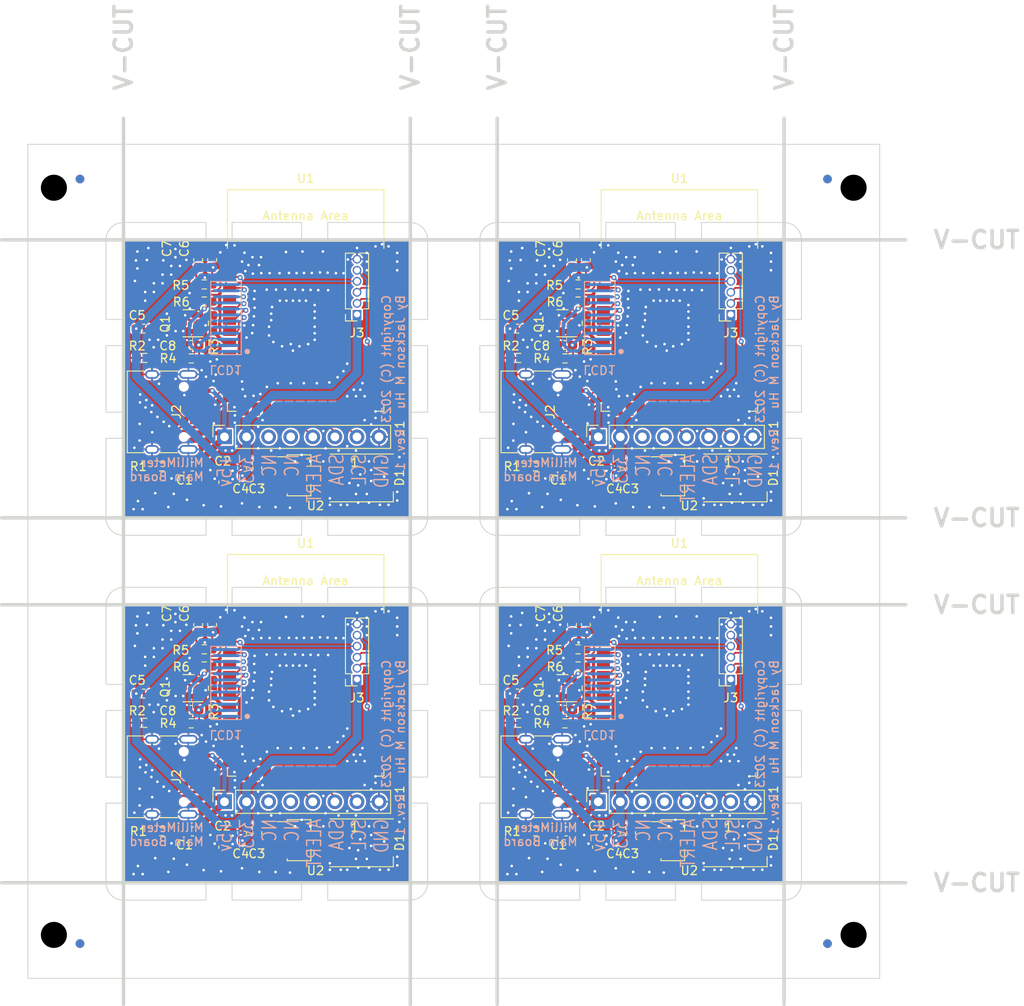
<source format=kicad_pcb>
(kicad_pcb (version 20211014) (generator pcbnew)
  (layers (0 "F.Cu" signal) (31 "B.Cu" signal) (34 "B.Paste" user) (35 "F.Paste" user) (36 "B.SilkS" user "B.Silkscreen") (37 "F.SilkS" user "F.Silkscreen") (38 "B.Mask" user) (39 "F.Mask" user) (44 "Edge.Cuts" user))
  (net 0 "")
  (net 1 "Board_0-+3V3")
  (net 2 "Board_0-+5V")
  (net 3 "Board_0-ALERT")
  (net 4 "Board_0-BOOT")
  (net 5 "Board_0-DBG_RXD")
  (net 6 "Board_0-DBG_TXD")
  (net 7 "Board_0-DISP_BL")
  (net 8 "Board_0-DISP_CS")
  (net 9 "Board_0-DISP_DATA")
  (net 10 "Board_0-DISP_DC")
  (net 11 "Board_0-DISP_RST")
  (net 12 "Board_0-DISP_SCLK")
  (net 13 "Board_0-EN")
  (net 14 "Board_0-GND")
  (net 15 "Board_0-LEDK")
  (net 16 "Board_0-Net-(J2-PadA5)")
  (net 17 "Board_0-Net-(J2-PadB5)")
  (net 18 "Board_0-Net-(Q1-Pad1)")
  (net 19 "Board_0-Net-(Q1-Pad3)")
  (net 20 "Board_0-SCL")
  (net 21 "Board_0-SDA")
  (net 22 "Board_0-STAT_LED")
  (net 23 "Board_0-USB_DM")
  (net 24 "Board_0-USB_DP")
  (net 25 "Board_0-unconnected-(D1-Pad2)")
  (net 26 "Board_0-unconnected-(J1-Pad3)")
  (net 27 "Board_0-unconnected-(J1-Pad4)")
  (net 28 "Board_0-unconnected-(J2-PadA8)")
  (net 29 "Board_0-unconnected-(J2-PadB8)")
  (net 30 "Board_0-unconnected-(U1-Pad10)")
  (net 31 "Board_0-unconnected-(U1-Pad11)")
  (net 32 "Board_0-unconnected-(U1-Pad12)")
  (net 33 "Board_0-unconnected-(U1-Pad15)")
  (net 34 "Board_0-unconnected-(U1-Pad16)")
  (net 35 "Board_0-unconnected-(U1-Pad20)")
  (net 36 "Board_0-unconnected-(U1-Pad21)")
  (net 37 "Board_0-unconnected-(U1-Pad22)")
  (net 38 "Board_0-unconnected-(U1-Pad23)")
  (net 39 "Board_0-unconnected-(U1-Pad24)")
  (net 40 "Board_0-unconnected-(U1-Pad26)")
  (net 41 "Board_0-unconnected-(U1-Pad28)")
  (net 42 "Board_0-unconnected-(U1-Pad29)")
  (net 43 "Board_0-unconnected-(U1-Pad30)")
  (net 44 "Board_0-unconnected-(U1-Pad31)")
  (net 45 "Board_0-unconnected-(U1-Pad32)")
  (net 46 "Board_0-unconnected-(U1-Pad33)")
  (net 47 "Board_0-unconnected-(U1-Pad34)")
  (net 48 "Board_0-unconnected-(U1-Pad35)")
  (net 49 "Board_0-unconnected-(U1-Pad38)")
  (net 50 "Board_0-unconnected-(U1-Pad39)")
  (net 51 "Board_1-+3V3")
  (net 52 "Board_1-+5V")
  (net 53 "Board_1-ALERT")
  (net 54 "Board_1-BOOT")
  (net 55 "Board_1-DBG_RXD")
  (net 56 "Board_1-DBG_TXD")
  (net 57 "Board_1-DISP_BL")
  (net 58 "Board_1-DISP_CS")
  (net 59 "Board_1-DISP_DATA")
  (net 60 "Board_1-DISP_DC")
  (net 61 "Board_1-DISP_RST")
  (net 62 "Board_1-DISP_SCLK")
  (net 63 "Board_1-EN")
  (net 64 "Board_1-GND")
  (net 65 "Board_1-LEDK")
  (net 66 "Board_1-Net-(J2-PadA5)")
  (net 67 "Board_1-Net-(J2-PadB5)")
  (net 68 "Board_1-Net-(Q1-Pad1)")
  (net 69 "Board_1-Net-(Q1-Pad3)")
  (net 70 "Board_1-SCL")
  (net 71 "Board_1-SDA")
  (net 72 "Board_1-STAT_LED")
  (net 73 "Board_1-USB_DM")
  (net 74 "Board_1-USB_DP")
  (net 75 "Board_1-unconnected-(D1-Pad2)")
  (net 76 "Board_1-unconnected-(J1-Pad3)")
  (net 77 "Board_1-unconnected-(J1-Pad4)")
  (net 78 "Board_1-unconnected-(J2-PadA8)")
  (net 79 "Board_1-unconnected-(J2-PadB8)")
  (net 80 "Board_1-unconnected-(U1-Pad10)")
  (net 81 "Board_1-unconnected-(U1-Pad11)")
  (net 82 "Board_1-unconnected-(U1-Pad12)")
  (net 83 "Board_1-unconnected-(U1-Pad15)")
  (net 84 "Board_1-unconnected-(U1-Pad16)")
  (net 85 "Board_1-unconnected-(U1-Pad20)")
  (net 86 "Board_1-unconnected-(U1-Pad21)")
  (net 87 "Board_1-unconnected-(U1-Pad22)")
  (net 88 "Board_1-unconnected-(U1-Pad23)")
  (net 89 "Board_1-unconnected-(U1-Pad24)")
  (net 90 "Board_1-unconnected-(U1-Pad26)")
  (net 91 "Board_1-unconnected-(U1-Pad28)")
  (net 92 "Board_1-unconnected-(U1-Pad29)")
  (net 93 "Board_1-unconnected-(U1-Pad30)")
  (net 94 "Board_1-unconnected-(U1-Pad31)")
  (net 95 "Board_1-unconnected-(U1-Pad32)")
  (net 96 "Board_1-unconnected-(U1-Pad33)")
  (net 97 "Board_1-unconnected-(U1-Pad34)")
  (net 98 "Board_1-unconnected-(U1-Pad35)")
  (net 99 "Board_1-unconnected-(U1-Pad38)")
  (net 100 "Board_1-unconnected-(U1-Pad39)")
  (net 101 "Board_2-+3V3")
  (net 102 "Board_2-+5V")
  (net 103 "Board_2-ALERT")
  (net 104 "Board_2-BOOT")
  (net 105 "Board_2-DBG_RXD")
  (net 106 "Board_2-DBG_TXD")
  (net 107 "Board_2-DISP_BL")
  (net 108 "Board_2-DISP_CS")
  (net 109 "Board_2-DISP_DATA")
  (net 110 "Board_2-DISP_DC")
  (net 111 "Board_2-DISP_RST")
  (net 112 "Board_2-DISP_SCLK")
  (net 113 "Board_2-EN")
  (net 114 "Board_2-GND")
  (net 115 "Board_2-LEDK")
  (net 116 "Board_2-Net-(J2-PadA5)")
  (net 117 "Board_2-Net-(J2-PadB5)")
  (net 118 "Board_2-Net-(Q1-Pad1)")
  (net 119 "Board_2-Net-(Q1-Pad3)")
  (net 120 "Board_2-SCL")
  (net 121 "Board_2-SDA")
  (net 122 "Board_2-STAT_LED")
  (net 123 "Board_2-USB_DM")
  (net 124 "Board_2-USB_DP")
  (net 125 "Board_2-unconnected-(D1-Pad2)")
  (net 126 "Board_2-unconnected-(J1-Pad3)")
  (net 127 "Board_2-unconnected-(J1-Pad4)")
  (net 128 "Board_2-unconnected-(J2-PadA8)")
  (net 129 "Board_2-unconnected-(J2-PadB8)")
  (net 130 "Board_2-unconnected-(U1-Pad10)")
  (net 131 "Board_2-unconnected-(U1-Pad11)")
  (net 132 "Board_2-unconnected-(U1-Pad12)")
  (net 133 "Board_2-unconnected-(U1-Pad15)")
  (net 134 "Board_2-unconnected-(U1-Pad16)")
  (net 135 "Board_2-unconnected-(U1-Pad20)")
  (net 136 "Board_2-unconnected-(U1-Pad21)")
  (net 137 "Board_2-unconnected-(U1-Pad22)")
  (net 138 "Board_2-unconnected-(U1-Pad23)")
  (net 139 "Board_2-unconnected-(U1-Pad24)")
  (net 140 "Board_2-unconnected-(U1-Pad26)")
  (net 141 "Board_2-unconnected-(U1-Pad28)")
  (net 142 "Board_2-unconnected-(U1-Pad29)")
  (net 143 "Board_2-unconnected-(U1-Pad30)")
  (net 144 "Board_2-unconnected-(U1-Pad31)")
  (net 145 "Board_2-unconnected-(U1-Pad32)")
  (net 146 "Board_2-unconnected-(U1-Pad33)")
  (net 147 "Board_2-unconnected-(U1-Pad34)")
  (net 148 "Board_2-unconnected-(U1-Pad35)")
  (net 149 "Board_2-unconnected-(U1-Pad38)")
  (net 150 "Board_2-unconnected-(U1-Pad39)")
  (net 151 "Board_3-+3V3")
  (net 152 "Board_3-+5V")
  (net 153 "Board_3-ALERT")
  (net 154 "Board_3-BOOT")
  (net 155 "Board_3-DBG_RXD")
  (net 156 "Board_3-DBG_TXD")
  (net 157 "Board_3-DISP_BL")
  (net 158 "Board_3-DISP_CS")
  (net 159 "Board_3-DISP_DATA")
  (net 160 "Board_3-DISP_DC")
  (net 161 "Board_3-DISP_RST")
  (net 162 "Board_3-DISP_SCLK")
  (net 163 "Board_3-EN")
  (net 164 "Board_3-GND")
  (net 165 "Board_3-LEDK")
  (net 166 "Board_3-Net-(J2-PadA5)")
  (net 167 "Board_3-Net-(J2-PadB5)")
  (net 168 "Board_3-Net-(Q1-Pad1)")
  (net 169 "Board_3-Net-(Q1-Pad3)")
  (net 170 "Board_3-SCL")
  (net 171 "Board_3-SDA")
  (net 172 "Board_3-STAT_LED")
  (net 173 "Board_3-USB_DM")
  (net 174 "Board_3-USB_DP")
  (net 175 "Board_3-unconnected-(D1-Pad2)")
  (net 176 "Board_3-unconnected-(J1-Pad3)")
  (net 177 "Board_3-unconnected-(J1-Pad4)")
  (net 178 "Board_3-unconnected-(J2-PadA8)")
  (net 179 "Board_3-unconnected-(J2-PadB8)")
  (net 180 "Board_3-unconnected-(U1-Pad10)")
  (net 181 "Board_3-unconnected-(U1-Pad11)")
  (net 182 "Board_3-unconnected-(U1-Pad12)")
  (net 183 "Board_3-unconnected-(U1-Pad15)")
  (net 184 "Board_3-unconnected-(U1-Pad16)")
  (net 185 "Board_3-unconnected-(U1-Pad20)")
  (net 186 "Board_3-unconnected-(U1-Pad21)")
  (net 187 "Board_3-unconnected-(U1-Pad22)")
  (net 188 "Board_3-unconnected-(U1-Pad23)")
  (net 189 "Board_3-unconnected-(U1-Pad24)")
  (net 190 "Board_3-unconnected-(U1-Pad26)")
  (net 191 "Board_3-unconnected-(U1-Pad28)")
  (net 192 "Board_3-unconnected-(U1-Pad29)")
  (net 193 "Board_3-unconnected-(U1-Pad30)")
  (net 194 "Board_3-unconnected-(U1-Pad31)")
  (net 195 "Board_3-unconnected-(U1-Pad32)")
  (net 196 "Board_3-unconnected-(U1-Pad33)")
  (net 197 "Board_3-unconnected-(U1-Pad34)")
  (net 198 "Board_3-unconnected-(U1-Pad35)")
  (net 199 "Board_3-unconnected-(U1-Pad38)")
  (net 200 "Board_3-unconnected-(U1-Pad39)")
  (footprint "Fiducial" (layer "F.Cu") (at 105.5 24)
    (fp_text reference "REF**" hide)
    (fp_text value "Fiducial" hide)
  )
  (footprint "Capacitor_SMD:C_0603_1608Metric_Pad1.08x0.95mm_HandSolder" (layer "F.Cu") (at 120.7 33.3 90)
    (fp_text reference "C6")
    (fp_text value "0.1uF")
  )
  (footprint "Fiducial" (layer "F.Cu") (at 191.5 112)
    (fp_text reference "REF**" hide)
    (fp_text value "Fiducial" hide)
  )
  (footprint "Capacitor_SMD:C_0603_1608Metric_Pad1.08x0.95mm_HandSolder" (layer "F.Cu") (at 167.15 99.25 90)
    (fp_text reference "C4")
    (fp_text value "10uF")
  )
  (footprint "Capacitor_SMD:C_0603_1608Metric_Pad1.08x0.95mm_HandSolder" (layer "F.Cu") (at 162.1 33.3 90)
    (fp_text reference "C7")
    (fp_text value "1uF")
  )
  (footprint "Resistor_SMD:R_0603_1608Metric_Pad0.98x0.95mm_HandSolder" (layer "F.Cu") (at 118.3 86.65 180)
    (fp_text reference "R4")
    (fp_text value "10k")
  )
  (footprint "Capacitor_SMD:C_0603_1608Metric_Pad1.08x0.95mm_HandSolder" (layer "F.Cu") (at 118.43 99.09 180)
    (fp_text reference "C1")
    (fp_text value "10uF")
  )
  (footprint "Capacitor_SMD:C_0603_1608Metric_Pad1.08x0.95mm_HandSolder" (layer "F.Cu") (at 124.15 99.25 90)
    (fp_text reference "C4")
    (fp_text value "10uF")
  )
  (footprint "NPTH" (layer "F.Cu") (at 194.5 111)
    (fp_text reference "REF**" hide)
    (fp_text value "NPTH" hide)
  )
  (footprint "Resistor_SMD:R_0603_1608Metric_Pad0.98x0.95mm_HandSolder" (layer "F.Cu") (at 162.8 80.1)
    (fp_text reference "R6")
    (fp_text value "10R")
  )
  (footprint "Resistor_SMD:R_0603_1608Metric_Pad0.98x0.95mm_HandSolder" (layer "F.Cu") (at 157.91 57.07 180)
    (fp_text reference "R1")
    (fp_text value "5.11k")
  )
  (footprint "Capacitor_SMD:C_0603_1608Metric_Pad1.08x0.95mm_HandSolder" (layer "F.Cu") (at 163.7 75.3 90)
    (fp_text reference "C6")
    (fp_text value "0.1uF")
  )
  (footprint "Package_TO_SOT_SMD:SOT-23" (layer "F.Cu") (at 161 40.6 180)
    (fp_text reference "Q1")
    (fp_text value "S8050")
  )
  (footprint "Resistor_SMD:R_0603_1608Metric_Pad0.98x0.95mm_HandSolder" (layer "F.Cu") (at 112.96 44.59 180)
    (fp_text reference "R2")
    (fp_text value "5.11k")
  )
  (footprint "Resistor_SMD:R_0603_1608Metric_Pad0.98x0.95mm_HandSolder" (layer "F.Cu") (at 114.91 57.07 180)
    (fp_text reference "R1")
    (fp_text value "5.11k")
  )
  (footprint "Resistor_SMD:R_0603_1608Metric_Pad0.98x0.95mm_HandSolder" (layer "F.Cu") (at 119.8 78.13 180)
    (fp_text reference "R5")
    (fp_text value "10k")
  )
  (footprint "Capacitor_SMD:C_0603_1608Metric_Pad1.08x0.95mm_HandSolder" (layer "F.Cu") (at 161.43 57.09 180)
    (fp_text reference "C1")
    (fp_text value "10uF")
  )
  (footprint "Package_TO_SOT_SMD:SOT-89-3_Handsoldering" (layer "F.Cu") (at 173.4 100.1)
    (fp_text reference "U2")
    (fp_text value "AMS1117/WL9005P3")
  )
  (footprint "Resistor_SMD:R_0603_1608Metric_Pad0.98x0.95mm_HandSolder" (layer "F.Cu") (at 120.8 82.6 90)
    (fp_text reference "R3")
    (fp_text value "1k")
  )
  (footprint "Connector_PinSocket_2.54mm:PinSocket_1x08_P2.54mm_Vertical" (layer "F.Cu") (at 165.125 95.675 90)
    (fp_text reference "J1")
    (fp_text value "ADC")
  )
  (footprint "Capacitor_SMD:C_0603_1608Metric_Pad1.08x0.95mm_HandSolder" (layer "F.Cu") (at 121.99 100.9 90)
    (fp_text reference "C2")
    (fp_text value "0.1uF")
  )
  (footprint "Resistor_SMD:R_0603_1608Metric_Pad0.98x0.95mm_HandSolder" (layer "F.Cu") (at 155.96 86.59 180)
    (fp_text reference "R2")
    (fp_text value "5.11k")
  )
  (footprint "Connector_PinSocket_2.54mm:PinSocket_1x08_P2.54mm_Vertical" (layer "F.Cu") (at 122.125 95.675 90)
    (fp_text reference "J1")
    (fp_text value "ADC")
  )
  (footprint "Connector_USB:USB_C_Receptacle_HRO_TYPE-C-31-M-12" (layer "F.Cu") (at 114.84 92.8 -90)
    (fp_text reference "J2")
    (fp_text value "USB_CDC")
  )
  (footprint "Resistor_SMD:R_0603_1608Metric_Pad0.98x0.95mm_HandSolder" (layer "F.Cu") (at 162.8 78.13 180)
    (fp_text reference "R5")
    (fp_text value "10k")
  )
  (footprint "Connector_USB:USB_C_Receptacle_HRO_TYPE-C-31-M-12" (layer "F.Cu") (at 114.84 50.8 -90)
    (fp_text reference "J2")
    (fp_text value "USB_CDC")
  )
  (footprint "Capacitor_SMD:C_0603_1608Metric_Pad1.08x0.95mm_HandSolder" (layer "F.Cu") (at 118.3 85.1 180)
    (fp_text reference "C8")
    (fp_text value "0.1uF")
  )
  (footprint "Capacitor_SMD:C_0603_1608Metric_Pad1.08x0.95mm_HandSolder" (layer "F.Cu") (at 161.43 99.09 180)
    (fp_text reference "C1")
    (fp_text value "10uF")
  )
  (footprint "NPTH" (layer "F.Cu") (at 102.5 25)
    (fp_text reference "REF**" hide)
    (fp_text value "NPTH" hide)
  )
  (footprint "Connector_PinSocket_1.27mm:PinSocket_1x06_P1.27mm_Vertical" (layer "F.Cu") (at 137.375 81.575 180)
    (fp_text reference "J3")
    (fp_text value "HOST_PROG")
  )
  (footprint "Resistor_SMD:R_0603_1608Metric_Pad0.98x0.95mm_HandSolder" (layer "F.Cu") (at 155.96 44.59 180)
    (fp_text reference "R2")
    (fp_text value "5.11k")
  )
  (footprint "LED_SMD:LED_WS2812B_PLCC4_5.0x5.0mm_P3.2mm" (layer "F.Cu") (at 180.9 58.4)
    (fp_text reference "D1")
    (fp_text value "WS2812B")
  )
  (footprint "Connector_USB:USB_C_Receptacle_HRO_TYPE-C-31-M-12" (layer "F.Cu") (at 157.84 50.8 -90)
    (fp_text reference "J2")
    (fp_text value "USB_CDC")
  )
  (footprint "Resistor_SMD:R_0603_1608Metric_Pad0.98x0.95mm_HandSolder" (layer "F.Cu") (at 161.3 44.65 180)
    (fp_text reference "R4")
    (fp_text value "10k")
  )
  (footprint "Package_TO_SOT_SMD:SOT-89-3_Handsoldering" (layer "F.Cu") (at 130.4 58.1)
    (fp_text reference "U2")
    (fp_text value "AMS1117/WL9005P3")
  )
  (footprint "Resistor_SMD:R_0603_1608Metric_Pad0.98x0.95mm_HandSolder" (layer "F.Cu") (at 157.91 99.07 180)
    (fp_text reference "R1")
    (fp_text value "5.11k")
  )
  (footprint "Espressif:ESP32-S3-WROOM-1" (layer "F.Cu") (at 174.465 40.975)
    (fp_text reference "U1")
    (fp_text value "ESP32-S3-WROOM-1")
  )
  (footprint "Resistor_SMD:R_0603_1608Metric_Pad0.98x0.95mm_HandSolder" (layer "F.Cu") (at 162.8 36.13 180)
    (fp_text reference "R5")
    (fp_text value "10k")
  )
  (footprint "Capacitor_SMD:C_0603_1608Metric_Pad1.08x0.95mm_HandSolder" (layer "F.Cu") (at 118.3 43.1 180)
    (fp_text reference "C8")
    (fp_text value "0.1uF")
  )
  (footprint "Capacitor_SMD:C_0603_1608Metric_Pad1.08x0.95mm_HandSolder" (layer "F.Cu") (at 118.43 57.09 180)
    (fp_text reference "C1")
    (fp_text value "10uF")
  )
  (footprint "Package_TO_SOT_SMD:SOT-89-3_Handsoldering" (layer "F.Cu") (at 130.4 100.1)
    (fp_text reference "U2")
    (fp_text value "AMS1117/WL9005P3")
  )
  (footprint "Capacitor_SMD:C_0603_1608Metric_Pad1.08x0.95mm_HandSolder" (layer "F.Cu") (at 120.7 75.3 90)
    (fp_text reference "C6")
    (fp_text value "0.1uF")
  )
  (footprint "Capacitor_SMD:C_0603_1608Metric_Pad1.08x0.95mm_HandSolder" (layer "F.Cu") (at 119.1 33.3 90)
    (fp_text reference "C7")
    (fp_text value "1uF")
  )
  (footprint "Resistor_SMD:R_0603_1608Metric_Pad0.98x0.95mm_HandSolder" (layer "F.Cu") (at 119.8 36.13 180)
    (fp_text reference "R5")
    (fp_text value "10k")
  )
  (footprint "Espressif:ESP32-S3-WROOM-1" (layer "F.Cu") (at 131.465 82.975)
    (fp_text reference "U1")
    (fp_text value "ESP32-S3-WROOM-1")
  )
  (footprint "Connector_PinSocket_1.27mm:PinSocket_1x06_P1.27mm_Vertical" (layer "F.Cu") (at 180.375 81.575 180)
    (fp_text reference "J3")
    (fp_text value "HOST_PROG")
  )
  (footprint "Capacitor_SMD:C_0603_1608Metric_Pad1.08x0.95mm_HandSolder" (layer "F.Cu") (at 112.84 83.22)
    (fp_text reference "C5")
    (fp_text value "10uF")
  )
  (footprint "Package_TO_SOT_SMD:SOT-23" (layer "F.Cu") (at 161 82.6 180)
    (fp_text reference "Q1")
    (fp_text value "S8050")
  )
  (footprint "Resistor_SMD:R_0603_1608Metric_Pad0.98x0.95mm_HandSolder" (layer "F.Cu") (at 114.91 99.07 180)
    (fp_text reference "R1")
    (fp_text value "5.11k")
  )
  (footprint "Capacitor_SMD:C_0603_1608Metric_Pad1.08x0.95mm_HandSolder" (layer "F.Cu") (at 125.9 57.25 90)
    (fp_text reference "C3")
    (fp_text value "0.1uF")
  )
  (footprint "Connector_PinSocket_2.54mm:PinSocket_1x08_P2.54mm_Vertical" (layer "F.Cu") (at 122.125 53.675 90)
    (fp_text reference "J1")
    (fp_text value "ADC")
  )
  (footprint "Resistor_SMD:R_0603_1608Metric_Pad0.98x0.95mm_HandSolder" (layer "F.Cu") (at 161.3 86.65 180)
    (fp_text reference "R4")
    (fp_text value "10k")
  )
  (footprint "Package_TO_SOT_SMD:SOT-89-3_Handsoldering" (layer "F.Cu") (at 173.4 58.1)
    (fp_text reference "U2")
    (fp_text value "AMS1117/WL9005P3")
  )
  (footprint "Capacitor_SMD:C_0603_1608Metric_Pad1.08x0.95mm_HandSolder" (layer "F.Cu") (at 121.99 58.9 90)
    (fp_text reference "C2")
    (fp_text value "0.1uF")
  )
  (footprint "Capacitor_SMD:C_0603_1608Metric_Pad1.08x0.95mm_HandSolder" (layer "F.Cu") (at 164.99 100.9 90)
    (fp_text reference "C2")
    (fp_text value "0.1uF")
  )
  (footprint "Capacitor_SMD:C_0603_1608Metric_Pad1.08x0.95mm_HandSolder" (layer "F.Cu") (at 119.1 75.3 90)
    (fp_text reference "C7")
    (fp_text value "1uF")
  )
  (footprint "Fiducial" (layer "F.Cu") (at 105.5 112)
    (fp_text reference "REF**" hide)
    (fp_text value "Fiducial" hide)
  )
  (footprint "Connector_PinSocket_1.27mm:PinSocket_1x06_P1.27mm_Vertical" (layer "F.Cu") (at 180.375 39.575 180)
    (fp_text reference "J3")
    (fp_text value "HOST_PROG")
  )
  (footprint "LED_SMD:LED_WS2812B_PLCC4_5.0x5.0mm_P3.2mm" (layer "F.Cu") (at 137.9 100.4)
    (fp_text reference "D1")
    (fp_text value "WS2812B")
  )
  (footprint "Resistor_SMD:R_0603_1608Metric_Pad0.98x0.95mm_HandSolder" (layer "F.Cu") (at 163.8 40.6 90)
    (fp_text reference "R3")
    (fp_text value "1k")
  )
  (footprint "Package_TO_SOT_SMD:SOT-23" (layer "F.Cu") (at 118 40.6 180)
    (fp_text reference "Q1")
    (fp_text value "S8050")
  )
  (footprint "Resistor_SMD:R_0603_1608Metric_Pad0.98x0.95mm_HandSolder" (layer "F.Cu") (at 119.8 38.1)
    (fp_text reference "R6")
    (fp_text value "10R")
  )
  (footprint "Espressif:ESP32-S3-WROOM-1" (layer "F.Cu") (at 174.465 82.975)
    (fp_text reference "U1")
    (fp_text value "ESP32-S3-WROOM-1")
  )
  (footprint "Connector_PinSocket_2.54mm:PinSocket_1x08_P2.54mm_Vertical" (layer "F.Cu") (at 165.125 53.675 90)
    (fp_text reference "J1")
    (fp_text value "ADC")
  )
  (footprint "Capacitor_SMD:C_0603_1608Metric_Pad1.08x0.95mm_HandSolder" (layer "F.Cu") (at 168.9 57.25 90)
    (fp_text reference "C3")
    (fp_text value "0.1uF")
  )
  (footprint "Capacitor_SMD:C_0603_1608Metric_Pad1.08x0.95mm_HandSolder" (layer "F.Cu") (at 164.99 58.9 90)
    (fp_text reference "C2")
    (fp_text value "0.1uF")
  )
  (footprint "Capacitor_SMD:C_0603_1608Metric_Pad1.08x0.95mm_HandSolder" (layer "F.Cu") (at 161.3 43.1 180)
    (fp_text reference "C8")
    (fp_text value "0.1uF")
  )
  (footprint "Capacitor_SMD:C_0603_1608Metric_Pad1.08x0.95mm_HandSolder" (layer "F.Cu") (at 161.3 85.1 180)
    (fp_text reference "C8")
    (fp_text value "0.1uF")
  )
  (footprint "Capacitor_SMD:C_0603_1608Metric_Pad1.08x0.95mm_HandSolder" (layer "F.Cu") (at 162.1 75.3 90)
    (fp_text reference "C7")
    (fp_text value "1uF")
  )
  (footprint "Fiducial" (layer "F.Cu") (at 191.5 24)
    (fp_text reference "REF**" hide)
    (fp_text value "Fiducial" hide)
  )
  (footprint "NPTH" (layer "F.Cu") (at 194.5 25)
    (fp_text reference "REF**" hide)
    (fp_text value "NPTH" hide)
  )
  (footprint "Capacitor_SMD:C_0603_1608Metric_Pad1.08x0.95mm_HandSolder" (layer "F.Cu") (at 168.9 99.25 90)
    (fp_text reference "C3")
    (fp_text value "0.1uF")
  )
  (footprint "Capacitor_SMD:C_0603_1608Metric_Pad1.08x0.95mm_HandSolder" (layer "F.Cu") (at 163.7 33.3 90)
    (fp_text reference "C6")
    (fp_text value "0.1uF")
  )
  (footprint "Resistor_SMD:R_0603_1608Metric_Pad0.98x0.95mm_HandSolder" (layer "F.Cu") (at 120.8 40.6 90)
    (fp_text reference "R3")
    (fp_text value "1k")
  )
  (footprint "LED_SMD:LED_WS2812B_PLCC4_5.0x5.0mm_P3.2mm" (layer "F.Cu") (at 137.9 58.4)
    (fp_text reference "D1")
    (fp_text value "WS2812B")
  )
  (footprint "LED_SMD:LED_WS2812B_PLCC4_5.0x5.0mm_P3.2mm" (layer "F.Cu") (at 180.9 100.4)
    (fp_text reference "D1")
    (fp_text value "WS2812B")
  )
  (footprint "Connector_PinSocket_1.27mm:PinSocket_1x06_P1.27mm_Vertical" (layer "F.Cu") (at 137.375 39.575 180)
    (fp_text reference "J3")
    (fp_text value "HOST_PROG")
  )
  (footprint "Capacitor_SMD:C_0603_1608Metric_Pad1.08x0.95mm_HandSolder" (layer "F.Cu") (at 167.15 57.25 90)
    (fp_text reference "C4")
    (fp_text value "10uF")
  )
  (footprint "Connector_USB:USB_C_Receptacle_HRO_TYPE-C-31-M-12" (layer "F.Cu") (at 157.84 92.8 -90)
    (fp_text reference "J2")
    (fp_text value "USB_CDC")
  )
  (footprint "Capacitor_SMD:C_0603_1608Metric_Pad1.08x0.95mm_HandSolder" (layer "F.Cu") (at 112.84 41.22)
    (fp_text reference "C5")
    (fp_text value "10uF")
  )
  (footprint "Resistor_SMD:R_0603_1608Metric_Pad0.98x0.95mm_HandSolder" (layer "F.Cu") (at 162.8 38.1)
    (fp_text reference "R6")
    (fp_text value "10R")
  )
  (footprint "Resistor_SMD:R_0603_1608Metric_Pad0.98x0.95mm_HandSolder" (layer "F.Cu") (at 163.8 82.6 90)
    (fp_text reference "R3")
    (fp_text value "1k")
  )
  (footprint "Resistor_SMD:R_0603_1608Metric_Pad0.98x0.95mm_HandSolder" (layer "F.Cu") (at 119.8 80.1)
    (fp_text reference "R6")
    (fp_text value "10R")
  )
  (footprint "Capacitor_SMD:C_0603_1608Metric_Pad1.08x0.95mm_HandSolder" (layer "F.Cu") (at 124.15 57.25 90)
    (fp_text reference "C4")
    (fp_text value "10uF")
  )
  (footprint "Resistor_SMD:R_0603_1608Metric_Pad0.98x0.95mm_HandSolder" (layer "F.Cu") (at 112.96 86.59 180)
    (fp_text reference "R2")
    (fp_text value "5.11k")
  )
  (footprint "Capacitor_SMD:C_0603_1608Metric_Pad1.08x0.95mm_HandSolder" (layer "F.Cu") (at 155.84 83.22)
    (fp_text reference "C5")
    (fp_text value "10uF")
  )
  (footprint "Capacitor_SMD:C_0603_1608Metric_Pad1.08x0.95mm_HandSolder" (layer "F.Cu") (at 155.84 41.22)
    (fp_text reference "C5")
    (fp_text value "10uF")
  )
  (footprint "Resistor_SMD:R_0603_1608Metric_Pad0.98x0.95mm_HandSolder" (layer "F.Cu") (at 118.3 44.65 180)
    (fp_text reference "R4")
    (fp_text value "10k")
  )
  (footprint "Espressif:ESP32-S3-WROOM-1" (layer "F.Cu") (at 131.465 40.975)
    (fp_text reference "U1")
    (fp_text value "ESP32-S3-WROOM-1")
  )
  (footprint "Package_TO_SOT_SMD:SOT-23" (layer "F.Cu") (at 118 82.6 180)
    (fp_text reference "Q1")
    (fp_text value "S8050")
  )
  (footprint "NPTH" (layer "F.Cu") (at 102.5 111)
    (fp_text reference "REF**" hide)
    (fp_text value "NPTH" hide)
  )
  (footprint "Capacitor_SMD:C_0603_1608Metric_Pad1.08x0.95mm_HandSolder" (layer "F.Cu") (at 125.9 99.25 90)
    (fp_text reference "C3")
    (fp_text value "0.1uF")
  )
  (footprint "Fiducial" (layer "B.Cu") (at 105.5 24)
    (fp_text reference "REF**" hide)
    (fp_text value "Fiducial" hide)
  )
  (footprint "Fiducial" (layer "B.Cu") (at 105.5 112)
    (fp_text reference "REF**" hide)
    (fp_text value "Fiducial" hide)
  )
  (footprint "JackcoLib:ST7789V_1.5_IPS_PG04" (layer "B.Cu") (at 122.3 40)
    (fp_text reference "LCD1")
    (fp_text value "IPS_LCD")
  )
  (footprint "Fiducial" (layer "B.Cu") (at 191.5 24)
    (fp_text reference "REF**" hide)
    (fp_text value "Fiducial" hide)
  )
  (footprint "JackcoLib:ST7789V_1.5_IPS_PG04" (layer "B.Cu") (at 165.3 40)
    (fp_text reference "LCD1")
    (fp_text value "IPS_LCD")
  )
  (footprint "JackcoLib:ST7789V_1.5_IPS_PG04" (layer "B.Cu") (at 165.3 82)
    (fp_text reference "LCD1")
    (fp_text value "IPS_LCD")
  )
  (footprint "JackcoLib:ST7789V_1.5_IPS_PG04" (layer "B.Cu") (at 122.3 82)
    (fp_text reference "LCD1")
    (fp_text value "IPS_LCD")
  )
  (footprint "Fiducial" (layer "B.Cu") (at 191.5 112)
    (fp_text reference "REF**" hide)
    (fp_text value "Fiducial" hide)
  )
  (gr_line (start 108.83706 71.888859) (end 108.953979 71.731213) (layer "Edge.Cuts") (width 0.1))
  (gr_line (start 108.50963 105.196034) (end 108.5 105) (layer "Edge.Cuts") (width 0.1))
  (gr_line (start 177 31) (end 177 29) (layer "Edge.Cuts") (width 0.1))
  (gr_line (start 143.5 63) (end 143.5 53.833333) (layer "Edge.Cuts") (width 0.1))
  (gr_line (start 188.263842 72.057206) (end 188.347759 72.234633) (layer "Edge.Cuts") (width 0.1))
  (gr_line (start 143.5 105) (end 143.5 95.833333) (layer "Edge.Cuts") (width 0.1))
  (gr_line (start 166 29) (end 174 29) (layer "Edge.Cuts") (width 0.1))
  (gr_line (start 134 29) (end 143.5 29) (layer "Edge.Cuts") (width 0.1))
  (gr_line (start 187.080569 71.086119) (end 187.265366 71.15224) (layer "Edge.Cuts") (width 0.1))
  (gr_line (start 188.04602 29.731213) (end 188.162939 29.888859) (layer "Edge.Cuts") (width 0.1))
  (gr_line (start 174 31) (end 166 31) (layer "Edge.Cuts") (width 0.1))
  (gr_line (start 134 31) (end 134 29) (layer "Edge.Cuts") (width 0.1))
  (gr_line (start 143.696034 71.00963) (end 143.89018 71.038429) (layer "Edge.Cuts") (width 0.1))
  (gr_line (start 144.080569 64.91388) (end 143.89018 64.96157) (layer "Edge.Cuts") (width 0.1))
  (gr_line (start 120 73) (end 120 73) (layer "Edge.Cuts") (width 0.1))
  (gr_line (start 187.768786 64.54602) (end 187.61114 64.662939) (layer "Edge.Cuts") (width 0.1))
  (gr_line (start 152.557206 71.236157) (end 152.734633 71.15224) (layer "Edge.Cuts") (width 0.1))
  (gr_line (start 152.388859 29.33706) (end 152.557206 29.236157) (layer "Edge.Cuts") (width 0.1))
  (gr_line (start 153.5 92.833333) (end 151.5 92.833333) (layer "Edge.Cuts") (width 0.1))
  (gr_line (start 110.5 40.166666) (end 108.5 40.166666) (layer "Edge.Cuts") (width 0.1))
  (gr_line (start 145.5 92.833333) (end 143.5 92.833333) (layer "Edge.Cuts") (width 0.1))
  (gr_line (start 109.734633 29.15224) (end 109.91943 29.086119) (layer "Edge.Cuts") (width 0.1))
  (gr_line (start 110.303965 64.990369) (end 110.109819 64.96157) (layer "Edge.Cuts") (width 0.1))
  (gr_line (start 108.586119 105.580569) (end 108.538429 105.39018) (layer "Edge.Cuts") (width 0.1))
  (gr_line (start 187.914213 106.414213) (end 187.768786 106.54602) (layer "Edge.Cuts") (width 0.1))
  (gr_line (start 109.085786 29.585786) (end 109.231213 29.453979) (layer "Edge.Cuts") (width 0.1))
  (gr_line (start 109.231213 29.453979) (end 109.388859 29.33706) (layer "Edge.Cuts") (width 0.1))
  (gr_line (start 145.5 73) (end 145.5 82.166666) (layer "Edge.Cuts") (width 0.1))
  (gr_line (start 108.5 95.833333) (end 110.5 95.833333) (layer "Edge.Cuts") (width 0.1))
  (gr_line (start 131 105) (end 131 105) (layer "Edge.Cuts") (width 0.1))
  (gr_line (start 144.442793 106.763842) (end 144.265366 106.847759) (layer "Edge.Cuts") (width 0.1))
  (gr_line (start 151.65224 72.234633) (end 151.736157 72.057206) (layer "Edge.Cuts") (width 0.1))
  (gr_line (start 151.953979 71.731213) (end 152.085786 71.585786) (layer "Edge.Cuts") (width 0.1))
  (gr_line (start 186.5 73) (end 177 73) (layer "Edge.Cuts") (width 0.1))
  (gr_line (start 143.5 29) (end 143.696034 29.00963) (layer "Edge.Cuts") (width 0.1))
  (gr_line (start 153.5 73) (end 153.5 82.166666) (layer "Edge.Cuts") (width 0.1))
  (gr_line (start 108.5 85.166666) (end 110.5 85.166666) (layer "Edge.Cuts") (width 0.1))
  (gr_line (start 143.5 31) (end 134 31) (layer "Edge.Cuts") (width 0.1))
  (gr_line (start 144.61114 106.662939) (end 144.442793 106.763842) (layer "Edge.Cuts") (width 0.1))
  (gr_line (start 143.5 17) (end 143.5 119) (layer "Edge.Cuts") (width 0.4))
  (gr_line (start 152.231213 106.54602) (end 152.085786 106.414213) (layer "Edge.Cuts") (width 0.1))
  (gr_line (start 120 65) (end 110.5 65) (layer "Edge.Cuts") (width 0.1))
  (gr_line (start 153.303965 106.990369) (end 153.109819 106.96157) (layer "Edge.Cuts") (width 0.1))
  (gr_line (start 108.5 82.166666) (end 108.5 73) (layer "Edge.Cuts") (width 0.1))
  (gr_line (start 188.347759 30.234633) (end 188.41388 30.41943) (layer "Edge.Cuts") (width 0.1))
  (gr_line (start 145.5 63) (end 145.490369 63.196034) (layer "Edge.Cuts") (width 0.1))
  (gr_line (start 108.953979 71.731213) (end 109.085786 71.585786) (layer "Edge.Cuts") (width 0.1))
  (gr_line (start 151.736157 30.057206) (end 151.83706 29.888859) (layer "Edge.Cuts") (width 0.1))
  (gr_line (start 166 63) (end 174 63) (layer "Edge.Cuts") (width 0.1))
  (gr_line (start 187.768786 106.54602) (end 187.61114 106.662939) (layer "Edge.Cuts") (width 0.1))
  (gr_line (start 134 73) (end 134 71) (layer "Edge.Cuts") (width 0.1))
  (gr_line (start 96.5 63) (end 200.5 63) (layer "Edge.Cuts") (width 0.4))
  (gr_line (start 188.41388 30.41943) (end 188.46157 30.609819) (layer "Edge.Cuts") (width 0.1))
  (gr_line (start 108.736157 72.057206) (end 108.83706 71.888859) (layer "Edge.Cuts") (width 0.1))
  (gr_line (start 177 107) (end 177 105) (layer "Edge.Cuts") (width 0.1))
  (gr_line (start 152.231213 71.453979) (end 152.388859 71.33706) (layer "Edge.Cuts") (width 0.1))
  (gr_line (start 186.5 63) (end 186.5 53.833333) (layer "Edge.Cuts") (width 0.1))
  (gr_line (start 145.5 82.166666) (end 143.5 82.166666) (layer "Edge.Cuts") (width 0.1))
  (gr_line (start 152.734633 64.847759) (end 152.557206 64.763842) (layer "Edge.Cuts") (width 0.1))
  (gr_line (start 163 65) (end 153.5 65) (layer "Edge.Cuts") (width 0.1))
  (gr_line (start 187.61114 29.33706) (end 187.768786 29.453979) (layer "Edge.Cuts") (width 0.1))
  (gr_line (start 145.41388 63.580569) (end 145.347759 63.765366) (layer "Edge.Cuts") (width 0.1))
  (gr_line (start 134 107) (end 134 105) (layer "Edge.Cuts") (width 0.1))
  (gr_line (start 153.5 107) (end 153.303965 106.990369) (layer "Edge.Cuts") (width 0.1))
  (gr_line (start 131 73) (end 123 73) (layer "Edge.Cuts") (width 0.1))
  (gr_line (start 186.5 85.166666) (end 186.5 85.166666) (layer "Edge.Cuts") (width 0.1))
  (gr_line (start 145.5 105) (end 145.490369 105.196034) (layer "Edge.Cuts") (width 0.1))
  (gr_line (start 186.5 82.166666) (end 186.5 73) (layer "Edge.Cuts") (width 0.1))
  (gr_line (start 186.5 105) (end 186.5 105) (layer "Edge.Cuts") (width 0.1))
  (gr_line (start 152.085786 29.585786) (end 152.231213 29.453979) (layer "Edge.Cuts") (width 0.1))
  (gr_line (start 144.768786 71.453979) (end 144.914213 71.585786) (layer "Edge.Cuts") (width 0.1))
  (gr_line (start 143.5 85.166666) (end 145.5 85.166666) (layer "Edge.Cuts") (width 0.1))
  (gr_line (start 187.768786 71.453979) (end 187.914213 71.585786) (layer "Edge.Cuts") (width 0.1))
  (gr_line (start 145.04602 64.268786) (end 144.914213 64.414213) (layer "Edge.Cuts") (width 0.1))
  (gr_line (start 144.265366 29.15224) (end 144.442793 29.236157) (layer "Edge.Cuts") (width 0.1))
  (gr_line (start 166 71) (end 174 71) (layer "Edge.Cuts") (width 0.1))
  (gr_line (start 186.5 31) (end 186.5 31) (layer "Edge.Cuts") (width 0.1))
  (gr_line (start 110.109819 106.96157) (end 109.91943 106.91388) (layer "Edge.Cuts") (width 0.1))
  (gr_line (start 145.162939 106.11114) (end 145.04602 106.268786) (layer "Edge.Cuts") (width 0.1))
  (gr_line (start 188.162939 106.11114) (end 188.04602 106.268786) (layer "Edge.Cuts") (width 0.1))
  (gr_line (start 166 65) (end 166 63) (layer "Edge.Cuts") (width 0.1))
  (gr_line (start 108.538429 63.39018) (end 108.50963 63.196034) (layer "Edge.Cuts") (width 0.1))
  (gr_line (start 186.696034 106.990369) (end 186.5 107) (layer "Edge.Cuts") (width 0.1))
  (gr_line (start 153.109819 71.038429) (end 153.303965 71.00963) (layer "Edge.Cuts") (width 0.1))
  (gr_line (start 134 73) (end 134 73) (layer "Edge.Cuts") (width 0.1))
  (gr_line (start 151.5 105) (end 151.5 95.833333) (layer "Edge.Cuts") (width 0.1))
  (gr_line (start 143.5 92.833333) (end 143.5 85.166666) (layer "Edge.Cuts") (width 0.1))
  (gr_line (start 108.5 63) (end 108.5 53.833333) (layer "Edge.Cuts") (width 0.1))
  (gr_line (start 109.91943 71.086119) (end 110.109819 71.038429) (layer "Edge.Cuts") (width 0.1))
  (gr_line (start 166 31) (end 166 29) (layer "Edge.Cuts") (width 0.1))
  (gr_line (start 109.388859 106.662939) (end 109.231213 106.54602) (layer "Edge.Cuts") (width 0.1))
  (gr_line (start 108.65224 63.765366) (end 108.586119 63.580569) (layer "Edge.Cuts") (width 0.1))
  (gr_line (start 188.162939 29.888859) (end 188.263842 30.057206) (layer "Edge.Cuts") (width 0.1))
  (gr_line (start 163 63) (end 163 65) (layer "Edge.Cuts") (width 0.1))
  (gr_line (start 151.83706 29.888859) (end 151.953979 29.731213) (layer "Edge.Cuts") (width 0.1))
  (gr_line (start 152.734633 29.15224) (end 152.91943 29.086119) (layer "Edge.Cuts") (width 0.1))
  (gr_line (start 152.91943 64.91388) (end 152.734633 64.847759) (layer "Edge.Cuts") (width 0.1))
  (gr_line (start 144.265366 71.15224) (end 144.442793 71.236157) (layer "Edge.Cuts") (width 0.1))
  (gr_line (start 145.5 95.833333) (end 145.5 105) (layer "Edge.Cuts") (width 0.1))
  (gr_line (start 151.586119 63.580569) (end 151.538429 63.39018) (layer "Edge.Cuts") (width 0.1))
  (gr_line (start 110.5 43.166666) (end 110.5 50.833333) (layer "Edge.Cuts") (width 0.1))
  (gr_line (start 143.5 40.166666) (end 143.5 31) (layer "Edge.Cuts") (width 0.1))
  (gr_line (start 145.490369 63.196034) (end 145.46157 63.39018) (layer "Edge.Cuts") (width 0.1))
  (gr_line (start 110.5 29) (end 120 29) (layer "Edge.Cuts") (width 0.1))
  (gr_line (start 131 63) (end 131 65) (layer "Edge.Cuts") (width 0.1))
  (gr_line (start 120 31) (end 110.5 31) (layer "Edge.Cuts") (width 0.1))
  (gr_line (start 186.5 92.833333) (end 186.5 85.166666) (layer "Edge.Cuts") (width 0.1))
  (gr_line (start 109.085786 64.414213) (end 108.953979 64.268786) (layer "Edge.Cuts") (width 0.1))
  (gr_line (start 120 63) (end 120 65) (layer "Edge.Cuts") (width 0.1))
  (gr_line (start 151.538429 72.609819) (end 151.586119 72.41943) (layer "Edge.Cuts") (width 0.1))
  (gr_line (start 177 29) (end 186.5 29) (layer "Edge.Cuts") (width 0.1))
  (gr_line (start 153.5 85.166666) (end 153.5 92.833333) (layer "Edge.Cuts") (width 0.1))
  (gr_line (start 188.46157 72.609819) (end 188.490369 72.803965) (layer "Edge.Cuts") (width 0.1))
  (gr_line (start 186.5 85.166666) (end 188.5 85.166666) (layer "Edge.Cuts") (width 0.1))
  (gr_line (start 145.162939 71.888859) (end 145.263842 72.057206) (layer "Edge.Cuts") (width 0.1))
  (gr_line (start 144.080569 29.086119) (end 144.265366 29.15224) (layer "Edge.Cuts") (width 0.1))
  (gr_line (start 153.5 65) (end 153.303965 64.990369) (layer "Edge.Cuts") (width 0.1))
  (gr_line (start 188.46157 105.39018) (end 188.41388 105.580569) (layer "Edge.Cuts") (width 0.1))
  (gr_line (start 143.696034 106.990369) (end 143.5 107) (layer "Edge.Cuts") (width 0.1))
  (gr_line (start 197.5 20) (end 99.5 20) (layer "Edge.Cuts") (width 0.1))
  (gr_line (start 153.5 95.833333) (end 153.5 105) (layer "Edge.Cuts") (width 0.1))
  (gr_line (start 174 29) (end 174 31) (layer "Edge.Cuts") (width 0.1))
  (gr_line (start 108.83706 106.11114) (end 108.736157 105.942793) (layer "Edge.Cuts") (width 0.1))
  (gr_line (start 186.5 29) (end 186.696034 29.00963) (layer "Edge.Cuts") (width 0.1))
  (gr_line (start 151.586119 72.41943) (end 151.65224 72.234633) (layer "Edge.Cuts") (width 0.1))
  (gr_line (start 144.768786 106.54602) (end 144.61114 106.662939) (layer "Edge.Cuts") (width 0.1))
  (gr_line (start 120 107) (end 110.5 107) (layer "Edge.Cuts") (width 0.1))
  (gr_line (start 153.5 29) (end 163 29) (layer "Edge.Cuts") (width 0.1))
  (gr_line (start 108.5 105) (end 108.5 95.833333) (layer "Edge.Cuts") (width 0.1))
  (gr_line (start 145.347759 105.765366) (end 145.263842 105.942793) (layer "Edge.Cuts") (width 0.1))
  (gr_line (start 143.89018 64.96157) (end 143.696034 64.990369) (layer "Edge.Cuts") (width 0.1))
  (gr_line (start 187.442793 64.763842) (end 187.265366 64.847759) (layer "Edge.Cuts") (width 0.1))
  (gr_line (start 188.347759 72.234633) (end 188.41388 72.41943) (layer "Edge.Cuts") (width 0.1))
  (gr_line (start 174 105) (end 174 107) (layer "Edge.Cuts") (width 0.1))
  (gr_line (start 153.5 105) (end 163 105) (layer "Edge.Cuts") (width 0.1))
  (gr_line (start 143.5 73) (end 134 73) (layer "Edge.Cuts") (width 0.1))
  (gr_line (start 131 29) (end 131 31) (layer "Edge.Cuts") (width 0.1))
  (gr_line (start 153.5 85.166666) (end 153.5 85.166666) (layer "Edge.Cuts") (width 0.1))
  (gr_line (start 131 105) (end 131 107) (layer "Edge.Cuts") (width 0.1))
  (gr_line (start 152.231213 29.453979) (end 152.388859 29.33706) (layer "Edge.Cuts") (width 0.1))
  (gr_line (start 188.347759 105.765366) (end 188.263842 105.942793) (layer "Edge.Cuts") (width 0.1))
  (gr_line (start 145.263842 105.942793) (end 145.162939 106.11114) (layer "Edge.Cuts") (width 0.1))
  (gr_line (start 187.265366 106.847759) (end 187.080569 106.91388) (layer "Edge.Cuts") (width 0.1))
  (gr_line (start 145.46157 63.39018) (end 145.41388 63.580569) (layer "Edge.Cuts") (width 0.1))
  (gr_line (start 110.5 53.833333) (end 110.5 63) (layer "Edge.Cuts") (width 0.1))
  (gr_line (start 187.442793 29.236157) (end 187.61114 29.33706) (layer "Edge.Cuts") (width 0.1))
  (gr_line (start 109.734633 106.847759) (end 109.557206 106.763842) (layer "Edge.Cuts") (width 0.1))
  (gr_line (start 143.5 50.833333) (end 143.5 43.166666) (layer "Edge.Cuts") (width 0.1))
  (gr_line (start 108.736157 105.942793) (end 108.65224 105.765366) (layer "Edge.Cuts") (width 0.1))
  (gr_line (start 144.442793 29.236157) (end 144.61114 29.33706) (layer "Edge.Cuts") (width 0.1))
  (gr_line (start 108.538429 30.609819) (end 108.586119 30.41943) (layer "Edge.Cuts") (width 0.1))
  (gr_line (start 151.65224 63.765366) (end 151.586119 63.580569) (layer "Edge.Cuts") (width 0.1))
  (gr_line (start 108.65224 72.234633) (end 108.736157 72.057206) (layer "Edge.Cuts") (width 0.1))
  (gr_line (start 163 107) (end 153.5 107) (layer "Edge.Cuts") (width 0.1))
  (gr_line (start 163 105) (end 163 107) (layer "Edge.Cuts") (width 0.1))
  (gr_line (start 153.5 82.166666) (end 151.5 82.166666) (layer "Edge.Cuts") (width 0.1))
  (gr_line (start 134 105) (end 143.5 105) (layer "Edge.Cuts") (width 0.1))
  (gr_line (start 151.5 92.833333) (end 151.5 85.166666) (layer "Edge.Cuts") (width 0.1))
  (gr_line (start 153.5 17) (end 153.5 119) (layer "Edge.Cuts") (width 0.4))
  (gr_line (start 145.46157 72.609819) (end 145.490369 72.803965) (layer "Edge.Cuts") (width 0.1))
  (gr_line (start 108.586119 72.41943) (end 108.65224 72.234633) (layer "Edge.Cuts") (width 0.1))
  (gr_line (start 163 31) (end 153.5 31) (layer "Edge.Cuts") (width 0.1))
  (gr_line (start 143.89018 71.038429) (end 144.080569 71.086119) (layer "Edge.Cuts") (width 0.1))
  (gr_line (start 186.5 73) (end 186.5 73) (layer "Edge.Cuts") (width 0.1))
  (gr_line (start 108.50963 63.196034) (end 108.5 63) (layer "Edge.Cuts") (width 0.1))
  (gr_line (start 153.5 40.166666) (end 151.5 40.166666) (layer "Edge.Cuts") (width 0.1))
  (gr_line (start 109.231213 64.54602) (end 109.085786 64.414213) (layer "Edge.Cuts") (width 0.1))
  (gr_line (start 144.768786 64.54602) (end 144.61114 64.662939) (layer "Edge.Cuts") (width 0.1))
  (gr_line (start 177 65) (end 177 63) (layer "Edge.Cuts") (width 0.1))
  (gr_line (start 109.388859 71.33706) (end 109.557206 71.236157) (layer "Edge.Cuts") (width 0.1))
  (gr_line (start 134 71) (end 143.5 71) (layer "Edge.Cuts") (width 0.1))
  (gr_line (start 188.5 105) (end 188.490369 105.196034) (layer "Edge.Cuts") (width 0.1))
  (gr_line (start 110.109819 29.038429) (end 110.303965 29.00963) (layer "Edge.Cuts") (width 0.1))
  (gr_line (start 163 29) (end 163 31) (layer "Edge.Cuts") (width 0.1))
  (gr_line (start 151.736157 72.057206) (end 151.83706 71.888859) (layer "Edge.Cuts") (width 0.1))
  (gr_line (start 186.89018 29.038429) (end 187.080569 29.086119) (layer "Edge.Cuts") (width 0.1))
  (gr_line (start 145.41388 105.580569) (end 145.347759 105.765366) (layer "Edge.Cuts") (width 0.1))
  (gr_line (start 144.914213 64.414213) (end 144.768786 64.54602) (layer "Edge.Cuts") (width 0.1))
  (gr_line (start 145.347759 30.234633) (end 145.41388 30.41943) (layer "Edge.Cuts") (width 0.1))
  (gr_line (start 152.557206 106.763842) (end 152.388859 106.662939) (layer "Edge.Cuts") (width 0.1))
  (gr_line (start 197.5 116) (end 197.5 116) (layer "Edge.Cuts") (width 0.1))
  (gr_line (start 152.557206 64.763842) (end 152.388859 64.662939) (layer "Edge.Cuts") (width 0.1))
  (gr_line (start 108.5 40.166666) (end 108.5 31) (layer "Edge.Cuts") (width 0.1))
  (gr_line (start 109.91943 106.91388) (end 109.734633 106.847759) (layer "Edge.Cuts") (width 0.1))
  (gr_line (start 187.080569 106.91388) (end 186.89018 106.96157) (layer "Edge.Cuts") (width 0.1))
  (gr_line (start 186.5 31) (end 177 31) (layer "Edge.Cuts") (width 0.1))
  (gr_line (start 188.490369 72.803965) (end 188.5 73) (layer "Edge.Cuts") (width 0.1))
  (gr_line (start 187.265366 71.15224) (end 187.442793 71.236157) (layer "Edge.Cuts") (width 0.1))
  (gr_line (start 145.347759 72.234633) (end 145.41388 72.41943) (layer "Edge.Cuts") (width 0.1))
  (gr_line (start 145.347759 63.765366) (end 145.263842 63.942793) (layer "Edge.Cuts") (width 0.1))
  (gr_line (start 186.5 17) (end 186.5 119) (layer "Edge.Cuts") (width 0.4))
  (gr_line (start 152.085786 106.414213) (end 151.953979 106.268786) (layer "Edge.Cuts") (width 0.1))
  (gr_line (start 110.5 105) (end 110.5 105) (layer "Edge.Cuts") (width 0.1))
  (gr_line (start 151.65224 30.234633) (end 151.736157 30.057206) (layer "Edge.Cuts") (width 0.1))
  (gr_line (start 145.46157 30.609819) (end 145.490369 30.803965) (layer "Edge.Cuts") (width 0.1))
  (gr_line (start 153.5 43.166666) (end 153.5 43.166666) (layer "Edge.Cuts") (width 0.1))
  (gr_line (start 145.162939 64.11114) (end 145.04602 64.268786) (layer "Edge.Cuts") (width 0.1))
  (gr_line (start 120 71) (end 120 73) (layer "Edge.Cuts") (width 0.1))
  (gr_line (start 110.5 63) (end 110.5 63) (layer "Edge.Cuts") (width 0.1))
  (gr_line (start 110.5 92.833333) (end 108.5 92.833333) (layer "Edge.Cuts") (width 0.1))
  (gr_line (start 186.5 105) (end 186.5 95.833333) (layer "Edge.Cuts") (width 0.1))
  (gr_line (start 188.5 50.833333) (end 186.5 50.833333) (layer "Edge.Cuts") (width 0.1))
  (gr_line (start 174 65) (end 166 65) (layer "Edge.Cuts") (width 0.1))
  (gr_line (start 151.953979 106.268786) (end 151.83706 106.11114) (layer "Edge.Cuts") (width 0.1))
  (gr_line (start 143.5 65) (end 134 65) (layer "Edge.Cuts") (width 0.1))
  (gr_line (start 144.61114 71.33706) (end 144.768786 71.453979) (layer "Edge.Cuts") (width 0.1))
  (gr_line (start 152.734633 71.15224) (end 152.91943 71.086119) (layer "Edge.Cuts") (width 0.1))
  (gr_line (start 151.50963 63.196034) (end 151.5 63) (layer "Edge.Cuts") (width 0.1))
  (gr_line (start 188.04602 71.731213) (end 188.162939 71.888859) (layer "Edge.Cuts") (width 0.1))
  (gr_line (start 177 63) (end 186.5 63) (layer "Edge.Cuts") (width 0.1))
  (gr_line (start 166 107) (end 166 105) (layer "Edge.Cuts") (width 0.1))
  (gr_line (start 163 71) (end 163 73) (layer "Edge.Cuts") (width 0.1))
  (gr_line (start 177 63) (end 177 63) (layer "Edge.Cuts") (width 0.1))
  (gr_line (start 144.914213 106.414213) (end 144.768786 106.54602) (layer "Edge.Cuts") (width 0.1))
  (gr_line (start 187.265366 64.847759) (end 187.080569 64.91388) (layer "Edge.Cuts") (width 0.1))
  (gr_line (start 120 105) (end 120 107) (layer "Edge.Cuts") (width 0.1))
  (gr_line (start 143.5 95.833333) (end 145.5 95.833333) (layer "Edge.Cuts") (width 0.1))
  (gr_line (start 152.231213 64.54602) (end 152.085786 64.414213) (layer "Edge.Cuts") (width 0.1))
  (gr_line (start 186.696034 71.00963) (end 186.89018 71.038429) (layer "Edge.Cuts") (width 0.1))
  (gr_line (start 153.5 95.833333) (end 153.5 95.833333) (layer "Edge.Cuts") (width 0.1))
  (gr_line (start 152.91943 106.91388) (end 152.734633 106.847759) (layer "Edge.Cuts") (width 0.1))
  (gr_line (start 145.5 53.833333) (end 145.5 63) (layer "Edge.Cuts") (width 0.1))
  (gr_line (start 163 73) (end 153.5 73) (layer "Edge.Cuts") (width 0.1))
  (gr_line (start 152.388859 64.662939) (end 152.231213 64.54602) (layer "Edge.Cuts") (width 0.1))
  (gr_line (start 145.5 43.166666) (end 145.5 43.166666) (layer "Edge.Cuts") (width 0.1))
  (gr_line (start 151.50963 105.196034) (end 151.5 105) (layer "Edge.Cuts") (width 0.1))
  (gr_line (start 108.736157 63.942793) (end 108.65224 63.765366) (layer "Edge.Cuts") (width 0.1))
  (gr_line (start 152.734633 106.847759) (end 152.557206 106.763842) (layer "Edge.Cuts") (width 0.1))
  (gr_line (start 151.586119 30.41943) (end 151.65224 30.234633) (layer "Edge.Cuts") (width 0.1))
  (gr_line (start 188.46157 63.39018) (end 188.41388 63.580569) (layer "Edge.Cuts") (width 0.1))
  (gr_line (start 144.080569 71.086119) (end 144.265366 71.15224) (layer "Edge.Cuts") (width 0.1))
  (gr_line (start 188.5 40.166666) (end 186.5 40.166666) (layer "Edge.Cuts") (width 0.1))
  (gr_line (start 151.953979 64.268786) (end 151.83706 64.11114) (layer "Edge.Cuts") (width 0.1))
  (gr_line (start 144.914213 71.585786) (end 145.04602 71.731213) (layer "Edge.Cuts") (width 0.1))
  (gr_line (start 110.5 31) (end 110.5 40.166666) (layer "Edge.Cuts") (width 0.1))
  (gr_line (start 123 63) (end 131 63) (layer "Edge.Cuts") (width 0.1))
  (gr_line (start 187.265366 29.15224) (end 187.442793 29.236157) (layer "Edge.Cuts") (width 0.1))
  (gr_line (start 109.388859 29.33706) (end 109.557206 29.236157) (layer "Edge.Cuts") (width 0.1))
  (gr_line (start 188.490369 105.196034) (end 188.46157 105.39018) (layer "Edge.Cuts") (width 0.1))
  (gr_line (start 188.162939 71.888859) (end 188.263842 72.057206) (layer "Edge.Cuts") (width 0.1))
  (gr_line (start 108.50963 30.803965) (end 108.538429 30.609819) (layer "Edge.Cuts") (width 0.1))
  (gr_line (start 151.5 73) (end 151.50963 72.803965) (layer "Edge.Cuts") (width 0.1))
  (gr_line (start 123 31) (end 123 29) (layer "Edge.Cuts") (width 0.1))
  (gr_line (start 145.263842 30.057206) (end 145.347759 30.234633) (layer "Edge.Cuts") (width 0.1))
  (gr_line (start 144.265366 64.847759) (end 144.080569 64.91388) (layer "Edge.Cuts") (width 0.1))
  (gr_line (start 186.5 40.166666) (end 186.5 31) (layer "Edge.Cuts") (width 0.1))
  (gr_line (start 144.768786 29.453979) (end 144.914213 29.585786) (layer "Edge.Cuts") (width 0.1))
  (gr_line (start 153.5 63) (end 163 63) (layer "Edge.Cuts") (width 0.1))
  (gr_line (start 131 73) (end 131 73) (layer "Edge.Cuts") (width 0.1))
  (gr_line (start 186.5 53.833333) (end 188.5 53.833333) (layer "Edge.Cuts") (width 0.1))
  (gr_line (start 153.303965 64.990369) (end 153.109819 64.96157) (layer "Edge.Cuts") (width 0.1))
  (gr_line (start 99.5 116) (end 197.5 116) (layer "Edge.Cuts") (width 0.1))
  (gr_line (start 131 107) (end 123 107) (layer "Edge.Cuts") (width 0.1))
  (gr_line (start 151.538429 63.39018) (end 151.50963 63.196034) (layer "Edge.Cuts") (width 0.1))
  (gr_line (start 110.5 82.166666) (end 108.5 82.166666) (layer "Edge.Cuts") (width 0.1))
  (gr_line (start 187.61114 71.33706) (end 187.768786 71.453979) (layer "Edge.Cuts") (width 0.1))
  (gr_line (start 110.109819 64.96157) (end 109.91943 64.91388) (layer "Edge.Cuts") (width 0.1))
  (gr_line (start 186.89018 71.038429) (end 187.080569 71.086119) (layer "Edge.Cuts") (width 0.1))
  (gr_line (start 109.734633 64.847759) (end 109.557206 64.763842) (layer "Edge.Cuts") (width 0.1))
  (gr_line (start 151.5 63) (end 151.5 53.833333) (layer "Edge.Cuts") (width 0.1))
  (gr_line (start 153.5 31) (end 153.5 31) (layer "Edge.Cuts") (width 0.1))
  (gr_line (start 145.263842 63.942793) (end 145.162939 64.11114) (layer "Edge.Cuts") (width 0.1))
  (gr_line (start 151.5 82.166666) (end 151.5 73) (layer "Edge.Cuts") (width 0.1))
  (gr_line (start 186.696034 64.990369) (end 186.5 65) (layer "Edge.Cuts") (width 0.1))
  (gr_line (start 96.5 31) (end 200.5 31) (layer "Edge.Cuts") (width 0.4))
  (gr_line (start 144.442793 64.763842) (end 144.265366 64.847759) (layer "Edge.Cuts") (width 0.1))
  (gr_line (start 153.303965 29.00963) (end 153.5 29) (layer "Edge.Cuts") (width 0.1))
  (gr_line (start 145.5 40.166666) (end 143.5 40.166666) (layer "Edge.Cuts") (width 0.1))
  (gr_line (start 131 71) (end 131 73) (layer "Edge.Cuts") (width 0.1))
  (gr_line (start 99.5 20) (end 99.5 116) (layer "Edge.Cuts") (width 0.1))
  (gr_line (start 153.5 53.833333) (end 153.5 63) (layer "Edge.Cuts") (width 0.1))
  (gr_line (start 188.347759 63.765366) (end 188.263842 63.942793) (layer "Edge.Cuts") (width 0.1))
  (gr_line (start 174 105) (end 174 105) (layer "Edge.Cuts") (width 0.1))
  (gr_line (start 110.5 63) (end 120 63) (layer "Edge.Cuts") (width 0.1))
  (gr_line (start 187.61114 106.662939) (end 187.442793 106.763842) (layer "Edge.Cuts") (width 0.1))
  (gr_line (start 110.109819 71.038429) (end 110.303965 71.00963) (layer "Edge.Cuts") (width 0.1))
  (gr_line (start 108.5 40.166666) (end 108.5 40.166666) (layer "Edge.Cuts") (width 0.1))
  (gr_line (start 109.557206 106.763842) (end 109.388859 106.662939) (layer "Edge.Cuts") (width 0.1))
  (gr_line (start 144.265366 106.847759) (end 144.080569 106.91388) (layer "Edge.Cuts") (width 0.1))
  (gr_line (start 123 71) (end 131 71) (layer "Edge.Cuts") (width 0.1))
  (gr_line (start 151.736157 63.942793) (end 151.65224 63.765366) (layer "Edge.Cuts") (width 0.1))
  (gr_line (start 123 105) (end 131 105) (layer "Edge.Cuts") (width 0.1))
  (gr_line (start 110.5 50.833333) (end 110.5 50.833333) (layer "Edge.Cuts") (width 0.1))
  (gr_line (start 151.586119 105.580569) (end 151.538429 105.39018) (layer "Edge.Cuts") (width 0.1))
  (gr_line (start 143.5 71) (end 143.696034 71.00963) (layer "Edge.Cuts") (width 0.1))
  (gr_line (start 177 73) (end 177 71) (layer "Edge.Cuts") (width 0.1))
  (gr_line (start 166 63) (end 166 63) (layer "Edge.Cuts") (width 0.1))
  (gr_line (start 166 73) (end 166 71) (layer "Edge.Cuts") (width 0.1))
  (gr_line (start 186.5 65) (end 177 65) (layer "Edge.Cuts") (width 0.1))
  (gr_line (start 177 71) (end 186.5 71) (layer "Edge.Cuts") (width 0.1))
  (gr_line (start 143.5 43.166666) (end 145.5 43.166666) (layer "Edge.Cuts") (width 0.1))
  (gr_line (start 108.65224 105.765366) (end 108.586119 105.580569) (layer "Edge.Cuts") (width 0.1))
  (gr_line (start 109.91943 64.91388) (end 109.734633 64.847759) (layer "Edge.Cuts") (width 0.1))
  (gr_line (start 186.5 95.833333) (end 188.5 95.833333) (layer "Edge.Cuts") (width 0.1))
  (gr_line (start 145.5 50.833333) (end 143.5 50.833333) (layer "Edge.Cuts") (width 0.1))
  (gr_line (start 110.303965 71.00963) (end 110.5 71) (layer "Edge.Cuts") (width 0.1))
  (gr_line (start 187.914213 71.585786) (end 188.04602 71.731213) (layer "Edge.Cuts") (width 0.1))
  (gr_line (start 108.953979 64.268786) (end 108.83706 64.11114) (layer "Edge.Cuts") (width 0.1))
  (gr_line (start 152.388859 106.662939) (end 152.231213 106.54602) (layer "Edge.Cuts") (width 0.1))
  (gr_line (start 143.696034 29.00963) (end 143.89018 29.038429) (layer "Edge.Cuts") (width 0.1))
  (gr_line (start 186.5 50.833333) (end 186.5 43.166666) (layer "Edge.Cuts") (width 0.1))
  (gr_line (start 163 73) (end 163 73) (layer "Edge.Cuts") (width 0.1))
  (gr_line (start 186.5 43.166666) (end 186.5 43.166666) (layer "Edge.Cuts") (width 0.1))
  (gr_line (start 151.50963 30.803965) (end 151.538429 30.609819) (layer "Edge.Cuts") (width 0.1))
  (gr_line (start 144.61114 64.662939) (end 144.442793 64.763842) (layer "Edge.Cuts") (width 0.1))
  (gr_line (start 108.538429 105.39018) (end 108.50963 105.196034) (layer "Edge.Cuts") (width 0.1))
  (gr_line (start 174 73) (end 174 73) (layer "Edge.Cuts") (width 0.1))
  (gr_line (start 152.91943 29.086119) (end 153.109819 29.038429) (layer "Edge.Cuts") (width 0.1))
  (gr_line (start 186.89018 64.96157) (end 186.696034 64.990369) (layer "Edge.Cuts") (width 0.1))
  (gr_line (start 145.41388 30.41943) (end 145.46157 30.609819) (layer "Edge.Cuts") (width 0.1))
  (gr_line (start 123 107) (end 123 105) (layer "Edge.Cuts") (width 0.1))
  (gr_line (start 109.231213 106.54602) (end 109.085786 106.414213) (layer "Edge.Cuts") (width 0.1))
  (gr_line (start 110.5 73) (end 110.5 82.166666) (layer "Edge.Cuts") (width 0.1))
  (gr_line (start 109.734633 71.15224) (end 109.91943 71.086119) (layer "Edge.Cuts") (width 0.1))
  (gr_line (start 110.5 105) (end 120 105) (layer "Edge.Cuts") (width 0.1))
  (gr_line (start 153.5 71) (end 163 71) (layer "Edge.Cuts") (width 0.1))
  (gr_line (start 188.490369 30.803965) (end 188.5 31) (layer "Edge.Cuts") (width 0.1))
  (gr_line (start 188.5 82.166666) (end 186.5 82.166666) (layer "Edge.Cuts") (width 0.1))
  (gr_line (start 145.41388 72.41943) (end 145.46157 72.609819) (layer "Edge.Cuts") (width 0.1))
  (gr_line (start 109.557206 29.236157) (end 109.734633 29.15224) (layer "Edge.Cuts") (width 0.1))
  (gr_line (start 108.953979 106.268786) (end 108.83706 106.11114) (layer "Edge.Cuts") (width 0.1))
  (gr_line (start 186.5 71) (end 186.696034 71.00963) (layer "Edge.Cuts") (width 0.1))
  (gr_line (start 188.5 63) (end 188.490369 63.196034) (layer "Edge.Cuts") (width 0.1))
  (gr_line (start 186.5 107) (end 177 107) (layer "Edge.Cuts") (width 0.1))
  (gr_line (start 151.83706 64.11114) (end 151.736157 63.942793) (layer "Edge.Cuts") (width 0.1))
  (gr_line (start 151.65224 105.765366) (end 151.586119 105.580569) (layer "Edge.Cuts") (width 0.1))
  (gr_line (start 151.538429 105.39018) (end 151.50963 105.196034) (layer "Edge.Cuts") (width 0.1))
  (gr_line (start 110.5 107) (end 110.303965 106.990369) (layer "Edge.Cuts") (width 0.1))
  (gr_line (start 123 29) (end 131 29) (layer "Edge.Cuts") (width 0.1))
  (gr_line (start 131 65) (end 123 65) (layer "Edge.Cuts") (width 0.1))
  (gr_line (start 188.263842 30.057206) (end 188.347759 30.234633) (layer "Edge.Cuts") (width 0.1))
  (gr_line (start 188.41388 72.41943) (end 188.46157 72.609819) (layer "Edge.Cuts") (width 0.1))
  (gr_line (start 166 31) (end 166 31) (layer "Edge.Cuts") (width 0.1))
  (gr_line (start 153.5 53.833333) (end 153.5 53.833333) (layer "Edge.Cuts") (width 0.1))
  (gr_line (start 108.586119 63.580569) (end 108.538429 63.39018) (layer "Edge.Cuts") (width 0.1))
  (gr_line (start 174 71) (end 174 73) (layer "Edge.Cuts") (width 0.1))
  (gr_line (start 120 29) (end 120 31) (layer "Edge.Cuts") (width 0.1))
  (gr_line (start 153.109819 29.038429) (end 153.303965 29.00963) (layer "Edge.Cuts") (width 0.1))
  (gr_line (start 151.5 53.833333) (end 153.5 53.833333) (layer "Edge.Cuts") (width 0.1))
  (gr_line (start 108.5 92.833333) (end 108.5 85.166666) (layer "Edge.Cuts") (width 0.1))
  (gr_line (start 151.5 40.166666) (end 151.5 31) (layer "Edge.Cuts") (width 0.1))
  (gr_line (start 188.41388 105.580569) (end 188.347759 105.765366) (layer "Edge.Cuts") (width 0.1))
  (gr_line (start 143.5 53.833333) (end 145.5 53.833333) (layer "Edge.Cuts") (width 0.1))
  (gr_line (start 108.953979 29.731213) (end 109.085786 29.585786) (layer "Edge.Cuts") (width 0.1))
  (gr_line (start 110.303965 106.990369) (end 110.109819 106.96157) (layer "Edge.Cuts") (width 0.1))
  (gr_line (start 187.61114 64.662939) (end 187.442793 64.763842) (layer "Edge.Cuts") (width 0.1))
  (gr_line (start 123 73) (end 123 71) (layer "Edge.Cuts") (width 0.1))
  (gr_line (start 188.5 92.833333) (end 186.5 92.833333) (layer "Edge.Cuts") (width 0.1))
  (gr_line (start 96.5 105) (end 200.5 105) (layer "Edge.Cuts") (width 0.4))
  (gr_line (start 143.89018 29.038429) (end 144.080569 29.086119) (layer "Edge.Cuts") (width 0.1))
  (gr_line (start 151.5 95.833333) (end 153.5 95.833333) (layer "Edge.Cuts") (width 0.1))
  (gr_line (start 197.5 116) (end 197.5 20) (layer "Edge.Cuts") (width 0.1))
  (gr_line (start 144.61114 29.33706) (end 144.768786 29.453979) (layer "Edge.Cuts") (width 0.1))
  (gr_line (start 143.5 105) (end 143.5 105) (layer "Edge.Cuts") (width 0.1))
  (gr_line (start 188.04602 106.268786) (end 187.914213 106.414213) (layer "Edge.Cuts") (width 0.1))
  (gr_line (start 151.736157 105.942793) (end 151.65224 105.765366) (layer "Edge.Cuts") (width 0.1))
  (gr_line (start 177 105) (end 186.5 105) (layer "Edge.Cuts") (width 0.1))
  (gr_line (start 108.5 53.833333) (end 110.5 53.833333) (layer "Edge.Cuts") (width 0.1))
  (gr_line (start 151.5 50.833333) (end 151.5 43.166666) (layer "Edge.Cuts") (width 0.1))
  (gr_line (start 145.162939 29.888859) (end 145.263842 30.057206) (layer "Edge.Cuts") (width 0.1))
  (gr_line (start 145.04602 106.268786) (end 144.914213 106.414213) (layer "Edge.Cuts") (width 0.1))
  (gr_line (start 110.5 71) (end 120 71) (layer "Edge.Cuts") (width 0.1))
  (gr_line (start 187.768786 29.453979) (end 187.914213 29.585786) (layer "Edge.Cuts") (width 0.1))
  (gr_line (start 145.04602 71.731213) (end 145.162939 71.888859) (layer "Edge.Cuts") (width 0.1))
  (gr_line (start 110.5 65) (end 110.303965 64.990369) (layer "Edge.Cuts") (width 0.1))
  (gr_line (start 151.83706 106.11114) (end 151.736157 105.942793) (layer "Edge.Cuts") (width 0.1))
  (gr_line (start 108.5 50.833333) (end 108.5 43.166666) (layer "Edge.Cuts") (width 0.1))
  (gr_line (start 188.41388 63.580569) (end 188.347759 63.765366) (layer "Edge.Cuts") (width 0.1))
  (gr_line (start 152.557206 29.236157) (end 152.734633 29.15224) (layer "Edge.Cuts") (width 0.1))
  (gr_line (start 110.303965 29.00963) (end 110.5 29) (layer "Edge.Cuts") (width 0.1))
  (gr_line (start 187.914213 29.585786) (end 188.04602 29.731213) (layer "Edge.Cuts") (width 0.1))
  (gr_line (start 153.5 50.833333) (end 151.5 50.833333) (layer "Edge.Cuts") (width 0.1))
  (gr_line (start 186.696034 29.00963) (end 186.89018 29.038429) (layer "Edge.Cuts") (width 0.1))
  (gr_line (start 120 73) (end 110.5 73) (layer "Edge.Cuts") (width 0.1))
  (gr_line (start 188.5 85.166666) (end 188.5 92.833333) (layer "Edge.Cuts") (width 0.1))
  (gr_line (start 188.263842 105.942793) (end 188.162939 106.11114) (layer "Edge.Cuts") (width 0.1))
  (gr_line (start 145.490369 105.196034) (end 145.46157 105.39018) (layer "Edge.Cuts") (width 0.1))
  (gr_line (start 110.5 50.833333) (end 108.5 50.833333) (layer "Edge.Cuts") (width 0.1))
  (gr_line (start 188.490369 63.196034) (end 188.46157 63.39018) (layer "Edge.Cuts") (width 0.1))
  (gr_line (start 188.5 53.833333) (end 188.5 63) (layer "Edge.Cuts") (width 0.1))
  (gr_line (start 143.5 40.166666) (end 143.5 40.166666) (layer "Edge.Cuts") (width 0.1))
  (gr_line (start 153.5 43.166666) (end 153.5 50.833333) (layer "Edge.Cuts") (width 0.1))
  (gr_line (start 151.50963 72.803965) (end 151.538429 72.609819) (layer "Edge.Cuts") (width 0.1))
  (gr_line (start 144.080569 106.91388) (end 143.89018 106.96157) (layer "Edge.Cuts") (width 0.1))
  (gr_line (start 109.231213 71.453979) (end 109.388859 71.33706) (layer "Edge.Cuts") (width 0.1))
  (gr_line (start 174 73) (end 166 73) (layer "Edge.Cuts") (width 0.1))
  (gr_line (start 109.557206 64.763842) (end 109.388859 64.662939) (layer "Edge.Cuts") (width 0.1))
  (gr_line (start 144.914213 29.585786) (end 145.04602 29.731213) (layer "Edge.Cuts") (width 0.1))
  (gr_line (start 174 107) (end 166 107) (layer "Edge.Cuts") (width 0.1))
  (gr_line (start 151.5 43.166666) (end 153.5 43.166666) (layer "Edge.Cuts") (width 0.1))
  (gr_line (start 187.080569 64.91388) (end 186.89018 64.96157) (layer "Edge.Cuts") (width 0.1))
  (gr_line (start 143.696034 64.990369) (end 143.5 65) (layer "Edge.Cuts") (width 0.1))
  (gr_line (start 174 63) (end 174 65) (layer "Edge.Cuts") (width 0.1))
  (gr_line (start 188.263842 63.942793) (end 188.162939 64.11114) (layer "Edge.Cuts") (width 0.1))
  (gr_line (start 109.557206 71.236157) (end 109.734633 71.15224) (layer "Edge.Cuts") (width 0.1))
  (gr_line (start 152.085786 71.585786) (end 152.231213 71.453979) (layer "Edge.Cuts") (width 0.1))
  (gr_line (start 152.388859 71.33706) (end 152.557206 71.236157) (layer "Edge.Cuts") (width 0.1))
  (gr_line (start 96.5 73) (end 200.5 73) (layer "Edge.Cuts") (width 0.4))
  (gr_line (start 134 63) (end 134 63) (layer "Edge.Cuts") (width 0.1))
  (gr_line (start 108.83706 64.11114) (end 108.736157 63.942793) (layer "Edge.Cuts") (width 0.1))
  (gr_line (start 187.914213 64.414213) (end 187.768786 64.54602) (layer "Edge.Cuts") (width 0.1))
  (gr_line (start 188.5 31) (end 188.5 40.166666) (layer "Edge.Cuts") (width 0.1))
  (gr_line (start 145.5 31) (end 145.5 40.166666) (layer "Edge.Cuts") (width 0.1))
  (gr_line (start 151.83706 71.888859) (end 151.953979 71.731213) (layer "Edge.Cuts") (width 0.1))
  (gr_line (start 134 63) (end 143.5 63) (layer "Edge.Cuts") (width 0.1))
  (gr_line (start 151.5 31) (end 151.50963 30.803965) (layer "Edge.Cuts") (width 0.1))
  (gr_line (start 151.538429 30.609819) (end 151.586119 30.41943) (layer "Edge.Cuts") (width 0.1))
  (gr_line (start 188.46157 30.609819) (end 188.490369 30.803965) (layer "Edge.Cuts") (width 0.1))
  (gr_line (start 152.91943 71.086119) (end 153.109819 71.038429) (layer "Edge.Cuts") (width 0.1))
  (gr_line (start 143.89018 106.96157) (end 143.696034 106.990369) (layer "Edge.Cuts") (width 0.1))
  (gr_line (start 123 63) (end 123 63) (layer "Edge.Cuts") (width 0.1))
  (gr_line (start 186.89018 106.96157) (end 186.696034 106.990369) (layer "Edge.Cuts") (width 0.1))
  (gr_line (start 134 65) (end 134 63) (layer "Edge.Cuts") (width 0.1))
  (gr_line (start 108.50963 72.803965) (end 108.538429 72.609819) (layer "Edge.Cuts") (width 0.1))
  (gr_line (start 153.109819 64.96157) (end 152.91943 64.91388) (layer "Edge.Cuts") (width 0.1))
  (gr_line (start 188.162939 64.11114) (end 188.04602 64.268786) (layer "Edge.Cuts") (width 0.1))
  (gr_line (start 110.5 17) (end 110.5 119) (layer "Edge.Cuts") (width 0.4))
  (gr_line (start 151.953979 29.731213) (end 152.085786 29.585786) (layer "Edge.Cuts") (width 0.1))
  (gr_line (start 166 105) (end 174 105) (layer "Edge.Cuts") (width 0.1))
  (gr_line (start 188.5 43.166666) (end 188.5 50.833333) (layer "Edge.Cuts") (width 0.1))
  (gr_line (start 188.5 95.833333) (end 188.5 105) (layer "Edge.Cuts") (width 0.1))
  (gr_line (start 108.83706 29.888859) (end 108.953979 29.731213) (layer "Edge.Cuts") (width 0.1))
  (gr_line (start 145.5 43.166666) (end 145.5 50.833333) (layer "Edge.Cuts") (width 0.1))
  (gr_line (start 153.5 31) (end 153.5 40.166666) (layer "Edge.Cuts") (width 0.1))
  (gr_line (start 123 65) (end 123 63) (layer "Edge.Cuts") (width 0.1))
  (gr_line (start 145.5 85.166666) (end 145.5 92.833333) (layer "Edge.Cuts") (width 0.1))
  (gr_line (start 108.538429 72.609819) (end 108.586119 72.41943) (layer "Edge.Cuts") (width 0.1))
  (gr_line (start 109.085786 71.585786) (end 109.231213 71.453979) (layer "Edge.Cuts") (width 0.1))
  (gr_line (start 123 31) (end 123 31) (layer "Edge.Cuts") (width 0.1))
  (gr_line (start 144.442793 71.236157) (end 144.61114 71.33706) (layer "Edge.Cuts") (width 0.1))
  (gr_line (start 108.5 43.166666) (end 110.5 43.166666) (layer "Edge.Cuts") (width 0.1))
  (gr_line (start 187.442793 71.236157) (end 187.61114 71.33706) (layer "Edge.Cuts") (width 0.1))
  (gr_line (start 145.04602 29.731213) (end 145.162939 29.888859) (layer "Edge.Cuts") (width 0.1))
  (gr_line (start 145.263842 72.057206) (end 145.347759 72.234633) (layer "Edge.Cuts") (width 0.1))
  (gr_line (start 188.04602 64.268786) (end 187.914213 64.414213) (layer "Edge.Cuts") (width 0.1))
  (gr_line (start 108.5 73) (end 108.50963 72.803965) (layer "Edge.Cuts") (width 0.1))
  (gr_line (start 108.65224 30.234633) (end 108.736157 30.057206) (layer "Edge.Cuts") (width 0.1))
  (gr_line (start 108.586119 30.41943) (end 108.65224 30.234633) (layer "Edge.Cuts") (width 0.1))
  (gr_line (start 153.303965 71.00963) (end 153.5 71) (layer "Edge.Cuts") (width 0.1))
  (gr_line (start 108.5 31) (end 108.50963 30.803965) (layer "Edge.Cuts") (width 0.1))
  (gr_line (start 110.5 92.833333) (end 110.5 92.833333) (layer "Edge.Cuts") (width 0.1))
  (gr_line (start 188.5 73) (end 188.5 82.166666) (layer "Edge.Cuts") (width 0.1))
  (gr_line (start 152.085786 64.414213) (end 151.953979 64.268786) (layer "Edge.Cuts") (width 0.1))
  (gr_line (start 110.5 85.166666) (end 110.5 92.833333) (layer "Edge.Cuts") (width 0.1))
  (gr_line (start 153.109819 106.96157) (end 152.91943 106.91388) (layer "Edge.Cuts") (width 0.1))
  (gr_line (start 145.46157 105.39018) (end 145.41388 105.580569) (layer "Edge.Cuts") (width 0.1))
  (gr_line (start 109.91943 29.086119) (end 110.109819 29.038429) (layer "Edge.Cuts") (width 0.1))
  (gr_line (start 143.5 107) (end 134 107) (layer "Edge.Cuts") (width 0.1))
  (gr_line (start 131 31) (end 123 31) (layer "Edge.Cuts") (width 0.1))
  (gr_line (start 145.490369 30.803965) (end 145.5 31) (layer "Edge.Cuts") (width 0.1))
  (gr_line (start 186.5 43.166666) (end 188.5 43.166666) (layer "Edge.Cuts") (width 0.1))
  (gr_line (start 187.442793 106.763842) (end 187.265366 106.847759) (layer "Edge.Cuts") (width 0.1))
  (gr_line (start 109.085786 106.414213) (end 108.953979 106.268786) (layer "Edge.Cuts") (width 0.1))
  (gr_line (start 109.388859 64.662939) (end 109.231213 64.54602) (layer "Edge.Cuts") (width 0.1))
  (gr_line (start 145.5 85.166666) (end 145.5 85.166666) (layer "Edge.Cuts") (width 0.1))
  (gr_line (start 145.490369 72.803965) (end 145.5 73) (layer "Edge.Cuts") (width 0.1))
  (gr_line (start 187.080569 29.086119) (end 187.265366 29.15224) (layer "Edge.Cuts") (width 0.1))
  (gr_line (start 143.5 82.166666) (end 143.5 73) (layer "Edge.Cuts") (width 0.1))
  (gr_line (start 110.5 95.833333) (end 110.5 105) (layer "Edge.Cuts") (width 0.1))
  (gr_line (start 108.736157 30.057206) (end 108.83706 29.888859) (layer "Edge.Cuts") (width 0.1))
  (gr_line (start 151.5 85.166666) (end 153.5 85.166666) (layer "Edge.Cuts") (width 0.1))
  (gr_text "MilliMeter\nMain Board" (at 162.84 99.45) (layer "B.SilkS") (effects (font (size 1 1) (thickness 0.16)) (justify left mirror)))
  (gr_text "MilliMeter\nMain Board" (at 162.84 57.45) (layer "B.SilkS") (effects (font (size 1 1) (thickness 0.16)) (justify left mirror)))
  (gr_text "MilliMeter\nMain Board" (at 119.84 57.45) (layer "B.SilkS") (effects (font (size 1 1) (thickness 0.16)) (justify left mirror)))
  (gr_text "MilliMeter\nMain Board" (at 119.84 99.45) (layer "B.SilkS") (effects (font (size 1 1) (thickness 0.16)) (justify left mirror)))
  (gr_text "Copyright (C) 2023 \nBy Jackson M Hu   Rev. 1" (at 141.56 37.26 90) (layer "B.SilkS") (effects (font (size 1 1) (thickness 0.16)) (justify left mirror)))
  (gr_text "Copyright (C) 2023 \nBy Jackson M Hu   Rev. 1" (at 184.56 37.26 90) (layer "B.SilkS") (effects (font (size 1 1) (thickness 0.16)) (justify left mirror)))
  (gr_text "Copyright (C) 2023 \nBy Jackson M Hu   Rev. 1" (at 141.56 79.26 90) (layer "B.SilkS") (effects (font (size 1 1) (thickness 0.16)) (justify left mirror)))
  (gr_text "Copyright (C) 2023 \nBy Jackson M Hu   Rev. 1" (at 184.56 79.26 90) (layer "B.SilkS") (effects (font (size 1 1) (thickness 0.16)) (justify left mirror)))
  (gr_text "+5v\n3v3\nNC\nNC\nALERT\nSDA\nSCL\nGND" (at 131.16 55.52 90) (layer "B.SilkS") (effects (font (size 1.6 1.3) (thickness 0.16)) (justify left mirror)))
  (gr_text "+5v\n3v3\nNC\nNC\nALERT\nSDA\nSCL\nGND" (at 174.16 55.52 90) (layer "B.SilkS") (effects (font (size 1.6 1.3) (thickness 0.16)) (justify left mirror)))
  (gr_text "+5v\n3v3\nNC\nNC\nALERT\nSDA\nSCL\nGND" (at 131.16 97.52 90) (layer "B.SilkS") (effects (font (size 1.6 1.3) (thickness 0.16)) (justify left mirror)))
  (gr_text "+5v\n3v3\nNC\nNC\nALERT\nSDA\nSCL\nGND" (at 174.16 97.52 90) (layer "B.SilkS") (effects (font (size 1.6 1.3) (thickness 0.16)) (justify left mirror)))
  (gr_text "V-CUT" (at 110.5 14 90) (layer "Edge.Cuts") (effects (font (size 2 2) (thickness 0.4)) (justify left)))
  (gr_text "V-CUT" (at 203.5 31) (layer "Edge.Cuts") (effects (font (size 2 2) (thickness 0.4)) (justify left)))
  (gr_text "V-CUT" (at 153.5 14 90) (layer "Edge.Cuts") (effects (font (size 2 2) (thickness 0.4)) (justify left)))
  (gr_text "V-CUT" (at 203.5 63) (layer "Edge.Cuts") (effects (font (size 2 2) (thickness 0.4)) (justify left)))
  (gr_text "V-CUT" (at 203.5 105) (layer "Edge.Cuts") (effects (font (size 2 2) (thickness 0.4)) (justify left)))
  (gr_text "V-CUT" (at 203.5 73) (layer "Edge.Cuts") (effects (font (size 2 2) (thickness 0.4)) (justify left)))
  (gr_text "V-CUT" (at 186.5 14 90) (layer "Edge.Cuts") (effects (font (size 2 2) (thickness 0.4)) (justify left)))
  (gr_text "V-CUT" (at 143.5 14 90) (layer "Edge.Cuts") (effects (font (size 2 2) (thickness 0.4)) (justify left)))
  (segment (start 120.7125 36.13) (end 120.7125 34.175) (width 0.2032) (layer "F.Cu") (net 1))
  (segment (start 122.715 33.985) (end 120.8775 33.985) (width 0.762) (layer "F.Cu") (net 1))
  (segment (start 125.8725 58.14) (end 125.9 58.1125) (width 1) (layer "F.Cu") (net 1))
  (segment (start 119.15 43.1) (end 119.2125 43.1625) (width 0.2) (layer "F.Cu") (net 1))
  (segment (start 120.8775 33.985) (end 120.7 34.1625) (width 0.762) (layer "F.Cu") (net 1))
  (segment (start 125.9125 58.1) (end 125.9 58.1125) (width 0.762) (layer "F.Cu") (net 1))
  (segment (start 120.7125 34.175) (end 120.7 34.1625) (width 0.2032) (layer "F.Cu") (net 1))
  (segment (start 119.2125 43.1625) (end 119.2125 44.65) (width 0.2) (layer "F.Cu") (net 1))
  (segment (start 128.3375 58.1) (end 125.9125 58.1) (width 0.762) (layer "F.Cu") (net 1))
  (segment (start 124.19 58.14) (end 125.8725 58.14) (width 1) (layer "F.Cu") (net 1))
  (via (at 124.19 58.14) (size 0.6) (drill 0.3) (layers "F.Cu" "B.Cu") (net 1))
  (via (at 120.82 34.17) (size 0.6) (drill 0.3) (layers "F.Cu" "B.Cu") (net 1))
  (via (at 119.15 43.1) (size 0.6) (drill 0.3) (layers "F.Cu" "B.Cu") (net 1))
  (via (at 111.9775 41.22) (size 0.6) (drill 0.3) (layers "F.Cu" "B.Cu") (net 1))
  (segment (start 123.45 56.25) (end 124.665 55.035) (width 1) (layer "B.Cu") (net 1))
  (segment (start 124.665 53.675) (end 124.665 57.665) (width 1) (layer "B.Cu") (net 1))
  (segment (start 119.0275 34.17) (end 120.82 34.17) (width 1) (layer "B.Cu") (net 1))
  (segment (start 137.375 46.315) (end 134.82 48.87) (width 1) (layer "B.Cu") (net 1))
  (segment (start 124.665 51.845) (end 124.665 53.675) (width 1) (layer "B.Cu") (net 1))
  (segment (start 119.375 42.875) (end 119.15 43.1) (width 0.381) (layer "B.Cu") (net 1))
  (segment (start 119.8 42.45) (end 119.375 42.875) (width 0.381) (layer "B.Cu") (net 1))
  (segment (start 120.5 41.75) (end 119.375 42.875) (width 0.381) (layer "B.Cu") (net 1))
  (segment (start 111.9775 41.22) (end 119.0275 34.17) (width 1) (layer "B.Cu") (net 1))
  (segment (start 111.9775 46.707218) (end 121.520282 56.25) (width 1) (layer "B.Cu") (net 1))
  (segment (start 122.3 41.75) (end 120.5 41.75) (width 0.381) (layer "B.Cu") (net 1))
  (segment (start 122.3 42.45) (end 119.8 42.45) (width 0.381) (layer "B.Cu") (net 1))
  (segment (start 121.520282 56.25) (end 123.45 56.25) (width 1) (layer "B.Cu") (net 1))
  (segment (start 111.9775 41.22) (end 111.9775 46.707218) (width 1) (layer "B.Cu") (net 1))
  (segment (start 127.64 48.87) (end 124.665 51.845) (width 1) (layer "B.Cu") (net 1))
  (segment (start 124.665 57.665) (end 124.19 58.14) (width 1) (layer "B.Cu") (net 1))
  (segment (start 137.375 39.575) (end 137.375 46.315) (width 1) (layer "B.Cu") (net 1))
  (segment (start 134.82 48.87) (end 127.64 48.87) (width 1) (layer "B.Cu") (net 1))
  (segment (start 120.028 48.36) (end 120.018 48.35) (width 0.508) (layer "F.Cu") (net 2))
  (segment (start 120.73 48.36) (end 120.028 48.36) (width 0.508) (layer "F.Cu") (net 2))
  (segment (start 120.4025 59.7625) (end 121.99 59.7625) (width 0.762) (layer "F.Cu") (net 2))
  (segment (start 120.018 48.35) (end 118.885 48.35) (width 0.508) (layer "F.Cu") (net 2))
  (segment (start 119.2925 57.09) (end 119.2925 56.5075) (width 0.762) (layer "F.Cu") (net 2))
  (segment (start 135.45 58.13) (end 133.8 59.78) (width 0.508) (layer "F.Cu") (net 2))
  (segment (start 128.43 59.78) (end 128.25 59.6) (width 0.508) (layer "F.Cu") (net 2))
  (segment (start 128.0875 59.7625) (end 128.25 59.6) (width 0.762) (layer "F.Cu") (net 2))
  (segment (start 119.2925 56.5075) (end 122.125 53.675) (width 0.762) (layer "F.Cu") (net 2))
  (segment (start 133.8 59.78) (end 128.43 59.78) (width 0.508) (layer "F.Cu") (net 2))
  (segment (start 135.45 56.75) (end 135.45 58.13) (width 0.508) (layer "F.Cu") (net 2))
  (segment (start 119.2925 57.09) (end 119.2925 58.6525) (width 0.762) (layer "F.Cu") (net 2))
  (segment (start 119.2925 58.6525) (end 120.4025 59.7625) (width 0.762) (layer "F.Cu") (net 2))
  (segment (start 118.885 53.25) (end 121.7 53.25) (width 0.508) (layer "F.Cu") (net 2))
  (segment (start 121.99 59.7625) (end 128.0875 59.7625) (width 0.762) (layer "F.Cu") (net 2))
  (via (at 120.73 48.36) (size 0.6) (drill 0.3) (layers "F.Cu" "B.Cu") (net 2))
  (segment (start 120.73 48.36) (end 122.125 49.755) (width 0.508) (layer "B.Cu") (net 2))
  (segment (start 122.125 49.755) (end 122.125 53.675) (width 0.508) (layer "B.Cu") (net 2))
  (segment (start 127.02 50.88) (end 128.6464 52.5064) (width 0.2032) (layer "F.Cu") (net 3))
  (segment (start 127.02 50.475) (end 127.02 50.88) (width 0.2032) (layer "F.Cu") (net 3))
  (segment (start 128.6464 52.5064) (end 131.1164 52.5064) (width 0.2032) (layer "F.Cu") (net 3))
  (segment (start 131.1164 52.5064) (end 132.285 53.675) (width 0.2032) (layer "F.Cu") (net 3))
  (segment (start 140.215 49.225) (end 139.6818 49.225) (width 0.2032) (layer "F.Cu") (net 4))
  (segment (start 139.6818 49.225) (end 138.7 48.2432) (width 0.2032) (layer "F.Cu") (net 4))
  (segment (start 138.7 42.83) (end 138.56 42.69) (width 0.2032) (layer "F.Cu") (net 4))
  (segment (start 138.7 48.2432) (end 138.7 42.83) (width 0.2032) (layer "F.Cu") (net 4))
  (via (at 138.56 42.69) (size 0.6) (drill 0.3) (layers "F.Cu" "B.Cu") (net 4))
  (segment (start 138.48 42.61) (end 138.56 42.69) (width 0.2032) (layer "B.Cu") (net 4))
  (segment (start 137.375 34.495) (end 138.48 35.6) (width 0.2032) (layer "B.Cu") (net 4))
  (segment (start 138.48 35.6) (end 138.48 42.61) (width 0.2032) (layer "B.Cu") (net 4))
  (segment (start 140.215 36.525) (end 137.885 36.525) (width 0.2032) (layer "F.Cu") (net 5))
  (segment (start 137.885 36.525) (end 137.375 37.035) (width 0.2032) (layer "F.Cu") (net 5))
  (segment (start 137.885 37.795) (end 137.375 38.305) (width 0.2032) (layer "F.Cu") (net 6))
  (segment (start 140.215 37.795) (end 137.885 37.795) (width 0.2032) (layer "F.Cu") (net 6))
  (segment (start 122.1625 42.875) (end 122.715 42.875) (width 0.381) (layer "F.Cu") (net 7))
  (segment (start 120.8 41.5125) (end 122.1625 42.875) (width 0.381) (layer "F.Cu") (net 7))
  (segment (start 124.586484 39.113319) (end 124.347958 39.113319) (width 0.2) (layer "F.Cu") (net 8))
  (segment (start 123.126277 40.335) (end 122.715 40.335) (width 0.2) (layer "F.Cu") (net 8))
  (segment (start 124.347958 39.113319) (end 123.126277 40.335) (width 0.2) (layer "F.Cu") (net 8))
  (via (at 124.586484 39.113319) (size 0.6) (drill 0.3) (layers "F.Cu" "B.Cu") (net 8))
  (segment (start 124.423165 38.95) (end 122.3 38.95) (width 0.2) (layer "B.Cu") (net 8))
  (segment (start 124.586484 39.113319) (end 124.423165 38.95) (width 0.2) (layer "B.Cu") (net 8))
  (segment (start 124.3 37.55) (end 122.96 37.55) (width 0.2) (layer "F.Cu") (net 9))
  (segment (start 122.96 37.55) (end 122.715 37.795) (width 0.2) (layer "F.Cu") (net 9))
  (via (at 124.3 37.55) (size 0.6) (drill 0.3) (layers "F.Cu" "B.Cu") (net 9))
  (segment (start 122.3 37.55) (end 124.3 37.55) (width 0.2) (layer "B.Cu") (net 9))
  (segment (start 123.485 41.605) (end 122.715 41.605) (width 0.2) (layer "F.Cu") (net 10))
  (segment (start 123.77 41.32) (end 123.485 41.605) (width 0.2) (layer "F.Cu") (net 10))
  (segment (start 124.37801 39.931796) (end 123.77 40.539806) (width 0.2) (layer "F.Cu") (net 10))
  (segment (start 123.77 40.539806) (end 123.77 41.32) (width 0.2) (layer "F.Cu") (net 10))
  (via (at 124.37801 39.931796) (size 0.6) (drill 0.3) (layers "F.Cu" "B.Cu") (net 10))
  (segment (start 124.37801 39.931796) (end 124.096214 39.65) (width 0.2) (layer "B.Cu") (net 10))
  (segment (start 124.096214 39.65) (end 122.3 39.65) (width 0.2) (layer "B.Cu") (net 10))
  (segment (start 124.179534 36.525) (end 124.413067 36.758533) (width 0.2) (layer "F.Cu") (net 11))
  (segment (start 122.715 36.525) (end 124.179534 36.525) (width 0.2) (layer "F.Cu") (net 11))
  (via (at 124.413067 36.758533) (size 0.6) (drill 0.3) (layers "F.Cu" "B.Cu") (net 11))
  (segment (start 124.3216 36.85) (end 122.3 36.85) (width 0.2) (layer "B.Cu") (net 11))
  (segment (start 124.413067 36.758533) (end 124.3216 36.85) (width 0.2) (layer "B.Cu") (net 11))
  (segment (start 124.002529 38.347471) (end 123.285 39.065) (width 0.2) (layer "F.Cu") (net 12))
  (segment (start 123.285 39.065) (end 122.715 39.065) (width 0.2) (layer "F.Cu") (net 12))
  (segment (start 124.356962 38.347471) (end 124.002529 38.347471) (width 0.2) (layer "F.Cu") (net 12))
  (via (at 124.356962 38.347471) (size 0.6) (drill 0.3) (layers "F.Cu" "B.Cu") (net 12))
  (segment (start 124.259491 38.25) (end 122.3 38.25) (width 0.2) (layer "B.Cu") (net 12))
  (segment (start 124.356962 38.347471) (end 124.259491 38.25) (width 0.2) (layer "B.Cu") (net 12))
  (segment (start 121.6634 36.4366) (end 121.6634 35.7734) (width 0.2032) (layer "F.Cu") (net 13))
  (segment (start 118.8875 34.375) (end 119.1 34.1625) (width 0.2032) (layer "F.Cu") (net 13))
  (segment (start 119.6641 36.9066) (end 121.1934 36.9066) (width 0.2032) (layer "F.Cu") (net 13))
  (segment (start 121.6634 35.7734) (end 122.1818 35.255) (width 0.2032) (layer "F.Cu") (net 13))
  (segment (start 122.715 35.255) (end 123.835 35.255) (width 0.2032) (layer "F.Cu") (net 13))
  (segment (start 118.8875 36.13) (end 119.6641 36.9066) (width 0.2032) (layer "F.Cu") (net 13))
  (segment (start 121.1934 36.9066) (end 121.6634 36.4366) (width 0.2032) (layer "F.Cu") (net 13))
  (segment (start 118.8875 36.13) (end 118.8875 34.375) (width 0.2032) (layer "F.Cu") (net 13))
  (segment (start 123.835 35.255) (end 123.915 35.335) (width 0.2032) (layer "F.Cu") (net 13))
  (segment (start 122.1818 35.255) (end 122.715 35.255) (width 0.2032) (layer "F.Cu") (net 13))
  (via (at 123.915 35.335) (size 0.6) (drill 0.3) (layers "F.Cu" "B.Cu") (net 13))
  (segment (start 137.375 35.765) (end 124.345 35.765) (width 0.2032) (layer "B.Cu") (net 13))
  (segment (start 124.345 35.765) (end 123.915 35.335) (width 0.2032) (layer "B.Cu") (net 13))
  (segment (start 118.13567 40.975671) (end 117.611341 41.5) (width 0.2032) (layer "F.Cu") (net 14))
  (segment (start 117.611341 41.5) (end 117.38 41.5) (width 0.2032) (layer "F.Cu") (net 14))
  (segment (start 122.4375 32.4375) (end 122.715 32.715) (width 0.762) (layer "F.Cu") (net 14))
  (segment (start 125.9 56.3875) (end 128.0375 56.3875) (width 0.762) (layer "F.Cu") (net 14))
  (segment (start 118.13567 40.45183) (end 118.13567 40.975671) (width 0.2032) (layer "F.Cu") (net 14))
  (segment (start 118.9375 39.65) (end 118.13567 40.45183) (width 0.2032) (layer "F.Cu") (net 14))
  (segment (start 120.7 32.4375) (end 121.6425 32.4375) (width 0.762) (layer "F.Cu") (net 14))
  (segment (start 121.6425 32.4375) (end 122.4375 32.4375) (width 0.762) (layer "F.Cu") (net 14))
  (segment (start 128.0375 56.3875) (end 128.25 56.6) (width 0.762) (layer "F.Cu") (net 14))
  (segment (start 117.38 41.5) (end 116.5 41.5) (width 0.2032) (layer "F.Cu") (net 14))
  (via (at 134.25 60.75) (size 0.6) (drill 0.3) (layers "F.Cu" "B.Cu") (net 14))
  (via (at 138.25 49) (size 0.6) (drill 0.3) (layers "F.Cu" "B.Cu") (net 14))
  (via (at 131.15 36.76) (size 0.6) (drill 0.3) (layers "F.Cu" "B.Cu") (net 14))
  (via (at 137 48.25) (size 0.6) (drill 0.3) (layers "F.Cu" "B.Cu") (net 14))
  (via (at 124.21 48.2) (size 0.6) (drill 0.3) (layers "F.Cu" "B.Cu") (net 14))
  (via (at 116 34) (size 0.6) (drill 0.3) (layers "F.Cu" "B.Cu") (net 14))
  (via (at 136.25 49) (size 0.6) (drill 0.3) (layers "F.Cu" "B.Cu") (net 14))
  (via (at 132 56.5) (size 0.6) (drill 0.3) (layers "F.Cu" "B.Cu") (net 14))
  (via (at 130.75 43.25) (size 0.6) (drill 0.3) (layers "F.Cu" "B.Cu") (net 14))
  (via (at 113.5 42.5) (size 0.6) (drill 0.3) (layers "F.Cu" "B.Cu") (net 14))
  (via (at 124.14 61.33) (size 0.6) (drill 0.3) (layers "F.Cu" "B.Cu") (net 14))
  (via (at 120.87 47.25) (size 0.6) (drill 0.3) (layers "F.Cu" "B.Cu") (net 14))
  (via (at 113.2 33.32) (size 0.6) (drill 0.3) (layers "F.Cu" "B.Cu") (net 14))
  (via (at 142.25 56) (size 0.6) (drill 0.3) (layers "F.Cu" "B.Cu") (net 14))
  (via (at 115.13 51.94) (size 0.6) (drill 0.3) (layers "F.Cu" "B.Cu") (net 14))
  (via (at 117.74 33.3) (size 0.6) (drill 0.3) (layers "F.Cu" "B.Cu") (net 14))
  (via (at 112.17 61.07) (size 0.6) (drill 0.3) (layers "F.Cu" "B.Cu") (net 14))
  (via (at 127.75 42.75) (size 0.6) (drill 0.3) (layers "F.Cu" "B.Cu") (net 14))
  (via (at 134.05 36.79) (size 0.6) (drill 0.3) (layers "F.Cu" "B.Cu") (net 14))
  (via (at 138.75 56.5) (size 0.6) (drill 0.3) (layers "F.Cu" "B.Cu") (net 14))
  (via (at 128.06 36.73) (size 0.6) (drill 0.3) (layers "F.Cu" "B.Cu") (net 14))
  (via (at 132.5 39.25) (size 0.6) (drill 0.3) (layers "F.Cu" "B.Cu") (net 14))
  (via (at 126.98 36.73) (size 0.6) (drill 0.3) (layers "F.Cu" "B.Cu") (net 14))
  (via (at 128.75 43.25) (size 0.6) (drill 0.3) (layers "F.Cu" "B.Cu") (net 14))
  (via (at 122.32 31.59) (size 0.6) (drill 0.3) (layers "F.Cu" "B.Cu") (net 14))
  (via (at 130.25 56.5) (size 0.6) (drill 0.3) (layers "F.Cu" "B.Cu") (net 14))
  (via (at 138.5 34.5) (size 0.6) (drill 0.3) (layers "F.Cu" "B.Cu") (net 14))
  (via (at 116 35) (size 0.6) (drill 0.3) (layers "F.Cu" "B.Cu") (net 14))
  (via (at 113.8 50.04) (size 0.6) (drill 0.3) (layers "F.Cu" "B.Cu") (net 14))
  (via (at 130 43.75) (size 0.6) (drill 0.3) (layers "F.Cu" "B.Cu") (net 14))
  (via (at 139 58.75) (size 0.6) (drill 0.3) (layers "F.Cu" "B.Cu") (net 14))
  (via (at 139 57.5) (size 0.6) (drill 0.3) (layers "F.Cu" "B.Cu") (net 14))
  (via (at 113 38) (size 0.6) (drill 0.3) (layers "F.Cu" "B.Cu") (net 14))
  (via (at 132.03 36.76) (size 0.6) (drill 0.3) (layers "F.Cu" "B.Cu") (net 14))
  (via (at 139.5 31.75) (size 0.6) (drill 0.3) (layers "F.Cu" "B.Cu") (net 14))
  (via (at 124.88 33.9) (size 0.6) (drill 0.3) (layers "F.Cu" "B.Cu") (net 14))
  (via (at 114.41 51.37) (size 0.6) (drill 0.3) (layers "F.Cu" "B.Cu") (net 14))
  (via (at 126.25 48.75) (size 0.6) (drill 0.3) (layers "F.Cu" "B.Cu") (net 14))
  (via (at 132.5 41.75) (size 0.6) (drill 0.3) (layers "F.Cu" "B.Cu") (net 14))
  (via (at 113.13 49.44) (size 0.6) (drill 0.3) (layers "F.Cu" "B.Cu") (net 14))
  (via (at 129.54 34.81) (size 0.6) (drill 0.3) (layers "F.Cu" "B.Cu") (net 14))
  (via (at 125.59 36.88) (size 0.6) (drill 0.3) (layers "F.Cu" "B.Cu") (net 14))
  (via (at 116.5 47) (size 0.6) (drill 0.3) (layers "F.Cu" "B.Cu") (net 14))
  (via (at 137.5 59.25) (size 0.6) (drill 0.3) (layers "F.Cu" "B.Cu") (net 14))
  (via (at 112.11 32.34) (size 0.6) (drill 0.3) (layers "F.Cu" "B.Cu") (net 14))
  (via (at 131.27 34.81) (size 0.6) (drill 0.3) (layers "F.Cu" "B.Cu") (net 14))
  (via (at 133.99 34.78) (size 0.6) (drill 0.3) (layers "F.Cu" "B.Cu") (net 14))
  (via (at 126.5 51.75) (size 0.6) (drill 0.3) (layers "F.Cu" "B.Cu") (net 14))
  (via (at 114.59 47.56) (size 0.6) (drill 0.3) (layers "F.Cu" "B.Cu") (net 14))
  (via (at 120.9 52.12) (size 0.6) (drill 0.3) (layers "F.Cu" "B.Cu") (net 14))
  (via (at 116.03 58.46) (size 0.6) (drill 0.3) (layers "F.Cu" "B.Cu") (net 14))
  (via (at 119.86 35.34) (size 0.6) (drill 0.3) (layers "F.Cu" "B.Cu") (net 14))
  (via (at 117 34) (size 0.6) (drill 0.3) (layers "F.Cu" "B.Cu") (net 14))
  (via (at 123.28 31.63) (size 0.6) (drill 0.3) (layers "F.Cu" "B.Cu") (net 14))
  (via (at 115.77 52.44) (size 0.6) (drill 0.3) (layers "F.Cu" "B.Cu") (net 14))
  (via (at 123.06 58.55) (size 0.6) (drill 0.3) (layers "F.Cu" "B.Cu") (net 14))
  (via (at 138 47.5) (size 0.6) (drill 0.3) (layers "F.Cu" "B.Cu") (net 14))
  (via (at 112.11 34.29) (size 0.6) (drill 0.3) (layers "F.Cu" "B.Cu") (net 14))
  (via (at 129.11 36.71) (size 0.6) (drill 0.3) (layers "F.Cu" "B.Cu") (net 14))
  (via (at 130.42 34.83) (size 0.6) (drill 0.3) (layers "F.Cu" "B.Cu") (net 14))
  (via (at 120 46.75) (size 0.6) (drill 0.3) (layers "F.Cu" "B.Cu") (net 14))
  (via (at 123.06 57.58) (size 0.6) (drill 0.3) (layers "F.Cu" "B.Cu") (net 14))
  (via (at 137.25 49) (size 0.6) (drill 0.3) (layers "F.Cu" "B.Cu") (net 14))
  (via (at 118.11 37.13) (size 0.6) (drill 0.3) (layers "F.Cu" "B.Cu") (net 14))
  (via (at 127.32 34.83) (size 0.6) (drill 0.3) (layers "F.Cu" "B.Cu") (net 14))
  (via (at 113 37) (size 0.6) (drill 0.3) (layers "F.Cu" "B.Cu") (net 14))
  (via (at 113.37 31.94) (size 0.6) (drill 0.3) (layers "F.Cu" "B.Cu") (net 14))
  (via (at 136.32 33.26) (size 0.6) (drill 0.3) (layers "F.Cu" "B.Cu") (net 14))
  (via (at 129.75 43) (size 0.6) (drill 0.3) (layers "F.Cu" "B.Cu") (net 14))
  (via (at 132.91 36.79) (size 0.6) (drill 0.3) (layers "F.Cu" "B.Cu") (net 14))
  (via (at 125.34 32.99) (size 0.6) (drill 0.3) (layers "F.Cu" "B.Cu") (net 14))
  (via (at 125.39 34.89) (size 0.6) (drill 0.3) (layers "F.Cu" "B.Cu") (net 14))
  (via (at 139 52.25) (size 0.6) (drill 0.3) (layers "F.Cu" "B.Cu") (net 14))
  (via (at 138.75 61.25) (size 0.6) (drill 0.3) (layers "F.Cu" "B.Cu") (net 14))
  (via (at 133.5 56.5) (size 0.6) (drill 0.3) (layers "F.Cu" "B.Cu") (net 14))
  (via (at 111.94 33.37) (size 0.6) (drill 0.3) (layers "F.Cu" "B.Cu") (net 14))
  (via (at 129.25 38) (size 0.6) (drill 0.3) (layers "F.Cu" "B.Cu") (net 14))
  (via (at 124.5 49) (size 0.6) (drill 0.3) (layers "F.Cu" "B.Cu") (net 14))
  (via (at 133.45 32.34) (size 0.6) (drill 0.3) (layers "F.Cu" "B.Cu") (net 14))
  (via (at 129.2 32.4) (size 0.6) (drill 0.3) (layers "F.Cu" "B.Cu") (net 14))
  (via (at 121.25 44.75) (size 0.6) (drill 0.3) (layers "F.Cu" "B.Cu") (net 14))
  (via (at 135.82 34.84) (size 0.6) (drill 0.3) (layers "F.Cu" "B.Cu") (net 14))
  (via (at 118.15 38.91) (size 0.6) (drill 0.3) (layers "F.Cu" "B.Cu") (net 14))
  (via (at 135.25 55.25) (size 0.6) (drill 0.3) (layers "F.Cu" "B.Cu") (net 14))
  (via (at 112.41 49.71) (size 0.6) (drill 0.3) (layers "F.Cu" "B.Cu") (net 14))
  (via (at 132.5 42.5) (size 0.6) (drill 0.3) (layers "F.Cu" "B.Cu") (net 14))
  (via (at 137.5 61.25) (size 0.6) (drill 0.3) (layers "F.Cu" "B.Cu") (net 14))
  (via (at 120.5 45) (size 0.6) (drill 0.3) (layers "F.Cu" "B.Cu") (net 14))
  (via (at 137.75 58) (size 0.6) (drill 0.3) (layers "F.Cu" "B.Cu") (net 14))
  (via (at 128.5 38) (size 0.6) (drill 0.3) (layers "F.Cu" "B.Cu") (net 14))
  (via (at 136.5 59) (size 0.6) (drill 0.3) (layers "F.Cu" "B.Cu") (net 14))
  (via (at 115 36) (size 0.6) (drill 0.3) (layers "F.Cu" "B.Cu") (net 14))
  (via (at 115 35) (size 0.6) (drill 0.3) (layers "F.Cu" "B.Cu") (net 14))
  (via (at 119.95 40.84) (size 0.6) (drill 0.3) (layers "F.Cu" "B.Cu") (net 14))
  (via (at 133.11 34.75) (size 0.6) (drill 0.3) (layers "F.Cu" "B.Cu") (net 14))
  (via (at 142 60) (size 0.6) (drill 0.3) (layers "F.Cu" "B.Cu") (net 14))
  (via (at 127.5 39.5) (size 0.6) (drill 0.3) (layers "F.Cu" "B.Cu") (net 14))
  (via (at 114 37) (size 0.6) (drill 0.3) (layers "F.Cu" "B.Cu") (net 14))
  (via (at 116.5 41.5) (size 0.6) (drill 0.3) (layers "F.Cu" "B.Cu") (net 14))
  (via (at 138.5 33.5) (size 0.6) (drill 0.3) (layers "F.Cu" "B.Cu") (net 14))
  (via (at 134.94 34.83) (size 0.6) (drill 0.3) (layers "F.Cu" "B.Cu") (net 14))
  (via (at 136.25 45.25) (size 0.6) (drill 0.3) (layers "F.Cu" "B.Cu") (net 14))
  (via (at 122.25 55.25) (size 0.6) (drill 0.3) (layers "F.Cu" "B.Cu") (net 14))
  (via (at 136.25 61.5) (size 0.6) (drill 0.3) (layers "F.Cu" "B.Cu") (net 14))
  (via (at 117.81 60.92) (size 0.6) (drill 0.3) (layers "F.Cu" "B.Cu") (net 14))
  (via (at 132.75 47.5) (size 0.6) (drill 0.3) (layers "F.Cu" "B.Cu") (net 14))
  (via (at 124.43 32.48) (size 0.6) (drill 0.3) (layers "F.Cu" "B.Cu") (net 14))
  (via (at 123.31 52.04) (size 0.6) (drill 0.3) (layers "F.Cu" "B.Cu") (net 14))
  (via (at 140.25 31.5) (size 0.6) (drill 0.3) (layers "F.Cu" "B.Cu") (net 14))
  (via (at 123.32 51.2) (size 0.6) (drill 0.3) (layers "F.Cu" "B.Cu") (net 14))
  (via (at 114.5 42.5) (size 0.6) (drill 0.3) (layers "F.Cu" "B.Cu") (net 14))
  (via (at 125.59 38.81) (size 0.6) (drill 0.3) (layers "F.Cu" "B.Cu") (net 14))
  (via (at 137.25 55.25) (size 0.6) (drill 0.3) (layers "F.Cu" "B.Cu") (net 14))
  (via (at 128 61.76) (size 0.6) (drill 0.3) (layers "F.Cu" "B.Cu") (net 14))
  (via (at 127.596503 38.727809) (size 0.6) (drill 0.3) (layers "F.Cu" "B.Cu") (net 14))
  (via (at 134.19 47.41) (size 0.6) (drill 0.3) (layers "F.Cu" "B.Cu") (net 14))
  (via (at 121 58.5) (size 0.6) (drill 0.3) (layers "F.Cu" "B.Cu") (net 14))
  (via (at 128.46 34.83) (size 0.6) (drill 0.3) (layers "F.Cu" "B.Cu") (net 14))
  (via (at 126.36 34.83) (size 0.6) (drill 0.3) (layers "F.Cu" "B.Cu") (net 14))
  (via (at 114.16 60.16) (size 0.6) (drill 0.3) (layers "F.Cu" "B.Cu") (net 14))
  (via (at 124.15 33.5) (size 0.6) (drill 0.3) (layers "F.Cu" "B.Cu") (net 14))
  (via (at 135.14 46.81) (size 0.6) (drill 0.3) (layers "F.Cu" "B.Cu") (net 14))
  (via (at 137.38 31.93) (size 0.6) (drill 0.3) (layers "F.Cu" "B.Cu") (net 14))
  (via (at 137.75 48.25) (size 0.6) (drill 0.3) (layers "F.Cu" "B.Cu") (net 14))
  (via (at 127.5 55.25) (size 0.6) (drill 0.3) (layers "F.Cu" "B.Cu") (net 14))
  (via (at 112.43 48.79) (size 0.6) (drill 0.3) (layers "F.Cu" "B.Cu") (net 14))
  (via (at 125.31 41.73) (size 0.6) (drill 0.3) (layers "F.Cu" "B.Cu") (net 14))
  (via (at 113.98 43.36) (size 0.6) (drill 0.3) (layers "F.Cu" "B.Cu") (net 14))
  (via (at 140.5 58.25) (size 0.6) (drill 0.3) (layers "F.Cu" "B.Cu") (net 14))
  (via (at 128.5 55) (size 0.6) (drill 0.3) (layers "F.Cu" "B.Cu") (net 14))
  (via (at 111.76 54.93) (size 0.6) (drill 0.3) (layers "F.Cu" "B.Cu") (net 14))
  (via (at 127.5 40.25) (size 0.6) (drill 0.3) (layers "F.Cu" "B.Cu") (net 14))
  (via (at 123.5 54.75) (size 0.6) (drill 0.3) (layers "F.Cu" "B.Cu") (net 14))
  (via (at 129.66 61.83) (size 0.6) (drill 0.3) (layers "F.Cu" "B.Cu") (net 14))
  (via (at 123.27 50.26) (size 0.6) (drill 0.3) (layers "F.Cu" "B.Cu") (net 14))
  (via (at 133.5 53) (size 0.6) (drill 0.3) (layers "F.Cu" "B.Cu") (net 14))
  (via (at 125.54 37.81) (size 0.6) (drill 0.3) (layers "F.Cu" "B.Cu") (net 14))
  (via (at 119.5 46) (size 0.6) (drill 0.3) (layers "F.Cu" "B.Cu") (net 14))
  (via (at 132.5 41) (size 0.6) (drill 0.3) (layers "F.Cu" "B.Cu") (net 14))
  (via (at 119.73 61.54) (size 0.6) (drill 0.3) (layers "F.Cu" "B.Cu") (net 14))
  (via (at 132.5 40) (size 0.6) (drill 0.3) (layers "F.Cu" "B.Cu") (net 14))
  (via (at 129.75 47.5) (size 0.6) (drill 0.3) (layers "F.Cu" "B.Cu") (net 14))
  (via (at 128.25 47.5) (size 0.6) (drill 0.3) (layers "F.Cu" "B.Cu") (net 14))
  (via (at 131 55.75) (size 0.6) (drill 0.3) (layers "F.Cu" "B.Cu") (net 14))
  (via (at 124.4 40.85) (size 0.6) (drill 0.3) (layers "F.Cu" "B.Cu") (net 14))
  (via (at 130 38) (size 0.6) (drill 0.3) (layers "F.Cu" "B.Cu") (net 14))
  (via (at 131.25 47.5) (size 0.6) (drill 0.3) (layers "F.Cu" "B.Cu") (net 14))
  (via (at 117.6 39.68) (size 0.6) (drill 0.3) (layers "F.Cu" "B.Cu") (net 14))
  (via (at 115.5 42) (size 0.6) (drill 0.3) (layers "F.Cu" "B.Cu") (net 14))
  (via (at 111.67 62) (size 0.6) (drill 0.3) (layers "F.Cu" "B.Cu") (net 14))
  (via (at 131.75 43) (size 0.6) (drill 0.3) (layers "F.Cu" "B.Cu") (net 14))
  (via (at 133.75 55) (size 0.6) (drill 0.3) (layers "F.Cu" "B.Cu") (net 14))
  (via (at 141 61.5) (size 0.6) (drill 0.3) (layers "F.Cu" "B.Cu") (net 14))
  (via (at 142 33.5) (size 0.6) (drill 0.3) (layers "F.Cu" "B.Cu") (net 14))
  (via (at 138.5 32.5) (size 0.6) (drill 0.3) (layers "F.Cu" "B.Cu") (net 14))
  (via (at 123 55.25) (size 0.6) (drill 0.3) (layers "F.Cu" "B.Cu") (net 14))
  (via (at 124.52 34.6) (size 0.6) (drill 0.3) (layers "F.Cu" "B.Cu") (net 14))
  (via (at 138.25 51.75) (size 0.6) (drill 0.3) (layers "F.Cu" "B.Cu") (net 14))
  (via (at 131.1 32.34) (size 0.6) (drill 0.3) (layers "F.Cu" "B.Cu") (net 14))
  (via (at 126 52.5) (size 0.6) (drill 0.3) (layers "F.Cu" "B.Cu") (net 14))
  (via (at 117.51 48.87) (size 0.6) (drill 0.3) (layers "F.Cu" "B.Cu") (net 14))
  (via (at 126.33 32.99) (size 0.6) (drill 0.3) (layers "F.Cu" "B.Cu") (net 14))
  (via (at 126 55) (size 0.6) (drill 0.3) (layers "F.Cu" "B.Cu") (net 14))
  (via (at 121.12 46.51) (size 0.6) (drill 0.3) (layers "F.Cu" "B.Cu") (net 14))
  (via (at 116.48 32.05) (size 0.6) (drill 0.3) (layers "F.Cu" "B.Cu") (net 14))
  (via (at 132.17 34.81) (size 0.6) (drill 0.3) (layers "F.Cu" "B.Cu") (net 14))
  (via (at 113.71 50.82) (size 0.6) (drill 0.3) (layers "F.Cu" "B.Cu") (net 14))
  (via (at 141 31.75) (size 0.6) (drill 0.3) (layers "F.Cu" "B.Cu") (net 14))
  (via (at 142 34.5) (size 0.6) (drill 0.3) (layers "F.Cu" "B.Cu") (net 14))
  (via (at 112.36 54.1) (size 0.6) (drill 0.3) (layers "F.Cu" "B.Cu") (net 14))
  (via (at 116.29 60.23) (size 0.6) (drill 0.3) (layers "F.Cu" "B.Cu") (net 14))
  (via (at 132.5 38.5) (size 0.6) (drill 0.3) (layers "F.Cu" "B.Cu") (net 14))
  (via (at 124.14 47.3) (size 0.6) (drill 0.3) (layers "F.Cu" "B.Cu") (net 14))
  (via (at 142 61) (size 0.6) (drill 0.3) (layers "F.Cu" "B.Cu") (net 14))
  (via (at 115.67 61.75) (size 0.6) (drill 0.3) (layers "F.Cu" "B.Cu") (net 14))
  (via (at 130.75 38) (size 0.6) (drill 0.3) (layers "F.Cu" "B.Cu") (net 14))
  (via (at 113.04 50.29) (size 0.6) (drill 0.3) (layers "F.Cu" "B.Cu") (net 14))
  (via (at 142 32.5) (size 0.6) (drill 0.3) (layers "F.Cu" "B.Cu") (net 14))
  (via (at 121.6425 32.4375) (size 0.6) (drill 0.3) (layers "F.Cu" "B.Cu") (net 14))
  (via (at 140 61.5) (size 0.6) (drill 0.3) (layers "F.Cu" "B.Cu") (net 14))
  (via (at 130.25 36.71) (size 0.6) (drill 0.3) (layers "F.Cu" "B.Cu") (net 14))
  (via (at 120.5 57.5) (size 0.6) (drill 0.3) (layers "F.Cu" "B.Cu") (net 14))
  (via (at 125.47 48.95) (size 0.6) (drill 0.3) (layers "F.Cu" "B.Cu") (net 14))
  (via (at 121.06 49.97) (size 0.6) (drill 0.3) (layers "F.Cu" "B.Cu") (net 14))
  (via (at 117.38 41.5) (size 0.6) (drill 0.3) (layers "F.Cu" "B.Cu") (net 14))
  (via (at 115.5 39.5) (size 0.6) (drill 0.3) (layers "F.Cu" "B.Cu") (net 14))
  (via (at 131.5 38) (size 0.6) (drill 0.3) (layers "F.Cu" "B.Cu") (net 14))
  (via (at 136.25 54.75) (size 0.6) (drill 0.3) (layers "F.Cu" "B.Cu") (net 14))
  (via (at 139.5 51.5) (size 0.6) (drill 0.3) (layers "F.Cu" "B.Cu") (net 14))
  (via (at 112.71 62) (size 0.6) (drill 0.3) (layers "F.Cu" "B.Cu") (net 14))
  (via (at 127 47.92) (size 0.6) (drill 0.3) (layers "F.Cu" "B.Cu") (net 14))
  (via (at 115.09 33.36) (size 0.6) (drill 0.3) (layers "F.Cu" "B.Cu") (net 14))
  (via (at 114 36) (size 0.6) (drill 0.3) (layers "F.Cu" "B.Cu") (net 14))
  (via (at 113.81 53.14) (size 0.6) (drill 0.3) (layers "F.Cu" "B.Cu") (net 14))
  (via (at 111.82 35.73) (size 0.6) (drill 0.3) (layers "F.Cu" "B.Cu") (net 14))
  (via (at 116.48 33) (size 0.6) (drill 0.3) (layers "F.Cu" "B.Cu") (net 14))
  (via (at 135.5 61.5) (size 0.6) (drill 0.3) (layers "F.Cu" "B.Cu") (net 14))
  (via (at 139.5 50.75) (size 0.6) (drill 0.3) (layers "F.Cu" "B.Cu") (net 14))
  (via (at 138.5 60.25) (size 0.6) (drill 0.3) (layers "F.Cu" "B.Cu") (net 14))
  (via (at 137.25 60.25) (size 0.6) (drill 0.3) (layers "F.Cu" "B.Cu") (net 14))
  (via (at 126.1 33.9) (size 0.6) (drill 0.3) (layers "F.Cu" "B.Cu") (net 14))
  (via (at 126.14 61.75) (size 0.6) (drill 0.3) (layers "F.Cu" "B.Cu") (net 14))
  (via (at 121.73 61.68) (size 0.6) (drill 0.3) (layers "F.Cu" "B.Cu") (net 14))
  (via (at 124.66 42.24) (size 0.6) (drill 0.3) (layers "F.Cu" "B.Cu") (net 14))
  (via (at 135.81 46.12) (size 0.6) (drill 0.3) (layers "F.Cu" "B.Cu") (net 14))
  (via (at 127.25 42) (size 0.6) (drill 0.3) (layers "F.Cu" "B.Cu") (net 14))
  (via (at 125.51 39.8) (size 0.6) (drill 0.3) (layers "F.Cu" "B.Cu") (net 14))
  (via (at 127.25 41) (size 0.6) (drill 0.3) (layers "F.Cu" "B.Cu") (net 14))
  (via (at 112.37 52.18) (size 0.6) (drill 0.3) (layers "F.Cu" "B.Cu") (net 14))
  (via (at 125.42 40.82) (size 0.6) (drill 0.3) (layers "F.Cu" "B.Cu") (net 14))
  (via (at 134.25 61.5) (size 0.6) (drill 0.3) (layers "F.Cu" "B.Cu") (net 14))
  (segment (start 123.9 40.35) (end 122.3 40.35) (width 0.2) (layer "B.Cu") (net 14))
  (segment (start 124.4 40.85) (end 124.2 41.05) (width 0.2) (layer "B.Cu") (net 14))
  (segment (start 124.2 41.05) (end 122.3 41.05) (width 0.2) (layer "B.Cu") (net 14))
  (segment (start 124.4 40.85) (end 123.9 40.35) (width 0.2) (layer "B.Cu") (net 14))
  (segment (start 120.7125 38.1) (end 120.62 38.1) (width 0.381) (layer "F.Cu") (net 15))
  (segment (start 120.62 38.1) (end 119.81 38.91) (width 0.381) (layer "F.Cu") (net 15))
  (via (at 119.81 38.91) (size 0.6) (drill 0.3) (layers "F.Cu" "B.Cu") (net 15))
  (segment (start 118.863985 43.7905) (end 118.1 43.026515) (width 0.381) (layer "B.Cu") (net 15))
  (segment (start 122.3 43.15) (end 120.419 43.15) (width 0.381) (layer "B.Cu") (net 15))
  (segment (start 118.1 43.026515) (end 118.1 40.62) (width 0.381) (layer "B.Cu") (net 15))
  (segment (start 118.1 40.62) (end 119.81 38.91) (width 0.381) (layer "B.Cu") (net 15))
  (segment (start 119.7785 43.7905) (end 118.863985 43.7905) (width 0.381) (layer "B.Cu") (net 15))
  (segment (start 120.419 43.15) (end 119.7785 43.7905) (width 0.381) (layer "B.Cu") (net 15))
  (segment (start 117.07 49.55) (end 118.885 49.55) (width 0.2) (layer "F.Cu") (net 16))
  (segment (start 113.8725 44.59) (end 115.59 46.3075) (width 0.2) (layer "F.Cu") (net 16))
  (segment (start 115.59 48.07) (end 117.07 49.55) (width 0.2) (layer "F.Cu") (net 16))
  (segment (start 115.59 46.3075) (end 115.59 48.07) (width 0.2) (layer "F.Cu") (net 16))
  (segment (start 115.8225 53.7975) (end 115.8225 57.07) (width 0.2) (layer "F.Cu") (net 17))
  (segment (start 117.07 52.55) (end 115.8225 53.7975) (width 0.2) (layer "F.Cu") (net 17))
  (segment (start 118.885 52.55) (end 117.07 52.55) (width 0.2) (layer "F.Cu") (net 17))
  (segment (start 117.3875 44.65) (end 118.325 43.7125) (width 0.2) (layer "F.Cu") (net 18))
  (segment (start 119 40.25) (end 118.66 40.59) (width 0.2) (layer "F.Cu") (net 18))
  (segment (start 120.8 39.6875) (end 120.2425 39.6875) (width 0.2) (layer "F.Cu") (net 18))
  (segment (start 118.325 43.7125) (end 118.325 42.1625) (width 0.2) (layer "F.Cu") (net 18))
  (segment (start 118.325 42.1625) (end 118.9375 41.55) (width 0.2) (layer "F.Cu") (net 18))
  (segment (start 118.66 41.2725) (end 118.9375 41.55) (width 0.2) (layer "F.Cu") (net 18))
  (segment (start 119.975 39.986396) (end 119.711396 40.25) (width 0.2) (layer "F.Cu") (net 18))
  (segment (start 118.66 40.59) (end 118.66 41.2725) (width 0.2) (layer "F.Cu") (net 18))
  (segment (start 120.2425 39.6875) (end 119.975 39.955) (width 0.2) (layer "F.Cu") (net 18))
  (segment (start 119.975 39.955) (end 119.975 39.986396) (width 0.2) (layer "F.Cu") (net 18))
  (segment (start 119.711396 40.25) (end 119 40.25) (width 0.2) (layer "F.Cu") (net 18))
  (segment (start 116.72 39.33) (end 116.72 40.2575) (width 0.381) (layer "F.Cu") (net 19))
  (segment (start 117.95 38.1) (end 116.72 39.33) (width 0.381) (layer "F.Cu") (net 19))
  (segment (start 116.72 40.2575) (end 117.0625 40.6) (width 0.381) (layer "F.Cu") (net 19))
  (segment (start 118.8875 38.1) (end 117.95 38.1) (width 0.381) (layer "F.Cu") (net 19))
  (segment (start 129.56 50.96) (end 130.3 51.7) (width 0.2032) (layer "F.Cu") (net 20))
  (segment (start 135.39 51.7) (end 137.365 53.675) (width 0.2032) (layer "F.Cu") (net 20))
  (segment (start 130.3 51.7) (end 135.39 51.7) (width 0.2032) (layer "F.Cu") (net 20))
  (segment (start 133.8032 52.1032) (end 134.825 53.125) (width 0.2032) (layer "F.Cu") (net 21))
  (segment (start 128.29 50.475) (end 128.29 50.93) (width 0.2032) (layer "F.Cu") (net 21))
  (segment (start 134.825 53.125) (end 134.825 53.675) (width 0.2032) (layer "F.Cu") (net 21))
  (segment (start 128.29 50.93) (end 129.4632 52.1032) (width 0.2032) (layer "F.Cu") (net 21))
  (segment (start 129.4632 52.1032) (end 133.8032 52.1032) (width 0.2032) (layer "F.Cu") (net 21))
  (segment (start 138.56 54.96) (end 140.35 56.75) (width 0.2032) (layer "F.Cu") (net 22))
  (segment (start 137.18 51.56) (end 138.56 52.94) (width 0.2032) (layer "F.Cu") (net 22))
  (segment (start 138.56 52.94) (end 138.56 54.96) (width 0.2032) (layer "F.Cu") (net 22))
  (segment (start 137.18 50.475) (end 137.18 51.56) (width 0.2032) (layer "F.Cu") (net 22))
  (segment (start 117.65 50.05) (end 118.885 50.05) (width 0.2) (layer "F.Cu") (net 23))
  (segment (start 122.165 47.955) (end 122.715 47.955) (width 0.2) (layer "F.Cu") (net 23))
  (segment (start 117.35 50.35) (end 117.65 50.05) (width 0.2) (layer "F.Cu") (net 23))
  (segment (start 118.885 51.05) (end 117.6 51.05) (width 0.2) (layer "F.Cu") (net 23))
  (segment (start 117.35 50.8) (end 117.35 50.35) (width 0.2) (layer "F.Cu") (net 23))
  (segment (start 120.07 50.05) (end 122.165 47.955) (width 0.2) (layer "F.Cu") (net 23))
  (segment (start 117.6 51.05) (end 117.35 50.8) (width 0.2) (layer "F.Cu") (net 23))
  (segment (start 118.885 50.05) (end 120.07 50.05) (width 0.2) (layer "F.Cu") (net 23))
  (segment (start 121.34 50.6) (end 119.1 50.6) (width 0.2) (layer "F.Cu") (net 24))
  (segment (start 119.1 50.6) (end 118.95 50.6) (width 0.2) (layer "F.Cu") (net 24))
  (segment (start 118.885 51.55) (end 120.39 51.55) (width 0.2) (layer "F.Cu") (net 24))
  (segment (start 120.39 51.55) (end 121.34 50.6) (width 0.2) (layer "F.Cu") (net 24))
  (segment (start 122.715 49.225) (end 121.34 50.6) (width 0.2) (layer "F.Cu") (net 24))
  (segment (start 163.7125 36.13) (end 163.7125 34.175) (width 0.2032) (layer "F.Cu") (net 51))
  (segment (start 165.715 33.985) (end 163.8775 33.985) (width 0.762) (layer "F.Cu") (net 51))
  (segment (start 168.8725 58.14) (end 168.9 58.1125) (width 1) (layer "F.Cu") (net 51))
  (segment (start 162.15 43.1) (end 162.2125 43.1625) (width 0.2) (layer "F.Cu") (net 51))
  (segment (start 163.8775 33.985) (end 163.7 34.1625) (width 0.762) (layer "F.Cu") (net 51))
  (segment (start 168.9125 58.1) (end 168.9 58.1125) (width 0.762) (layer "F.Cu") (net 51))
  (segment (start 163.7125 34.175) (end 163.7 34.1625) (width 0.2032) (layer "F.Cu") (net 51))
  (segment (start 162.2125 43.1625) (end 162.2125 44.65) (width 0.2) (layer "F.Cu") (net 51))
  (segment (start 171.3375 58.1) (end 168.9125 58.1) (width 0.762) (layer "F.Cu") (net 51))
  (segment (start 167.19 58.14) (end 168.8725 58.14) (width 1) (layer "F.Cu") (net 51))
  (via (at 167.19 58.14) (size 0.6) (drill 0.3) (layers "F.Cu" "B.Cu") (net 51))
  (via (at 163.82 34.17) (size 0.6) (drill 0.3) (layers "F.Cu" "B.Cu") (net 51))
  (via (at 162.15 43.1) (size 0.6) (drill 0.3) (layers "F.Cu" "B.Cu") (net 51))
  (via (at 154.9775 41.22) (size 0.6) (drill 0.3) (layers "F.Cu" "B.Cu") (net 51))
  (segment (start 166.45 56.25) (end 167.665 55.035) (width 1) (layer "B.Cu") (net 51))
  (segment (start 167.665 53.675) (end 167.665 57.665) (width 1) (layer "B.Cu") (net 51))
  (segment (start 162.0275 34.17) (end 163.82 34.17) (width 1) (layer "B.Cu") (net 51))
  (segment (start 180.375 46.315) (end 177.82 48.87) (width 1) (layer "B.Cu") (net 51))
  (segment (start 167.665 51.845) (end 167.665 53.675) (width 1) (layer "B.Cu") (net 51))
  (segment (start 162.375 42.875) (end 162.15 43.1) (width 0.381) (layer "B.Cu") (net 51))
  (segment (start 162.8 42.45) (end 162.375 42.875) (width 0.381) (layer "B.Cu") (net 51))
  (segment (start 163.5 41.75) (end 162.375 42.875) (width 0.381) (layer "B.Cu") (net 51))
  (segment (start 154.9775 41.22) (end 162.0275 34.17) (width 1) (layer "B.Cu") (net 51))
  (segment (start 154.9775 46.707218) (end 164.520282 56.25) (width 1) (layer "B.Cu") (net 51))
  (segment (start 165.3 41.75) (end 163.5 41.75) (width 0.381) (layer "B.Cu") (net 51))
  (segment (start 165.3 42.45) (end 162.8 42.45) (width 0.381) (layer "B.Cu") (net 51))
  (segment (start 164.520282 56.25) (end 166.45 56.25) (width 1) (layer "B.Cu") (net 51))
  (segment (start 154.9775 41.22) (end 154.9775 46.707218) (width 1) (layer "B.Cu") (net 51))
  (segment (start 170.64 48.87) (end 167.665 51.845) (width 1) (layer "B.Cu") (net 51))
  (segment (start 167.665 57.665) (end 167.19 58.14) (width 1) (layer "B.Cu") (net 51))
  (segment (start 180.375 39.575) (end 180.375 46.315) (width 1) (layer "B.Cu") (net 51))
  (segment (start 177.82 48.87) (end 170.64 48.87) (width 1) (layer "B.Cu") (net 51))
  (segment (start 163.028 48.36) (end 163.018 48.35) (width 0.508) (layer "F.Cu") (net 52))
  (segment (start 163.73 48.36) (end 163.028 48.36) (width 0.508) (layer "F.Cu") (net 52))
  (segment (start 163.4025 59.7625) (end 164.99 59.7625) (width 0.762) (layer "F.Cu") (net 52))
  (segment (start 163.018 48.35) (end 161.885 48.35) (width 0.508) (layer "F.Cu") (net 52))
  (segment (start 162.2925 57.09) (end 162.2925 56.5075) (width 0.762) (layer "F.Cu") (net 52))
  (segment (start 178.45 58.13) (end 176.8 59.78) (width 0.508) (layer "F.Cu") (net 52))
  (segment (start 171.43 59.78) (end 171.25 59.6) (width 0.508) (layer "F.Cu") (net 52))
  (segment (start 171.0875 59.7625) (end 171.25 59.6) (width 0.762) (layer "F.Cu") (net 52))
  (segment (start 162.2925 56.5075) (end 165.125 53.675) (width 0.762) (layer "F.Cu") (net 52))
  (segment (start 176.8 59.78) (end 171.43 59.78) (width 0.508) (layer "F.Cu") (net 52))
  (segment (start 178.45 56.75) (end 178.45 58.13) (width 0.508) (layer "F.Cu") (net 52))
  (segment (start 162.2925 57.09) (end 162.2925 58.6525) (width 0.762) (layer "F.Cu") (net 52))
  (segment (start 162.2925 58.6525) (end 163.4025 59.7625) (width 0.762) (layer "F.Cu") (net 52))
  (segment (start 161.885 53.25) (end 164.7 53.25) (width 0.508) (layer "F.Cu") (net 52))
  (segment (start 164.99 59.7625) (end 171.0875 59.7625) (width 0.762) (layer "F.Cu") (net 52))
  (via (at 163.73 48.36) (size 0.6) (drill 0.3) (layers "F.Cu" "B.Cu") (net 52))
  (segment (start 163.73 48.36) (end 165.125 49.755) (width 0.508) (layer "B.Cu") (net 52))
  (segment (start 165.125 49.755) (end 165.125 53.675) (width 0.508) (layer "B.Cu") (net 52))
  (segment (start 170.02 50.88) (end 171.6464 52.5064) (width 0.2032) (layer "F.Cu") (net 53))
  (segment (start 170.02 50.475) (end 170.02 50.88) (width 0.2032) (layer "F.Cu") (net 53))
  (segment (start 171.6464 52.5064) (end 174.1164 52.5064) (width 0.2032) (layer "F.Cu") (net 53))
  (segment (start 174.1164 52.5064) (end 175.285 53.675) (width 0.2032) (layer "F.Cu") (net 53))
  (segment (start 183.215 49.225) (end 182.6818 49.225) (width 0.2032) (layer "F.Cu") (net 54))
  (segment (start 182.6818 49.225) (end 181.7 48.2432) (width 0.2032) (layer "F.Cu") (net 54))
  (segment (start 181.7 42.83) (end 181.56 42.69) (width 0.2032) (layer "F.Cu") (net 54))
  (segment (start 181.7 48.2432) (end 181.7 42.83) (width 0.2032) (layer "F.Cu") (net 54))
  (via (at 181.56 42.69) (size 0.6) (drill 0.3) (layers "F.Cu" "B.Cu") (net 54))
  (segment (start 181.48 42.61) (end 181.56 42.69) (width 0.2032) (layer "B.Cu") (net 54))
  (segment (start 180.375 34.495) (end 181.48 35.6) (width 0.2032) (layer "B.Cu") (net 54))
  (segment (start 181.48 35.6) (end 181.48 42.61) (width 0.2032) (layer "B.Cu") (net 54))
  (segment (start 183.215 36.525) (end 180.885 36.525) (width 0.2032) (layer "F.Cu") (net 55))
  (segment (start 180.885 36.525) (end 180.375 37.035) (width 0.2032) (layer "F.Cu") (net 55))
  (segment (start 180.885 37.795) (end 180.375 38.305) (width 0.2032) (layer "F.Cu") (net 56))
  (segment (start 183.215 37.795) (end 180.885 37.795) (width 0.2032) (layer "F.Cu") (net 56))
  (segment (start 165.1625 42.875) (end 165.715 42.875) (width 0.381) (layer "F.Cu") (net 57))
  (segment (start 163.8 41.5125) (end 165.1625 42.875) (width 0.381) (layer "F.Cu") (net 57))
  (segment (start 167.586484 39.113319) (end 167.347958 39.113319) (width 0.2) (layer "F.Cu") (net 58))
  (segment (start 166.126277 40.335) (end 165.715 40.335) (width 0.2) (layer "F.Cu") (net 58))
  (segment (start 167.347958 39.113319) (end 166.126277 40.335) (width 0.2) (layer "F.Cu") (net 58))
  (via (at 167.586484 39.113319) (size 0.6) (drill 0.3) (layers "F.Cu" "B.Cu") (net 58))
  (segment (start 167.423165 38.95) (end 165.3 38.95) (width 0.2) (layer "B.Cu") (net 58))
  (segment (start 167.586484 39.113319) (end 167.423165 38.95) (width 0.2) (layer "B.Cu") (net 58))
  (segment (start 167.3 37.55) (end 165.96 37.55) (width 0.2) (layer "F.Cu") (net 59))
  (segment (start 165.96 37.55) (end 165.715 37.795) (width 0.2) (layer "F.Cu") (net 59))
  (via (at 167.3 37.55) (size 0.6) (drill 0.3) (layers "F.Cu" "B.Cu") (net 59))
  (segment (start 165.3 37.55) (end 167.3 37.55) (width 0.2) (layer "B.Cu") (net 59))
  (segment (start 166.485 41.605) (end 165.715 41.605) (width 0.2) (layer "F.Cu") (net 60))
  (segment (start 166.77 41.32) (end 166.485 41.605) (width 0.2) (layer "F.Cu") (net 60))
  (segment (start 167.37801 39.931796) (end 166.77 40.539806) (width 0.2) (layer "F.Cu") (net 60))
  (segment (start 166.77 40.539806) (end 166.77 41.32) (width 0.2) (layer "F.Cu") (net 60))
  (via (at 167.37801 39.931796) (size 0.6) (drill 0.3) (layers "F.Cu" "B.Cu") (net 60))
  (segment (start 167.37801 39.931796) (end 167.096214 39.65) (width 0.2) (layer "B.Cu") (net 60))
  (segment (start 167.096214 39.65) (end 165.3 39.65) (width 0.2) (layer "B.Cu") (net 60))
  (segment (start 167.179534 36.525) (end 167.413067 36.758533) (width 0.2) (layer "F.Cu") (net 61))
  (segment (start 165.715 36.525) (end 167.179534 36.525) (width 0.2) (layer "F.Cu") (net 61))
  (via (at 167.413067 36.758533) (size 0.6) (drill 0.3) (layers "F.Cu" "B.Cu") (net 61))
  (segment (start 167.3216 36.85) (end 165.3 36.85) (width 0.2) (layer "B.Cu") (net 61))
  (segment (start 167.413067 36.758533) (end 167.3216 36.85) (width 0.2) (layer "B.Cu") (net 61))
  (segment (start 167.002529 38.347471) (end 166.285 39.065) (width 0.2) (layer "F.Cu") (net 62))
  (segment (start 166.285 39.065) (end 165.715 39.065) (width 0.2) (layer "F.Cu") (net 62))
  (segment (start 167.356962 38.347471) (end 167.002529 38.347471) (width 0.2) (layer "F.Cu") (net 62))
  (via (at 167.356962 38.347471) (size 0.6) (drill 0.3) (layers "F.Cu" "B.Cu") (net 62))
  (segment (start 167.259491 38.25) (end 165.3 38.25) (width 0.2) (layer "B.Cu") (net 62))
  (segment (start 167.356962 38.347471) (end 167.259491 38.25) (width 0.2) (layer "B.Cu") (net 62))
  (segment (start 164.6634 36.4366) (end 164.6634 35.7734) (width 0.2032) (layer "F.Cu") (net 63))
  (segment (start 161.8875 34.375) (end 162.1 34.1625) (width 0.2032) (layer "F.Cu") (net 63))
  (segment (start 162.6641 36.9066) (end 164.1934 36.9066) (width 0.2032) (layer "F.Cu") (net 63))
  (segment (start 164.6634 35.7734) (end 165.1818 35.255) (width 0.2032) (layer "F.Cu") (net 63))
  (segment (start 165.715 35.255) (end 166.835 35.255) (width 0.2032) (layer "F.Cu") (net 63))
  (segment (start 161.8875 36.13) (end 162.6641 36.9066) (width 0.2032) (layer "F.Cu") (net 63))
  (segment (start 164.1934 36.9066) (end 164.6634 36.4366) (width 0.2032) (layer "F.Cu") (net 63))
  (segment (start 161.8875 36.13) (end 161.8875 34.375) (width 0.2032) (layer "F.Cu") (net 63))
  (segment (start 166.835 35.255) (end 166.915 35.335) (width 0.2032) (layer "F.Cu") (net 63))
  (segment (start 165.1818 35.255) (end 165.715 35.255) (width 0.2032) (layer "F.Cu") (net 63))
  (via (at 166.915 35.335) (size 0.6) (drill 0.3) (layers "F.Cu" "B.Cu") (net 63))
  (segment (start 180.375 35.765) (end 167.345 35.765) (width 0.2032) (layer "B.Cu") (net 63))
  (segment (start 167.345 35.765) (end 166.915 35.335) (width 0.2032) (layer "B.Cu") (net 63))
  (segment (start 161.13567 40.975671) (end 160.611341 41.5) (width 0.2032) (layer "F.Cu") (net 64))
  (segment (start 160.611341 41.5) (end 160.38 41.5) (width 0.2032) (layer "F.Cu") (net 64))
  (segment (start 165.4375 32.4375) (end 165.715 32.715) (width 0.762) (layer "F.Cu") (net 64))
  (segment (start 168.9 56.3875) (end 171.0375 56.3875) (width 0.762) (layer "F.Cu") (net 64))
  (segment (start 161.13567 40.45183) (end 161.13567 40.975671) (width 0.2032) (layer "F.Cu") (net 64))
  (segment (start 161.9375 39.65) (end 161.13567 40.45183) (width 0.2032) (layer "F.Cu") (net 64))
  (segment (start 163.7 32.4375) (end 164.6425 32.4375) (width 0.762) (layer "F.Cu") (net 64))
  (segment (start 164.6425 32.4375) (end 165.4375 32.4375) (width 0.762) (layer "F.Cu") (net 64))
  (segment (start 171.0375 56.3875) (end 171.25 56.6) (width 0.762) (layer "F.Cu") (net 64))
  (segment (start 160.38 41.5) (end 159.5 41.5) (width 0.2032) (layer "F.Cu") (net 64))
  (via (at 177.25 60.75) (size 0.6) (drill 0.3) (layers "F.Cu" "B.Cu") (net 64))
  (via (at 181.25 49) (size 0.6) (drill 0.3) (layers "F.Cu" "B.Cu") (net 64))
  (via (at 174.15 36.76) (size 0.6) (drill 0.3) (layers "F.Cu" "B.Cu") (net 64))
  (via (at 180 48.25) (size 0.6) (drill 0.3) (layers "F.Cu" "B.Cu") (net 64))
  (via (at 167.21 48.2) (size 0.6) (drill 0.3) (layers "F.Cu" "B.Cu") (net 64))
  (via (at 159 34) (size 0.6) (drill 0.3) (layers "F.Cu" "B.Cu") (net 64))
  (via (at 179.25 49) (size 0.6) (drill 0.3) (layers "F.Cu" "B.Cu") (net 64))
  (via (at 175 56.5) (size 0.6) (drill 0.3) (layers "F.Cu" "B.Cu") (net 64))
  (via (at 173.75 43.25) (size 0.6) (drill 0.3) (layers "F.Cu" "B.Cu") (net 64))
  (via (at 156.5 42.5) (size 0.6) (drill 0.3) (layers "F.Cu" "B.Cu") (net 64))
  (via (at 167.14 61.33) (size 0.6) (drill 0.3) (layers "F.Cu" "B.Cu") (net 64))
  (via (at 163.87 47.25) (size 0.6) (drill 0.3) (layers "F.Cu" "B.Cu") (net 64))
  (via (at 156.2 33.32) (size 0.6) (drill 0.3) (layers "F.Cu" "B.Cu") (net 64))
  (via (at 185.25 56) (size 0.6) (drill 0.3) (layers "F.Cu" "B.Cu") (net 64))
  (via (at 158.13 51.94) (size 0.6) (drill 0.3) (layers "F.Cu" "B.Cu") (net 64))
  (via (at 160.74 33.3) (size 0.6) (drill 0.3) (layers "F.Cu" "B.Cu") (net 64))
  (via (at 155.17 61.07) (size 0.6) (drill 0.3) (layers "F.Cu" "B.Cu") (net 64))
  (via (at 170.75 42.75) (size 0.6) (drill 0.3) (layers "F.Cu" "B.Cu") (net 64))
  (via (at 177.05 36.79) (size 0.6) (drill 0.3) (layers "F.Cu" "B.Cu") (net 64))
  (via (at 181.75 56.5) (size 0.6) (drill 0.3) (layers "F.Cu" "B.Cu") (net 64))
  (via (at 171.06 36.73) (size 0.6) (drill 0.3) (layers "F.Cu" "B.Cu") (net 64))
  (via (at 175.5 39.25) (size 0.6) (drill 0.3) (layers "F.Cu" "B.Cu") (net 64))
  (via (at 169.98 36.73) (size 0.6) (drill 0.3) (layers "F.Cu" "B.Cu") (net 64))
  (via (at 171.75 43.25) (size 0.6) (drill 0.3) (layers "F.Cu" "B.Cu") (net 64))
  (via (at 165.32 31.59) (size 0.6) (drill 0.3) (layers "F.Cu" "B.Cu") (net 64))
  (via (at 173.25 56.5) (size 0.6) (drill 0.3) (layers "F.Cu" "B.Cu") (net 64))
  (via (at 181.5 34.5) (size 0.6) (drill 0.3) (layers "F.Cu" "B.Cu") (net 64))
  (via (at 159 35) (size 0.6) (drill 0.3) (layers "F.Cu" "B.Cu") (net 64))
  (via (at 156.8 50.04) (size 0.6) (drill 0.3) (layers "F.Cu" "B.Cu") (net 64))
  (via (at 173 43.75) (size 0.6) (drill 0.3) (layers "F.Cu" "B.Cu") (net 64))
  (via (at 182 58.75) (size 0.6) (drill 0.3) (layers "F.Cu" "B.Cu") (net 64))
  (via (at 182 57.5) (size 0.6) (drill 0.3) (layers "F.Cu" "B.Cu") (net 64))
  (via (at 156 38) (size 0.6) (drill 0.3) (layers "F.Cu" "B.Cu") (net 64))
  (via (at 175.03 36.76) (size 0.6) (drill 0.3) (layers "F.Cu" "B.Cu") (net 64))
  (via (at 182.5 31.75) (size 0.6) (drill 0.3) (layers "F.Cu" "B.Cu") (net 64))
  (via (at 167.88 33.9) (size 0.6) (drill 0.3) (layers "F.Cu" "B.Cu") (net 64))
  (via (at 157.41 51.37) (size 0.6) (drill 0.3) (layers "F.Cu" "B.Cu") (net 64))
  (via (at 169.25 48.75) (size 0.6) (drill 0.3) (layers "F.Cu" "B.Cu") (net 64))
  (via (at 175.5 41.75) (size 0.6) (drill 0.3) (layers "F.Cu" "B.Cu") (net 64))
  (via (at 156.13 49.44) (size 0.6) (drill 0.3) (layers "F.Cu" "B.Cu") (net 64))
  (via (at 172.54 34.81) (size 0.6) (drill 0.3) (layers "F.Cu" "B.Cu") (net 64))
  (via (at 168.59 36.88) (size 0.6) (drill 0.3) (layers "F.Cu" "B.Cu") (net 64))
  (via (at 159.5 47) (size 0.6) (drill 0.3) (layers "F.Cu" "B.Cu") (net 64))
  (via (at 180.5 59.25) (size 0.6) (drill 0.3) (layers "F.Cu" "B.Cu") (net 64))
  (via (at 155.11 32.34) (size 0.6) (drill 0.3) (layers "F.Cu" "B.Cu") (net 64))
  (via (at 174.27 34.81) (size 0.6) (drill 0.3) (layers "F.Cu" "B.Cu") (net 64))
  (via (at 176.99 34.78) (size 0.6) (drill 0.3) (layers "F.Cu" "B.Cu") (net 64))
  (via (at 169.5 51.75) (size 0.6) (drill 0.3) (layers "F.Cu" "B.Cu") (net 64))
  (via (at 157.59 47.56) (size 0.6) (drill 0.3) (layers "F.Cu" "B.Cu") (net 64))
  (via (at 163.9 52.12) (size 0.6) (drill 0.3) (layers "F.Cu" "B.Cu") (net 64))
  (via (at 159.03 58.46) (size 0.6) (drill 0.3) (layers "F.Cu" "B.Cu") (net 64))
  (via (at 162.86 35.34) (size 0.6) (drill 0.3) (layers "F.Cu" "B.Cu") (net 64))
  (via (at 160 34) (size 0.6) (drill 0.3) (layers "F.Cu" "B.Cu") (net 64))
  (via (at 166.28 31.63) (size 0.6) (drill 0.3) (layers "F.Cu" "B.Cu") (net 64))
  (via (at 158.77 52.44) (size 0.6) (drill 0.3) (layers "F.Cu" "B.Cu") (net 64))
  (via (at 166.06 58.55) (size 0.6) (drill 0.3) (layers "F.Cu" "B.Cu") (net 64))
  (via (at 181 47.5) (size 0.6) (drill 0.3) (layers "F.Cu" "B.Cu") (net 64))
  (via (at 155.11 34.29) (size 0.6) (drill 0.3) (layers "F.Cu" "B.Cu") (net 64))
  (via (at 172.11 36.71) (size 0.6) (drill 0.3) (layers "F.Cu" "B.Cu") (net 64))
  (via (at 173.42 34.83) (size 0.6) (drill 0.3) (layers "F.Cu" "B.Cu") (net 64))
  (via (at 163 46.75) (size 0.6) (drill 0.3) (layers "F.Cu" "B.Cu") (net 64))
  (via (at 166.06 57.58) (size 0.6) (drill 0.3) (layers "F.Cu" "B.Cu") (net 64))
  (via (at 180.25 49) (size 0.6) (drill 0.3) (layers "F.Cu" "B.Cu") (net 64))
  (via (at 161.11 37.13) (size 0.6) (drill 0.3) (layers "F.Cu" "B.Cu") (net 64))
  (via (at 170.32 34.83) (size 0.6) (drill 0.3) (layers "F.Cu" "B.Cu") (net 64))
  (via (at 156 37) (size 0.6) (drill 0.3) (layers "F.Cu" "B.Cu") (net 64))
  (via (at 156.37 31.94) (size 0.6) (drill 0.3) (layers "F.Cu" "B.Cu") (net 64))
  (via (at 179.32 33.26) (size 0.6) (drill 0.3) (layers "F.Cu" "B.Cu") (net 64))
  (via (at 172.75 43) (size 0.6) (drill 0.3) (layers "F.Cu" "B.Cu") (net 64))
  (via (at 175.91 36.79) (size 0.6) (drill 0.3) (layers "F.Cu" "B.Cu") (net 64))
  (via (at 168.34 32.99) (size 0.6) (drill 0.3) (layers "F.Cu" "B.Cu") (net 64))
  (via (at 168.39 34.89) (size 0.6) (drill 0.3) (layers "F.Cu" "B.Cu") (net 64))
  (via (at 182 52.25) (size 0.6) (drill 0.3) (layers "F.Cu" "B.Cu") (net 64))
  (via (at 181.75 61.25) (size 0.6) (drill 0.3) (layers "F.Cu" "B.Cu") (net 64))
  (via (at 176.5 56.5) (size 0.6) (drill 0.3) (layers "F.Cu" "B.Cu") (net 64))
  (via (at 154.94 33.37) (size 0.6) (drill 0.3) (layers "F.Cu" "B.Cu") (net 64))
  (via (at 172.25 38) (size 0.6) (drill 0.3) (layers "F.Cu" "B.Cu") (net 64))
  (via (at 167.5 49) (size 0.6) (drill 0.3) (layers "F.Cu" "B.Cu") (net 64))
  (via (at 176.45 32.34) (size 0.6) (drill 0.3) (layers "F.Cu" "B.Cu") (net 64))
  (via (at 172.2 32.4) (size 0.6) (drill 0.3) (layers "F.Cu" "B.Cu") (net 64))
  (via (at 164.25 44.75) (size 0.6) (drill 0.3) (layers "F.Cu" "B.Cu") (net 64))
  (via (at 178.82 34.84) (size 0.6) (drill 0.3) (layers "F.Cu" "B.Cu") (net 64))
  (via (at 161.15 38.91) (size 0.6) (drill 0.3) (layers "F.Cu" "B.Cu") (net 64))
  (via (at 178.25 55.25) (size 0.6) (drill 0.3) (layers "F.Cu" "B.Cu") (net 64))
  (via (at 155.41 49.71) (size 0.6) (drill 0.3) (layers "F.Cu" "B.Cu") (net 64))
  (via (at 175.5 42.5) (size 0.6) (drill 0.3) (layers "F.Cu" "B.Cu") (net 64))
  (via (at 180.5 61.25) (size 0.6) (drill 0.3) (layers "F.Cu" "B.Cu") (net 64))
  (via (at 163.5 45) (size 0.6) (drill 0.3) (layers "F.Cu" "B.Cu") (net 64))
  (via (at 180.75 58) (size 0.6) (drill 0.3) (layers "F.Cu" "B.Cu") (net 64))
  (via (at 171.5 38) (size 0.6) (drill 0.3) (layers "F.Cu" "B.Cu") (net 64))
  (via (at 179.5 59) (size 0.6) (drill 0.3) (layers "F.Cu" "B.Cu") (net 64))
  (via (at 158 36) (size 0.6) (drill 0.3) (layers "F.Cu" "B.Cu") (net 64))
  (via (at 158 35) (size 0.6) (drill 0.3) (layers "F.Cu" "B.Cu") (net 64))
  (via (at 162.95 40.84) (size 0.6) (drill 0.3) (layers "F.Cu" "B.Cu") (net 64))
  (via (at 176.11 34.75) (size 0.6) (drill 0.3) (layers "F.Cu" "B.Cu") (net 64))
  (via (at 185 60) (size 0.6) (drill 0.3) (layers "F.Cu" "B.Cu") (net 64))
  (via (at 170.5 39.5) (size 0.6) (drill 0.3) (layers "F.Cu" "B.Cu") (net 64))
  (via (at 157 37) (size 0.6) (drill 0.3) (layers "F.Cu" "B.Cu") (net 64))
  (via (at 159.5 41.5) (size 0.6) (drill 0.3) (layers "F.Cu" "B.Cu") (net 64))
  (via (at 181.5 33.5) (size 0.6) (drill 0.3) (layers "F.Cu" "B.Cu") (net 64))
  (via (at 177.94 34.83) (size 0.6) (drill 0.3) (layers "F.Cu" "B.Cu") (net 64))
  (via (at 179.25 45.25) (size 0.6) (drill 0.3) (layers "F.Cu" "B.Cu") (net 64))
  (via (at 165.25 55.25) (size 0.6) (drill 0.3) (layers "F.Cu" "B.Cu") (net 64))
  (via (at 179.25 61.5) (size 0.6) (drill 0.3) (layers "F.Cu" "B.Cu") (net 64))
  (via (at 160.81 60.92) (size 0.6) (drill 0.3) (layers "F.Cu" "B.Cu") (net 64))
  (via (at 175.75 47.5) (size 0.6) (drill 0.3) (layers "F.Cu" "B.Cu") (net 64))
  (via (at 167.43 32.48) (size 0.6) (drill 0.3) (layers "F.Cu" "B.Cu") (net 64))
  (via (at 166.31 52.04) (size 0.6) (drill 0.3) (layers "F.Cu" "B.Cu") (net 64))
  (via (at 183.25 31.5) (size 0.6) (drill 0.3) (layers "F.Cu" "B.Cu") (net 64))
  (via (at 166.32 51.2) (size 0.6) (drill 0.3) (layers "F.Cu" "B.Cu") (net 64))
  (via (at 157.5 42.5) (size 0.6) (drill 0.3) (layers "F.Cu" "B.Cu") (net 64))
  (via (at 168.59 38.81) (size 0.6) (drill 0.3) (layers "F.Cu" "B.Cu") (net 64))
  (via (at 180.25 55.25) (size 0.6) (drill 0.3) (layers "F.Cu" "B.Cu") (net 64))
  (via (at 171 61.76) (size 0.6) (drill 0.3) (layers "F.Cu" "B.Cu") (net 64))
  (via (at 170.596503 38.727809) (size 0.6) (drill 0.3) (layers "F.Cu" "B.Cu") (net 64))
  (via (at 177.19 47.41) (size 0.6) (drill 0.3) (layers "F.Cu" "B.Cu") (net 64))
  (via (at 164 58.5) (size 0.6) (drill 0.3) (layers "F.Cu" "B.Cu") (net 64))
  (via (at 171.46 34.83) (size 0.6) (drill 0.3) (layers "F.Cu" "B.Cu") (net 64))
  (via (at 169.36 34.83) (size 0.6) (drill 0.3) (layers "F.Cu" "B.Cu") (net 64))
  (via (at 157.16 60.16) (size 0.6) (drill 0.3) (layers "F.Cu" "B.Cu") (net 64))
  (via (at 167.15 33.5) (size 0.6) (drill 0.3) (layers "F.Cu" "B.Cu") (net 64))
  (via (at 178.14 46.81) (size 0.6) (drill 0.3) (layers "F.Cu" "B.Cu") (net 64))
  (via (at 180.38 31.93) (size 0.6) (drill 0.3) (layers "F.Cu" "B.Cu") (net 64))
  (via (at 180.75 48.25) (size 0.6) (drill 0.3) (layers "F.Cu" "B.Cu") (net 64))
  (via (at 170.5 55.25) (size 0.6) (drill 0.3) (layers "F.Cu" "B.Cu") (net 64))
  (via (at 155.43 48.79) (size 0.6) (drill 0.3) (layers "F.Cu" "B.Cu") (net 64))
  (via (at 168.31 41.73) (size 0.6) (drill 0.3) (layers "F.Cu" "B.Cu") (net 64))
  (via (at 156.98 43.36) (size 0.6) (drill 0.3) (layers "F.Cu" "B.Cu") (net 64))
  (via (at 183.5 58.25) (size 0.6) (drill 0.3) (layers "F.Cu" "B.Cu") (net 64))
  (via (at 171.5 55) (size 0.6) (drill 0.3) (layers "F.Cu" "B.Cu") (net 64))
  (via (at 154.76 54.93) (size 0.6) (drill 0.3) (layers "F.Cu" "B.Cu") (net 64))
  (via (at 170.5 40.25) (size 0.6) (drill 0.3) (layers "F.Cu" "B.Cu") (net 64))
  (via (at 166.5 54.75) (size 0.6) (drill 0.3) (layers "F.Cu" "B.Cu") (net 64))
  (via (at 172.66 61.83) (size 0.6) (drill 0.3) (layers "F.Cu" "B.Cu") (net 64))
  (via (at 166.27 50.26) (size 0.6) (drill 0.3) (layers "F.Cu" "B.Cu") (net 64))
  (via (at 176.5 53) (size 0.6) (drill 0.3) (layers "F.Cu" "B.Cu") (net 64))
  (via (at 168.54 37.81) (size 0.6) (drill 0.3) (layers "F.Cu" "B.Cu") (net 64))
  (via (at 162.5 46) (size 0.6) (drill 0.3) (layers "F.Cu" "B.Cu") (net 64))
  (via (at 175.5 41) (size 0.6) (drill 0.3) (layers "F.Cu" "B.Cu") (net 64))
  (via (at 162.73 61.54) (size 0.6) (drill 0.3) (layers "F.Cu" "B.Cu") (net 64))
  (via (at 175.5 40) (size 0.6) (drill 0.3) (layers "F.Cu" "B.Cu") (net 64))
  (via (at 172.75 47.5) (size 0.6) (drill 0.3) (layers "F.Cu" "B.Cu") (net 64))
  (via (at 171.25 47.5) (size 0.6) (drill 0.3) (layers "F.Cu" "B.Cu") (net 64))
  (via (at 174 55.75) (size 0.6) (drill 0.3) (layers "F.Cu" "B.Cu") (net 64))
  (via (at 167.4 40.85) (size 0.6) (drill 0.3) (layers "F.Cu" "B.Cu") (net 64))
  (via (at 173 38) (size 0.6) (drill 0.3) (layers "F.Cu" "B.Cu") (net 64))
  (via (at 174.25 47.5) (size 0.6) (drill 0.3) (layers "F.Cu" "B.Cu") (net 64))
  (via (at 160.6 39.68) (size 0.6) (drill 0.3) (layers "F.Cu" "B.Cu") (net 64))
  (via (at 158.5 42) (size 0.6) (drill 0.3) (layers "F.Cu" "B.Cu") (net 64))
  (via (at 154.67 62) (size 0.6) (drill 0.3) (layers "F.Cu" "B.Cu") (net 64))
  (via (at 174.75 43) (size 0.6) (drill 0.3) (layers "F.Cu" "B.Cu") (net 64))
  (via (at 176.75 55) (size 0.6) (drill 0.3) (layers "F.Cu" "B.Cu") (net 64))
  (via (at 184 61.5) (size 0.6) (drill 0.3) (layers "F.Cu" "B.Cu") (net 64))
  (via (at 185 33.5) (size 0.6) (drill 0.3) (layers "F.Cu" "B.Cu") (net 64))
  (via (at 181.5 32.5) (size 0.6) (drill 0.3) (layers "F.Cu" "B.Cu") (net 64))
  (via (at 166 55.25) (size 0.6) (drill 0.3) (layers "F.Cu" "B.Cu") (net 64))
  (via (at 167.52 34.6) (size 0.6) (drill 0.3) (layers "F.Cu" "B.Cu") (net 64))
  (via (at 181.25 51.75) (size 0.6) (drill 0.3) (layers "F.Cu" "B.Cu") (net 64))
  (via (at 174.1 32.34) (size 0.6) (drill 0.3) (layers "F.Cu" "B.Cu") (net 64))
  (via (at 169 52.5) (size 0.6) (drill 0.3) (layers "F.Cu" "B.Cu") (net 64))
  (via (at 160.51 48.87) (size 0.6) (drill 0.3) (layers "F.Cu" "B.Cu") (net 64))
  (via (at 169.33 32.99) (size 0.6) (drill 0.3) (layers "F.Cu" "B.Cu") (net 64))
  (via (at 169 55) (size 0.6) (drill 0.3) (layers "F.Cu" "B.Cu") (net 64))
  (via (at 164.12 46.51) (size 0.6) (drill 0.3) (layers "F.Cu" "B.Cu") (net 64))
  (via (at 159.48 32.05) (size 0.6) (drill 0.3) (layers "F.Cu" "B.Cu") (net 64))
  (via (at 175.17 34.81) (size 0.6) (drill 0.3) (layers "F.Cu" "B.Cu") (net 64))
  (via (at 156.71 50.82) (size 0.6) (drill 0.3) (layers "F.Cu" "B.Cu") (net 64))
  (via (at 184 31.75) (size 0.6) (drill 0.3) (layers "F.Cu" "B.Cu") (net 64))
  (via (at 185 34.5) (size 0.6) (drill 0.3) (layers "F.Cu" "B.Cu") (net 64))
  (via (at 155.36 54.1) (size 0.6) (drill 0.3) (layers "F.Cu" "B.Cu") (net 64))
  (via (at 159.29 60.23) (size 0.6) (drill 0.3) (layers "F.Cu" "B.Cu") (net 64))
  (via (at 175.5 38.5) (size 0.6) (drill 0.3) (layers "F.Cu" "B.Cu") (net 64))
  (via (at 167.14 47.3) (size 0.6) (drill 0.3) (layers "F.Cu" "B.Cu") (net 64))
  (via (at 185 61) (size 0.6) (drill 0.3) (layers "F.Cu" "B.Cu") (net 64))
  (via (at 158.67 61.75) (size 0.6) (drill 0.3) (layers "F.Cu" "B.Cu") (net 64))
  (via (at 173.75 38) (size 0.6) (drill 0.3) (layers "F.Cu" "B.Cu") (net 64))
  (via (at 156.04 50.29) (size 0.6) (drill 0.3) (layers "F.Cu" "B.Cu") (net 64))
  (via (at 185 32.5) (size 0.6) (drill 0.3) (layers "F.Cu" "B.Cu") (net 64))
  (via (at 164.6425 32.4375) (size 0.6) (drill 0.3) (layers "F.Cu" "B.Cu") (net 64))
  (via (at 183 61.5) (size 0.6) (drill 0.3) (layers "F.Cu" "B.Cu") (net 64))
  (via (at 173.25 36.71) (size 0.6) (drill 0.3) (layers "F.Cu" "B.Cu") (net 64))
  (via (at 163.5 57.5) (size 0.6) (drill 0.3) (layers "F.Cu" "B.Cu") (net 64))
  (via (at 168.47 48.95) (size 0.6) (drill 0.3) (layers "F.Cu" "B.Cu") (net 64))
  (via (at 164.06 49.97) (size 0.6) (drill 0.3) (layers "F.Cu" "B.Cu") (net 64))
  (via (at 160.38 41.5) (size 0.6) (drill 0.3) (layers "F.Cu" "B.Cu") (net 64))
  (via (at 158.5 39.5) (size 0.6) (drill 0.3) (layers "F.Cu" "B.Cu") (net 64))
  (via (at 174.5 38) (size 0.6) (drill 0.3) (layers "F.Cu" "B.Cu") (net 64))
  (via (at 179.25 54.75) (size 0.6) (drill 0.3) (layers "F.Cu" "B.Cu") (net 64))
  (via (at 182.5 51.5) (size 0.6) (drill 0.3) (layers "F.Cu" "B.Cu") (net 64))
  (via (at 155.71 62) (size 0.6) (drill 0.3) (layers "F.Cu" "B.Cu") (net 64))
  (via (at 170 47.92) (size 0.6) (drill 0.3) (layers "F.Cu" "B.Cu") (net 64))
  (via (at 158.09 33.36) (size 0.6) (drill 0.3) (layers "F.Cu" "B.Cu") (net 64))
  (via (at 157 36) (size 0.6) (drill 0.3) (layers "F.Cu" "B.Cu") (net 64))
  (via (at 156.81 53.14) (size 0.6) (drill 0.3) (layers "F.Cu" "B.Cu") (net 64))
  (via (at 154.82 35.73) (size 0.6) (drill 0.3) (layers "F.Cu" "B.Cu") (net 64))
  (via (at 159.48 33) (size 0.6) (drill 0.3) (layers "F.Cu" "B.Cu") (net 64))
  (via (at 178.5 61.5) (size 0.6) (drill 0.3) (layers "F.Cu" "B.Cu") (net 64))
  (via (at 182.5 50.75) (size 0.6) (drill 0.3) (layers "F.Cu" "B.Cu") (net 64))
  (via (at 181.5 60.25) (size 0.6) (drill 0.3) (layers "F.Cu" "B.Cu") (net 64))
  (via (at 180.25 60.25) (size 0.6) (drill 0.3) (layers "F.Cu" "B.Cu") (net 64))
  (via (at 169.1 33.9) (size 0.6) (drill 0.3) (layers "F.Cu" "B.Cu") (net 64))
  (via (at 169.14 61.75) (size 0.6) (drill 0.3) (layers "F.Cu" "B.Cu") (net 64))
  (via (at 164.73 61.68) (size 0.6) (drill 0.3) (layers "F.Cu" "B.Cu") (net 64))
  (via (at 167.66 42.24) (size 0.6) (drill 0.3) (layers "F.Cu" "B.Cu") (net 64))
  (via (at 178.81 46.12) (size 0.6) (drill 0.3) (layers "F.Cu" "B.Cu") (net 64))
  (via (at 170.25 42) (size 0.6) (drill 0.3) (layers "F.Cu" "B.Cu") (net 64))
  (via (at 168.51 39.8) (size 0.6) (drill 0.3) (layers "F.Cu" "B.Cu") (net 64))
  (via (at 170.25 41) (size 0.6) (drill 0.3) (layers "F.Cu" "B.Cu") (net 64))
  (via (at 155.37 52.18) (size 0.6) (drill 0.3) (layers "F.Cu" "B.Cu") (net 64))
  (via (at 168.42 40.82) (size 0.6) (drill 0.3) (layers "F.Cu" "B.Cu") (net 64))
  (via (at 177.25 61.5) (size 0.6) (drill 0.3) (layers "F.Cu" "B.Cu") (net 64))
  (segment (start 166.9 40.35) (end 165.3 40.35) (width 0.2) (layer "B.Cu") (net 64))
  (segment (start 167.4 40.85) (end 167.2 41.05) (width 0.2) (layer "B.Cu") (net 64))
  (segment (start 167.2 41.05) (end 165.3 41.05) (width 0.2) (layer "B.Cu") (net 64))
  (segment (start 167.4 40.85) (end 166.9 40.35) (width 0.2) (layer "B.Cu") (net 64))
  (segment (start 163.7125 38.1) (end 163.62 38.1) (width 0.381) (layer "F.Cu") (net 65))
  (segment (start 163.62 38.1) (end 162.81 38.91) (width 0.381) (layer "F.Cu") (net 65))
  (via (at 162.81 38.91) (size 0.6) (drill 0.3) (layers "F.Cu" "B.Cu") (net 65))
  (segment (start 161.863985 43.7905) (end 161.1 43.026515) (width 0.381) (layer "B.Cu") (net 65))
  (segment (start 165.3 43.15) (end 163.419 43.15) (width 0.381) (layer "B.Cu") (net 65))
  (segment (start 161.1 43.026515) (end 161.1 40.62) (width 0.381) (layer "B.Cu") (net 65))
  (segment (start 161.1 40.62) (end 162.81 38.91) (width 0.381) (layer "B.Cu") (net 65))
  (segment (start 162.7785 43.7905) (end 161.863985 43.7905) (width 0.381) (layer "B.Cu") (net 65))
  (segment (start 163.419 43.15) (end 162.7785 43.7905) (width 0.381) (layer "B.Cu") (net 65))
  (segment (start 160.07 49.55) (end 161.885 49.55) (width 0.2) (layer "F.Cu") (net 66))
  (segment (start 156.8725 44.59) (end 158.59 46.3075) (width 0.2) (layer "F.Cu") (net 66))
  (segment (start 158.59 48.07) (end 160.07 49.55) (width 0.2) (layer "F.Cu") (net 66))
  (segment (start 158.59 46.3075) (end 158.59 48.07) (width 0.2) (layer "F.Cu") (net 66))
  (segment (start 158.8225 53.7975) (end 158.8225 57.07) (width 0.2) (layer "F.Cu") (net 67))
  (segment (start 160.07 52.55) (end 158.8225 53.7975) (width 0.2) (layer "F.Cu") (net 67))
  (segment (start 161.885 52.55) (end 160.07 52.55) (width 0.2) (layer "F.Cu") (net 67))
  (segment (start 160.3875 44.65) (end 161.325 43.7125) (width 0.2) (layer "F.Cu") (net 68))
  (segment (start 162 40.25) (end 161.66 40.59) (width 0.2) (layer "F.Cu") (net 68))
  (segment (start 163.8 39.6875) (end 163.2425 39.6875) (width 0.2) (layer "F.Cu") (net 68))
  (segment (start 161.325 43.7125) (end 161.325 42.1625) (width 0.2) (layer "F.Cu") (net 68))
  (segment (start 161.325 42.1625) (end 161.9375 41.55) (width 0.2) (layer "F.Cu") (net 68))
  (segment (start 161.66 41.2725) (end 161.9375 41.55) (width 0.2) (layer "F.Cu") (net 68))
  (segment (start 162.975 39.986396) (end 162.711396 40.25) (width 0.2) (layer "F.Cu") (net 68))
  (segment (start 161.66 40.59) (end 161.66 41.2725) (width 0.2) (layer "F.Cu") (net 68))
  (segment (start 163.2425 39.6875) (end 162.975 39.955) (width 0.2) (layer "F.Cu") (net 68))
  (segment (start 162.975 39.955) (end 162.975 39.986396) (width 0.2) (layer "F.Cu") (net 68))
  (segment (start 162.711396 40.25) (end 162 40.25) (width 0.2) (layer "F.Cu") (net 68))
  (segment (start 159.72 39.33) (end 159.72 40.2575) (width 0.381) (layer "F.Cu") (net 69))
  (segment (start 160.95 38.1) (end 159.72 39.33) (width 0.381) (layer "F.Cu") (net 69))
  (segment (start 159.72 40.2575) (end 160.0625 40.6) (width 0.381) (layer "F.Cu") (net 69))
  (segment (start 161.8875 38.1) (end 160.95 38.1) (width 0.381) (layer "F.Cu") (net 69))
  (segment (start 172.56 50.96) (end 173.3 51.7) (width 0.2032) (layer "F.Cu") (net 70))
  (segment (start 178.39 51.7) (end 180.365 53.675) (width 0.2032) (layer "F.Cu") (net 70))
  (segment (start 173.3 51.7) (end 178.39 51.7) (width 0.2032) (layer "F.Cu") (net 70))
  (segment (start 176.8032 52.1032) (end 177.825 53.125) (width 0.2032) (layer "F.Cu") (net 71))
  (segment (start 171.29 50.475) (end 171.29 50.93) (width 0.2032) (layer "F.Cu") (net 71))
  (segment (start 177.825 53.125) (end 177.825 53.675) (width 0.2032) (layer "F.Cu") (net 71))
  (segment (start 171.29 50.93) (end 172.4632 52.1032) (width 0.2032) (layer "F.Cu") (net 71))
  (segment (start 172.4632 52.1032) (end 176.8032 52.1032) (width 0.2032) (layer "F.Cu") (net 71))
  (segment (start 181.56 54.96) (end 183.35 56.75) (width 0.2032) (layer "F.Cu") (net 72))
  (segment (start 180.18 51.56) (end 181.56 52.94) (width 0.2032) (layer "F.Cu") (net 72))
  (segment (start 181.56 52.94) (end 181.56 54.96) (width 0.2032) (layer "F.Cu") (net 72))
  (segment (start 180.18 50.475) (end 180.18 51.56) (width 0.2032) (layer "F.Cu") (net 72))
  (segment (start 160.65 50.05) (end 161.885 50.05) (width 0.2) (layer "F.Cu") (net 73))
  (segment (start 165.165 47.955) (end 165.715 47.955) (width 0.2) (layer "F.Cu") (net 73))
  (segment (start 160.35 50.35) (end 160.65 50.05) (width 0.2) (layer "F.Cu") (net 73))
  (segment (start 161.885 51.05) (end 160.6 51.05) (width 0.2) (layer "F.Cu") (net 73))
  (segment (start 160.35 50.8) (end 160.35 50.35) (width 0.2) (layer "F.Cu") (net 73))
  (segment (start 163.07 50.05) (end 165.165 47.955) (width 0.2) (layer "F.Cu") (net 73))
  (segment (start 160.6 51.05) (end 160.35 50.8) (width 0.2) (layer "F.Cu") (net 73))
  (segment (start 161.885 50.05) (end 163.07 50.05) (width 0.2) (layer "F.Cu") (net 73))
  (segment (start 164.34 50.6) (end 162.1 50.6) (width 0.2) (layer "F.Cu") (net 74))
  (segment (start 162.1 50.6) (end 161.95 50.6) (width 0.2) (layer "F.Cu") (net 74))
  (segment (start 161.885 51.55) (end 163.39 51.55) (width 0.2) (layer "F.Cu") (net 74))
  (segment (start 163.39 51.55) (end 164.34 50.6) (width 0.2) (layer "F.Cu") (net 74))
  (segment (start 165.715 49.225) (end 164.34 50.6) (width 0.2) (layer "F.Cu") (net 74))
  (segment (start 120.7125 78.13) (end 120.7125 76.175) (width 0.2032) (layer "F.Cu") (net 101))
  (segment (start 122.715 75.985) (end 120.8775 75.985) (width 0.762) (layer "F.Cu") (net 101))
  (segment (start 125.8725 100.14) (end 125.9 100.1125) (width 1) (layer "F.Cu") (net 101))
  (segment (start 119.15 85.1) (end 119.2125 85.1625) (width 0.2) (layer "F.Cu") (net 101))
  (segment (start 120.8775 75.985) (end 120.7 76.1625) (width 0.762) (layer "F.Cu") (net 101))
  (segment (start 125.9125 100.1) (end 125.9 100.1125) (width 0.762) (layer "F.Cu") (net 101))
  (segment (start 120.7125 76.175) (end 120.7 76.1625) (width 0.2032) (layer "F.Cu") (net 101))
  (segment (start 119.2125 85.1625) (end 119.2125 86.65) (width 0.2) (layer "F.Cu") (net 101))
  (segment (start 128.3375 100.1) (end 125.9125 100.1) (width 0.762) (layer "F.Cu") (net 101))
  (segment (start 124.19 100.14) (end 125.8725 100.14) (width 1) (layer "F.Cu") (net 101))
  (via (at 124.19 100.14) (size 0.6) (drill 0.3) (layers "F.Cu" "B.Cu") (net 101))
  (via (at 120.82 76.17) (size 0.6) (drill 0.3) (layers "F.Cu" "B.Cu") (net 101))
  (via (at 119.15 85.1) (size 0.6) (drill 0.3) (layers "F.Cu" "B.Cu") (net 101))
  (via (at 111.9775 83.22) (size 0.6) (drill 0.3) (layers "F.Cu" "B.Cu") (net 101))
  (segment (start 123.45 98.25) (end 124.665 97.035) (width 1) (layer "B.Cu") (net 101))
  (segment (start 124.665 95.675) (end 124.665 99.665) (width 1) (layer "B.Cu") (net 101))
  (segment (start 119.0275 76.17) (end 120.82 76.17) (width 1) (layer "B.Cu") (net 101))
  (segment (start 137.375 88.315) (end 134.82 90.87) (width 1) (layer "B.Cu") (net 101))
  (segment (start 124.665 93.845) (end 124.665 95.675) (width 1) (layer "B.Cu") (net 101))
  (segment (start 119.375 84.875) (end 119.15 85.1) (width 0.381) (layer "B.Cu") (net 101))
  (segment (start 119.8 84.45) (end 119.375 84.875) (width 0.381) (layer "B.Cu") (net 101))
  (segment (start 120.5 83.75) (end 119.375 84.875) (width 0.381) (layer "B.Cu") (net 101))
  (segment (start 111.9775 83.22) (end 119.0275 76.17) (width 1) (layer "B.Cu") (net 101))
  (segment (start 111.9775 88.707218) (end 121.520282 98.25) (width 1) (layer "B.Cu") (net 101))
  (segment (start 122.3 83.75) (end 120.5 83.75) (width 0.381) (layer "B.Cu") (net 101))
  (segment (start 122.3 84.45) (end 119.8 84.45) (width 0.381) (layer "B.Cu") (net 101))
  (segment (start 121.520282 98.25) (end 123.45 98.25) (width 1) (layer "B.Cu") (net 101))
  (segment (start 111.9775 83.22) (end 111.9775 88.707218) (width 1) (layer "B.Cu") (net 101))
  (segment (start 127.64 90.87) (end 124.665 93.845) (width 1) (layer "B.Cu") (net 101))
  (segment (start 124.665 99.665) (end 124.19 100.14) (width 1) (layer "B.Cu") (net 101))
  (segment (start 137.375 81.575) (end 137.375 88.315) (width 1) (layer "B.Cu") (net 101))
  (segment (start 134.82 90.87) (end 127.64 90.87) (width 1) (layer "B.Cu") (net 101))
  (segment (start 120.028 90.36) (end 120.018 90.35) (width 0.508) (layer "F.Cu") (net 102))
  (segment (start 120.73 90.36) (end 120.028 90.36) (width 0.508) (layer "F.Cu") (net 102))
  (segment (start 120.4025 101.7625) (end 121.99 101.7625) (width 0.762) (layer "F.Cu") (net 102))
  (segment (start 120.018 90.35) (end 118.885 90.35) (width 0.508) (layer "F.Cu") (net 102))
  (segment (start 119.2925 99.09) (end 119.2925 98.5075) (width 0.762) (layer "F.Cu") (net 102))
  (segment (start 135.45 100.13) (end 133.8 101.78) (width 0.508) (layer "F.Cu") (net 102))
  (segment (start 128.43 101.78) (end 128.25 101.6) (width 0.508) (layer "F.Cu") (net 102))
  (segment (start 128.0875 101.7625) (end 128.25 101.6) (width 0.762) (layer "F.Cu") (net 102))
  (segment (start 119.2925 98.5075) (end 122.125 95.675) (width 0.762) (layer "F.Cu") (net 102))
  (segment (start 133.8 101.78) (end 128.43 101.78) (width 0.508) (layer "F.Cu") (net 102))
  (segment (start 135.45 98.75) (end 135.45 100.13) (width 0.508) (layer "F.Cu") (net 102))
  (segment (start 119.2925 99.09) (end 119.2925 100.6525) (width 0.762) (layer "F.Cu") (net 102))
  (segment (start 119.2925 100.6525) (end 120.4025 101.7625) (width 0.762) (layer "F.Cu") (net 102))
  (segment (start 118.885 95.25) (end 121.7 95.25) (width 0.508) (layer "F.Cu") (net 102))
  (segment (start 121.99 101.7625) (end 128.0875 101.7625) (width 0.762) (layer "F.Cu") (net 102))
  (via (at 120.73 90.36) (size 0.6) (drill 0.3) (layers "F.Cu" "B.Cu") (net 102))
  (segment (start 120.73 90.36) (end 122.125 91.755) (width 0.508) (layer "B.Cu") (net 102))
  (segment (start 122.125 91.755) (end 122.125 95.675) (width 0.508) (layer "B.Cu") (net 102))
  (segment (start 127.02 92.88) (end 128.6464 94.5064) (width 0.2032) (layer "F.Cu") (net 103))
  (segment (start 127.02 92.475) (end 127.02 92.88) (width 0.2032) (layer "F.Cu") (net 103))
  (segment (start 128.6464 94.5064) (end 131.1164 94.5064) (width 0.2032) (layer "F.Cu") (net 103))
  (segment (start 131.1164 94.5064) (end 132.285 95.675) (width 0.2032) (layer "F.Cu") (net 103))
  (segment (start 140.215 91.225) (end 139.6818 91.225) (width 0.2032) (layer "F.Cu") (net 104))
  (segment (start 139.6818 91.225) (end 138.7 90.2432) (width 0.2032) (layer "F.Cu") (net 104))
  (segment (start 138.7 84.83) (end 138.56 84.69) (width 0.2032) (layer "F.Cu") (net 104))
  (segment (start 138.7 90.2432) (end 138.7 84.83) (width 0.2032) (layer "F.Cu") (net 104))
  (via (at 138.56 84.69) (size 0.6) (drill 0.3) (layers "F.Cu" "B.Cu") (net 104))
  (segment (start 138.48 84.61) (end 138.56 84.69) (width 0.2032) (layer "B.Cu") (net 104))
  (segment (start 137.375 76.495) (end 138.48 77.6) (width 0.2032) (layer "B.Cu") (net 104))
  (segment (start 138.48 77.6) (end 138.48 84.61) (width 0.2032) (layer "B.Cu") (net 104))
  (segment (start 140.215 78.525) (end 137.885 78.525) (width 0.2032) (layer "F.Cu") (net 105))
  (segment (start 137.885 78.525) (end 137.375 79.035) (width 0.2032) (layer "F.Cu") (net 105))
  (segment (start 137.885 79.795) (end 137.375 80.305) (width 0.2032) (layer "F.Cu") (net 106))
  (segment (start 140.215 79.795) (end 137.885 79.795) (width 0.2032) (layer "F.Cu") (net 106))
  (segment (start 122.1625 84.875) (end 122.715 84.875) (width 0.381) (layer "F.Cu") (net 107))
  (segment (start 120.8 83.5125) (end 122.1625 84.875) (width 0.381) (layer "F.Cu") (net 107))
  (segment (start 124.586484 81.113319) (end 124.347958 81.113319) (width 0.2) (layer "F.Cu") (net 108))
  (segment (start 123.126277 82.335) (end 122.715 82.335) (width 0.2) (layer "F.Cu") (net 108))
  (segment (start 124.347958 81.113319) (end 123.126277 82.335) (width 0.2) (layer "F.Cu") (net 108))
  (via (at 124.586484 81.113319) (size 0.6) (drill 0.3) (layers "F.Cu" "B.Cu") (net 108))
  (segment (start 124.423165 80.95) (end 122.3 80.95) (width 0.2) (layer "B.Cu") (net 108))
  (segment (start 124.586484 81.113319) (end 124.423165 80.95) (width 0.2) (layer "B.Cu") (net 108))
  (segment (start 124.3 79.55) (end 122.96 79.55) (width 0.2) (layer "F.Cu") (net 109))
  (segment (start 122.96 79.55) (end 122.715 79.795) (width 0.2) (layer "F.Cu") (net 109))
  (via (at 124.3 79.55) (size 0.6) (drill 0.3) (layers "F.Cu" "B.Cu") (net 109))
  (segment (start 122.3 79.55) (end 124.3 79.55) (width 0.2) (layer "B.Cu") (net 109))
  (segment (start 123.485 83.605) (end 122.715 83.605) (width 0.2) (layer "F.Cu") (net 110))
  (segment (start 123.77 83.32) (end 123.485 83.605) (width 0.2) (layer "F.Cu") (net 110))
  (segment (start 124.37801 81.931796) (end 123.77 82.539806) (width 0.2) (layer "F.Cu") (net 110))
  (segment (start 123.77 82.539806) (end 123.77 83.32) (width 0.2) (layer "F.Cu") (net 110))
  (via (at 124.37801 81.931796) (size 0.6) (drill 0.3) (layers "F.Cu" "B.Cu") (net 110))
  (segment (start 124.37801 81.931796) (end 124.096214 81.65) (width 0.2) (layer "B.Cu") (net 110))
  (segment (start 124.096214 81.65) (end 122.3 81.65) (width 0.2) (layer "B.Cu") (net 110))
  (segment (start 124.179534 78.525) (end 124.413067 78.758533) (width 0.2) (layer "F.Cu") (net 111))
  (segment (start 122.715 78.525) (end 124.179534 78.525) (width 0.2) (layer "F.Cu") (net 111))
  (via (at 124.413067 78.758533) (size 0.6) (drill 0.3) (layers "F.Cu" "B.Cu") (net 111))
  (segment (start 124.3216 78.85) (end 122.3 78.85) (width 0.2) (layer "B.Cu") (net 111))
  (segment (start 124.413067 78.758533) (end 124.3216 78.85) (width 0.2) (layer "B.Cu") (net 111))
  (segment (start 124.002529 80.347471) (end 123.285 81.065) (width 0.2) (layer "F.Cu") (net 112))
  (segment (start 123.285 81.065) (end 122.715 81.065) (width 0.2) (layer "F.Cu") (net 112))
  (segment (start 124.356962 80.347471) (end 124.002529 80.347471) (width 0.2) (layer "F.Cu") (net 112))
  (via (at 124.356962 80.347471) (size 0.6) (drill 0.3) (layers "F.Cu" "B.Cu") (net 112))
  (segment (start 124.259491 80.25) (end 122.3 80.25) (width 0.2) (layer "B.Cu") (net 112))
  (segment (start 124.356962 80.347471) (end 124.259491 80.25) (width 0.2) (layer "B.Cu") (net 112))
  (segment (start 121.6634 78.4366) (end 121.6634 77.7734) (width 0.2032) (layer "F.Cu") (net 113))
  (segment (start 118.8875 76.375) (end 119.1 76.1625) (width 0.2032) (layer "F.Cu") (net 113))
  (segment (start 119.6641 78.9066) (end 121.1934 78.9066) (width 0.2032) (layer "F.Cu") (net 113))
  (segment (start 121.6634 77.7734) (end 122.1818 77.255) (width 0.2032) (layer "F.Cu") (net 113))
  (segment (start 122.715 77.255) (end 123.835 77.255) (width 0.2032) (layer "F.Cu") (net 113))
  (segment (start 118.8875 78.13) (end 119.6641 78.9066) (width 0.2032) (layer "F.Cu") (net 113))
  (segment (start 121.1934 78.9066) (end 121.6634 78.4366) (width 0.2032) (layer "F.Cu") (net 113))
  (segment (start 118.8875 78.13) (end 118.8875 76.375) (width 0.2032) (layer "F.Cu") (net 113))
  (segment (start 123.835 77.255) (end 123.915 77.335) (width 0.2032) (layer "F.Cu") (net 113))
  (segment (start 122.1818 77.255) (end 122.715 77.255) (width 0.2032) (layer "F.Cu") (net 113))
  (via (at 123.915 77.335) (size 0.6) (drill 0.3) (layers "F.Cu" "B.Cu") (net 113))
  (segment (start 137.375 77.765) (end 124.345 77.765) (width 0.2032) (layer "B.Cu") (net 113))
  (segment (start 124.345 77.765) (end 123.915 77.335) (width 0.2032) (layer "B.Cu") (net 113))
  (segment (start 118.13567 82.975671) (end 117.611341 83.5) (width 0.2032) (layer "F.Cu") (net 114))
  (segment (start 117.611341 83.5) (end 117.38 83.5) (width 0.2032) (layer "F.Cu") (net 114))
  (segment (start 122.4375 74.4375) (end 122.715 74.715) (width 0.762) (layer "F.Cu") (net 114))
  (segment (start 125.9 98.3875) (end 128.0375 98.3875) (width 0.762) (layer "F.Cu") (net 114))
  (segment (start 118.13567 82.45183) (end 118.13567 82.975671) (width 0.2032) (layer "F.Cu") (net 114))
  (segment (start 118.9375 81.65) (end 118.13567 82.45183) (width 0.2032) (layer "F.Cu") (net 114))
  (segment (start 120.7 74.4375) (end 121.6425 74.4375) (width 0.762) (layer "F.Cu") (net 114))
  (segment (start 121.6425 74.4375) (end 122.4375 74.4375) (width 0.762) (layer "F.Cu") (net 114))
  (segment (start 128.0375 98.3875) (end 128.25 98.6) (width 0.762) (layer "F.Cu") (net 114))
  (segment (start 117.38 83.5) (end 116.5 83.5) (width 0.2032) (layer "F.Cu") (net 114))
  (via (at 134.25 102.75) (size 0.6) (drill 0.3) (layers "F.Cu" "B.Cu") (net 114))
  (via (at 138.25 91) (size 0.6) (drill 0.3) (layers "F.Cu" "B.Cu") (net 114))
  (via (at 131.15 78.76) (size 0.6) (drill 0.3) (layers "F.Cu" "B.Cu") (net 114))
  (via (at 137 90.25) (size 0.6) (drill 0.3) (layers "F.Cu" "B.Cu") (net 114))
  (via (at 124.21 90.2) (size 0.6) (drill 0.3) (layers "F.Cu" "B.Cu") (net 114))
  (via (at 116 76) (size 0.6) (drill 0.3) (layers "F.Cu" "B.Cu") (net 114))
  (via (at 136.25 91) (size 0.6) (drill 0.3) (layers "F.Cu" "B.Cu") (net 114))
  (via (at 132 98.5) (size 0.6) (drill 0.3) (layers "F.Cu" "B.Cu") (net 114))
  (via (at 130.75 85.25) (size 0.6) (drill 0.3) (layers "F.Cu" "B.Cu") (net 114))
  (via (at 113.5 84.5) (size 0.6) (drill 0.3) (layers "F.Cu" "B.Cu") (net 114))
  (via (at 124.14 103.33) (size 0.6) (drill 0.3) (layers "F.Cu" "B.Cu") (net 114))
  (via (at 120.87 89.25) (size 0.6) (drill 0.3) (layers "F.Cu" "B.Cu") (net 114))
  (via (at 113.2 75.32) (size 0.6) (drill 0.3) (layers "F.Cu" "B.Cu") (net 114))
  (via (at 142.25 98) (size 0.6) (drill 0.3) (layers "F.Cu" "B.Cu") (net 114))
  (via (at 115.13 93.94) (size 0.6) (drill 0.3) (layers "F.Cu" "B.Cu") (net 114))
  (via (at 117.74 75.3) (size 0.6) (drill 0.3) (layers "F.Cu" "B.Cu") (net 114))
  (via (at 112.17 103.07) (size 0.6) (drill 0.3) (layers "F.Cu" "B.Cu") (net 114))
  (via (at 127.75 84.75) (size 0.6) (drill 0.3) (layers "F.Cu" "B.Cu") (net 114))
  (via (at 134.05 78.79) (size 0.6) (drill 0.3) (layers "F.Cu" "B.Cu") (net 114))
  (via (at 138.75 98.5) (size 0.6) (drill 0.3) (layers "F.Cu" "B.Cu") (net 114))
  (via (at 128.06 78.73) (size 0.6) (drill 0.3) (layers "F.Cu" "B.Cu") (net 114))
  (via (at 132.5 81.25) (size 0.6) (drill 0.3) (layers "F.Cu" "B.Cu") (net 114))
  (via (at 126.98 78.73) (size 0.6) (drill 0.3) (layers "F.Cu" "B.Cu") (net 114))
  (via (at 128.75 85.25) (size 0.6) (drill 0.3) (layers "F.Cu" "B.Cu") (net 114))
  (via (at 122.32 73.59) (size 0.6) (drill 0.3) (layers "F.Cu" "B.Cu") (net 114))
  (via (at 130.25 98.5) (size 0.6) (drill 0.3) (layers "F.Cu" "B.Cu") (net 114))
  (via (at 138.5 76.5) (size 0.6) (drill 0.3) (layers "F.Cu" "B.Cu") (net 114))
  (via (at 116 77) (size 0.6) (drill 0.3) (layers "F.Cu" "B.Cu") (net 114))
  (via (at 113.8 92.04) (size 0.6) (drill 0.3) (layers "F.Cu" "B.Cu") (net 114))
  (via (at 130 85.75) (size 0.6) (drill 0.3) (layers "F.Cu" "B.Cu") (net 114))
  (via (at 139 100.75) (size 0.6) (drill 0.3) (layers "F.Cu" "B.Cu") (net 114))
  (via (at 139 99.5) (size 0.6) (drill 0.3) (layers "F.Cu" "B.Cu") (net 114))
  (via (at 113 80) (size 0.6) (drill 0.3) (layers "F.Cu" "B.Cu") (net 114))
  (via (at 132.03 78.76) (size 0.6) (drill 0.3) (layers "F.Cu" "B.Cu") (net 114))
  (via (at 139.5 73.75) (size 0.6) (drill 0.3) (layers "F.Cu" "B.Cu") (net 114))
  (via (at 124.88 75.9) (size 0.6) (drill 0.3) (layers "F.Cu" "B.Cu") (net 114))
  (via (at 114.41 93.37) (size 0.6) (drill 0.3) (layers "F.Cu" "B.Cu") (net 114))
  (via (at 126.25 90.75) (size 0.6) (drill 0.3) (layers "F.Cu" "B.Cu") (net 114))
  (via (at 132.5 83.75) (size 0.6) (drill 0.3) (layers "F.Cu" "B.Cu") (net 114))
  (via (at 113.13 91.44) (size 0.6) (drill 0.3) (layers "F.Cu" "B.Cu") (net 114))
  (via (at 129.54 76.81) (size 0.6) (drill 0.3) (layers "F.Cu" "B.Cu") (net 114))
  (via (at 125.59 78.88) (size 0.6) (drill 0.3) (layers "F.Cu" "B.Cu") (net 114))
  (via (at 116.5 89) (size 0.6) (drill 0.3) (layers "F.Cu" "B.Cu") (net 114))
  (via (at 137.5 101.25) (size 0.6) (drill 0.3) (layers "F.Cu" "B.Cu") (net 114))
  (via (at 112.11 74.34) (size 0.6) (drill 0.3) (layers "F.Cu" "B.Cu") (net 114))
  (via (at 131.27 76.81) (size 0.6) (drill 0.3) (layers "F.Cu" "B.Cu") (net 114))
  (via (at 133.99 76.78) (size 0.6) (drill 0.3) (layers "F.Cu" "B.Cu") (net 114))
  (via (at 126.5 93.75) (size 0.6) (drill 0.3) (layers "F.Cu" "B.Cu") (net 114))
  (via (at 114.59 89.56) (size 0.6) (drill 0.3) (layers "F.Cu" "B.Cu") (net 114))
  (via (at 120.9 94.12) (size 0.6) (drill 0.3) (layers "F.Cu" "B.Cu") (net 114))
  (via (at 116.03 100.46) (size 0.6) (drill 0.3) (layers "F.Cu" "B.Cu") (net 114))
  (via (at 119.86 77.34) (size 0.6) (drill 0.3) (layers "F.Cu" "B.Cu") (net 114))
  (via (at 117 76) (size 0.6) (drill 0.3) (layers "F.Cu" "B.Cu") (net 114))
  (via (at 123.28 73.63) (size 0.6) (drill 0.3) (layers "F.Cu" "B.Cu") (net 114))
  (via (at 115.77 94.44) (size 0.6) (drill 0.3) (layers "F.Cu" "B.Cu") (net 114))
  (via (at 123.06 100.55) (size 0.6) (drill 0.3) (layers "F.Cu" "B.Cu") (net 114))
  (via (at 138 89.5) (size 0.6) (drill 0.3) (layers "F.Cu" "B.Cu") (net 114))
  (via (at 112.11 76.29) (size 0.6) (drill 0.3) (layers "F.Cu" "B.Cu") (net 114))
  (via (at 129.11 78.71) (size 0.6) (drill 0.3) (layers "F.Cu" "B.Cu") (net 114))
  (via (at 130.42 76.83) (size 0.6) (drill 0.3) (layers "F.Cu" "B.Cu") (net 114))
  (via (at 120 88.75) (size 0.6) (drill 0.3) (layers "F.Cu" "B.Cu") (net 114))
  (via (at 123.06 99.58) (size 0.6) (drill 0.3) (layers "F.Cu" "B.Cu") (net 114))
  (via (at 137.25 91) (size 0.6) (drill 0.3) (layers "F.Cu" "B.Cu") (net 114))
  (via (at 118.11 79.13) (size 0.6) (drill 0.3) (layers "F.Cu" "B.Cu") (net 114))
  (via (at 127.32 76.83) (size 0.6) (drill 0.3) (layers "F.Cu" "B.Cu") (net 114))
  (via (at 113 79) (size 0.6) (drill 0.3) (layers "F.Cu" "B.Cu") (net 114))
  (via (at 113.37 73.94) (size 0.6) (drill 0.3) (layers "F.Cu" "B.Cu") (net 114))
  (via (at 136.32 75.26) (size 0.6) (drill 0.3) (layers "F.Cu" "B.Cu") (net 114))
  (via (at 129.75 85) (size 0.6) (drill 0.3) (layers "F.Cu" "B.Cu") (net 114))
  (via (at 132.91 78.79) (size 0.6) (drill 0.3) (layers "F.Cu" "B.Cu") (net 114))
  (via (at 125.34 74.99) (size 0.6) (drill 0.3) (layers "F.Cu" "B.Cu") (net 114))
  (via (at 125.39 76.89) (size 0.6) (drill 0.3) (layers "F.Cu" "B.Cu") (net 114))
  (via (at 139 94.25) (size 0.6) (drill 0.3) (layers "F.Cu" "B.Cu") (net 114))
  (via (at 138.75 103.25) (size 0.6) (drill 0.3) (layers "F.Cu" "B.Cu") (net 114))
  (via (at 133.5 98.5) (size 0.6) (drill 0.3) (layers "F.Cu" "B.Cu") (net 114))
  (via (at 111.94 75.37) (size 0.6) (drill 0.3) (layers "F.Cu" "B.Cu") (net 114))
  (via (at 129.25 80) (size 0.6) (drill 0.3) (layers "F.Cu" "B.Cu") (net 114))
  (via (at 124.5 91) (size 0.6) (drill 0.3) (layers "F.Cu" "B.Cu") (net 114))
  (via (at 133.45 74.34) (size 0.6) (drill 0.3) (layers "F.Cu" "B.Cu") (net 114))
  (via (at 129.2 74.4) (size 0.6) (drill 0.3) (layers "F.Cu" "B.Cu") (net 114))
  (via (at 121.25 86.75) (size 0.6) (drill 0.3) (layers "F.Cu" "B.Cu") (net 114))
  (via (at 135.82 76.84) (size 0.6) (drill 0.3) (layers "F.Cu" "B.Cu") (net 114))
  (via (at 118.15 80.91) (size 0.6) (drill 0.3) (layers "F.Cu" "B.Cu") (net 114))
  (via (at 135.25 97.25) (size 0.6) (drill 0.3) (layers "F.Cu" "B.Cu") (net 114))
  (via (at 112.41 91.71) (size 0.6) (drill 0.3) (layers "F.Cu" "B.Cu") (net 114))
  (via (at 132.5 84.5) (size 0.6) (drill 0.3) (layers "F.Cu" "B.Cu") (net 114))
  (via (at 137.5 103.25) (size 0.6) (drill 0.3) (layers "F.Cu" "B.Cu") (net 114))
  (via (at 120.5 87) (size 0.6) (drill 0.3) (layers "F.Cu" "B.Cu") (net 114))
  (via (at 137.75 100) (size 0.6) (drill 0.3) (layers "F.Cu" "B.Cu") (net 114))
  (via (at 128.5 80) (size 0.6) (drill 0.3) (layers "F.Cu" "B.Cu") (net 114))
  (via (at 136.5 101) (size 0.6) (drill 0.3) (layers "F.Cu" "B.Cu") (net 114))
  (via (at 115 78) (size 0.6) (drill 0.3) (layers "F.Cu" "B.Cu") (net 114))
  (via (at 115 77) (size 0.6) (drill 0.3) (layers "F.Cu" "B.Cu") (net 114))
  (via (at 119.95 82.84) (size 0.6) (drill 0.3) (layers "F.Cu" "B.Cu") (net 114))
  (via (at 133.11 76.75) (size 0.6) (drill 0.3) (layers "F.Cu" "B.Cu") (net 114))
  (via (at 142 102) (size 0.6) (drill 0.3) (layers "F.Cu" "B.Cu") (net 114))
  (via (at 127.5 81.5) (size 0.6) (drill 0.3) (layers "F.Cu" "B.Cu") (net 114))
  (via (at 114 79) (size 0.6) (drill 0.3) (layers "F.Cu" "B.Cu") (net 114))
  (via (at 116.5 83.5) (size 0.6) (drill 0.3) (layers "F.Cu" "B.Cu") (net 114))
  (via (at 138.5 75.5) (size 0.6) (drill 0.3) (layers "F.Cu" "B.Cu") (net 114))
  (via (at 134.94 76.83) (size 0.6) (drill 0.3) (layers "F.Cu" "B.Cu") (net 114))
  (via (at 136.25 87.25) (size 0.6) (drill 0.3) (layers "F.Cu" "B.Cu") (net 114))
  (via (at 122.25 97.25) (size 0.6) (drill 0.3) (layers "F.Cu" "B.Cu") (net 114))
  (via (at 136.25 103.5) (size 0.6) (drill 0.3) (layers "F.Cu" "B.Cu") (net 114))
  (via (at 117.81 102.92) (size 0.6) (drill 0.3) (layers "F.Cu" "B.Cu") (net 114))
  (via (at 132.75 89.5) (size 0.6) (drill 0.3) (layers "F.Cu" "B.Cu") (net 114))
  (via (at 124.43 74.48) (size 0.6) (drill 0.3) (layers "F.Cu" "B.Cu") (net 114))
  (via (at 123.31 94.04) (size 0.6) (drill 0.3) (layers "F.Cu" "B.Cu") (net 114))
  (via (at 140.25 73.5) (size 0.6) (drill 0.3) (layers "F.Cu" "B.Cu") (net 114))
  (via (at 123.32 93.2) (size 0.6) (drill 0.3) (layers "F.Cu" "B.Cu") (net 114))
  (via (at 114.5 84.5) (size 0.6) (drill 0.3) (layers "F.Cu" "B.Cu") (net 114))
  (via (at 125.59 80.81) (size 0.6) (drill 0.3) (layers "F.Cu" "B.Cu") (net 114))
  (via (at 137.25 97.25) (size 0.6) (drill 0.3) (layers "F.Cu" "B.Cu") (net 114))
  (via (at 128 103.76) (size 0.6) (drill 0.3) (layers "F.Cu" "B.Cu") (net 114))
  (via (at 127.596503 80.727809) (size 0.6) (drill 0.3) (layers "F.Cu" "B.Cu") (net 114))
  (via (at 134.19 89.41) (size 0.6) (drill 0.3) (layers "F.Cu" "B.Cu") (net 114))
  (via (at 121 100.5) (size 0.6) (drill 0.3) (layers "F.Cu" "B.Cu") (net 114))
  (via (at 128.46 76.83) (size 0.6) (drill 0.3) (layers "F.Cu" "B.Cu") (net 114))
  (via (at 126.36 76.83) (size 0.6) (drill 0.3) (layers "F.Cu" "B.Cu") (net 114))
  (via (at 114.16 102.16) (size 0.6) (drill 0.3) (layers "F.Cu" "B.Cu") (net 114))
  (via (at 124.15 75.5) (size 0.6) (drill 0.3) (layers "F.Cu" "B.Cu") (net 114))
  (via (at 135.14 88.81) (size 0.6) (drill 0.3) (layers "F.Cu" "B.Cu") (net 114))
  (via (at 137.38 73.93) (size 0.6) (drill 0.3) (layers "F.Cu" "B.Cu") (net 114))
  (via (at 137.75 90.25) (size 0.6) (drill 0.3) (layers "F.Cu" "B.Cu") (net 114))
  (via (at 127.5 97.25) (size 0.6) (drill 0.3) (layers "F.Cu" "B.Cu") (net 114))
  (via (at 112.43 90.79) (size 0.6) (drill 0.3) (layers "F.Cu" "B.Cu") (net 114))
  (via (at 125.31 83.73) (size 0.6) (drill 0.3) (layers "F.Cu" "B.Cu") (net 114))
  (via (at 113.98 85.36) (size 0.6) (drill 0.3) (layers "F.Cu" "B.Cu") (net 114))
  (via (at 140.5 100.25) (size 0.6) (drill 0.3) (layers "F.Cu" "B.Cu") (net 114))
  (via (at 128.5 97) (size 0.6) (drill 0.3) (layers "F.Cu" "B.Cu") (net 114))
  (via (at 111.76 96.93) (size 0.6) (drill 0.3) (layers "F.Cu" "B.Cu") (net 114))
  (via (at 127.5 82.25) (size 0.6) (drill 0.3) (layers "F.Cu" "B.Cu") (net 114))
  (via (at 123.5 96.75) (size 0.6) (drill 0.3) (layers "F.Cu" "B.Cu") (net 114))
  (via (at 129.66 103.83) (size 0.6) (drill 0.3) (layers "F.Cu" "B.Cu") (net 114))
  (via (at 123.27 92.26) (size 0.6) (drill 0.3) (layers "F.Cu" "B.Cu") (net 114))
  (via (at 133.5 95) (size 0.6) (drill 0.3) (layers "F.Cu" "B.Cu") (net 114))
  (via (at 125.54 79.81) (size 0.6) (drill 0.3) (layers "F.Cu" "B.Cu") (net 114))
  (via (at 119.5 88) (size 0.6) (drill 0.3) (layers "F.Cu" "B.Cu") (net 114))
  (via (at 132.5 83) (size 0.6) (drill 0.3) (layers "F.Cu" "B.Cu") (net 114))
  (via (at 119.73 103.54) (size 0.6) (drill 0.3) (layers "F.Cu" "B.Cu") (net 114))
  (via (at 132.5 82) (size 0.6) (drill 0.3) (layers "F.Cu" "B.Cu") (net 114))
  (via (at 129.75 89.5) (size 0.6) (drill 0.3) (layers "F.Cu" "B.Cu") (net 114))
  (via (at 128.25 89.5) (size 0.6) (drill 0.3) (layers "F.Cu" "B.Cu") (net 114))
  (via (at 131 97.75) (size 0.6) (drill 0.3) (layers "F.Cu" "B.Cu") (net 114))
  (via (at 124.4 82.85) (size 0.6) (drill 0.3) (layers "F.Cu" "B.Cu") (net 114))
  (via (at 130 80) (size 0.6) (drill 0.3) (layers "F.Cu" "B.Cu") (net 114))
  (via (at 131.25 89.5) (size 0.6) (drill 0.3) (layers "F.Cu" "B.Cu") (net 114))
  (via (at 117.6 81.68) (size 0.6) (drill 0.3) (layers "F.Cu" "B.Cu") (net 114))
  (via (at 115.5 84) (size 0.6) (drill 0.3) (layers "F.Cu" "B.Cu") (net 114))
  (via (at 111.67 104) (size 0.6) (drill 0.3) (layers "F.Cu" "B.Cu") (net 114))
  (via (at 131.75 85) (size 0.6) (drill 0.3) (layers "F.Cu" "B.Cu") (net 114))
  (via (at 133.75 97) (size 0.6) (drill 0.3) (layers "F.Cu" "B.Cu") (net 114))
  (via (at 141 103.5) (size 0.6) (drill 0.3) (layers "F.Cu" "B.Cu") (net 114))
  (via (at 142 75.5) (size 0.6) (drill 0.3) (layers "F.Cu" "B.Cu") (net 114))
  (via (at 138.5 74.5) (size 0.6) (drill 0.3) (layers "F.Cu" "B.Cu") (net 114))
  (via (at 123 97.25) (size 0.6) (drill 0.3) (layers "F.Cu" "B.Cu") (net 114))
  (via (at 124.52 76.6) (size 0.6) (drill 0.3) (layers "F.Cu" "B.Cu") (net 114))
  (via (at 138.25 93.75) (size 0.6) (drill 0.3) (layers "F.Cu" "B.Cu") (net 114))
  (via (at 131.1 74.34) (size 0.6) (drill 0.3) (layers "F.Cu" "B.Cu") (net 114))
  (via (at 126 94.5) (size 0.6) (drill 0.3) (layers "F.Cu" "B.Cu") (net 114))
  (via (at 117.51 90.87) (size 0.6) (drill 0.3) (layers "F.Cu" "B.Cu") (net 114))
  (via (at 126.33 74.99) (size 0.6) (drill 0.3) (layers "F.Cu" "B.Cu") (net 114))
  (via (at 126 97) (size 0.6) (drill 0.3) (layers "F.Cu" "B.Cu") (net 114))
  (via (at 121.12 88.51) (size 0.6) (drill 0.3) (layers "F.Cu" "B.Cu") (net 114))
  (via (at 116.48 74.05) (size 0.6) (drill 0.3) (layers "F.Cu" "B.Cu") (net 114))
  (via (at 132.17 76.81) (size 0.6) (drill 0.3) (layers "F.Cu" "B.Cu") (net 114))
  (via (at 113.71 92.82) (size 0.6) (drill 0.3) (layers "F.Cu" "B.Cu") (net 114))
  (via (at 141 73.75) (size 0.6) (drill 0.3) (layers "F.Cu" "B.Cu") (net 114))
  (via (at 142 76.5) (size 0.6) (drill 0.3) (layers "F.Cu" "B.Cu") (net 114))
  (via (at 112.36 96.1) (size 0.6) (drill 0.3) (layers "F.Cu" "B.Cu") (net 114))
  (via (at 116.29 102.23) (size 0.6) (drill 0.3) (layers "F.Cu" "B.Cu") (net 114))
  (via (at 132.5 80.5) (size 0.6) (drill 0.3) (layers "F.Cu" "B.Cu") (net 114))
  (via (at 124.14 89.3) (size 0.6) (drill 0.3) (layers "F.Cu" "B.Cu") (net 114))
  (via (at 142 103) (size 0.6) (drill 0.3) (layers "F.Cu" "B.Cu") (net 114))
  (via (at 115.67 103.75) (size 0.6) (drill 0.3) (layers "F.Cu" "B.Cu") (net 114))
  (via (at 130.75 80) (size 0.6) (drill 0.3) (layers "F.Cu" "B.Cu") (net 114))
  (via (at 113.04 92.29) (size 0.6) (drill 0.3) (layers "F.Cu" "B.Cu") (net 114))
  (via (at 142 74.5) (size 0.6) (drill 0.3) (layers "F.Cu" "B.Cu") (net 114))
  (via (at 121.6425 74.4375) (size 0.6) (drill 0.3) (layers "F.Cu" "B.Cu") (net 114))
  (via (at 140 103.5) (size 0.6) (drill 0.3) (layers "F.Cu" "B.Cu") (net 114))
  (via (at 130.25 78.71) (size 0.6) (drill 0.3) (layers "F.Cu" "B.Cu") (net 114))
  (via (at 120.5 99.5) (size 0.6) (drill 0.3) (layers "F.Cu" "B.Cu") (net 114))
  (via (at 125.47 90.95) (size 0.6) (drill 0.3) (layers "F.Cu" "B.Cu") (net 114))
  (via (at 121.06 91.97) (size 0.6) (drill 0.3) (layers "F.Cu" "B.Cu") (net 114))
  (via (at 117.38 83.5) (size 0.6) (drill 0.3) (layers "F.Cu" "B.Cu") (net 114))
  (via (at 115.5 81.5) (size 0.6) (drill 0.3) (layers "F.Cu" "B.Cu") (net 114))
  (via (at 131.5 80) (size 0.6) (drill 0.3) (layers "F.Cu" "B.Cu") (net 114))
  (via (at 136.25 96.75) (size 0.6) (drill 0.3) (layers "F.Cu" "B.Cu") (net 114))
  (via (at 139.5 93.5) (size 0.6) (drill 0.3) (layers "F.Cu" "B.Cu") (net 114))
  (via (at 112.71 104) (size 0.6) (drill 0.3) (layers "F.Cu" "B.Cu") (net 114))
  (via (at 127 89.92) (size 0.6) (drill 0.3) (layers "F.Cu" "B.Cu") (net 114))
  (via (at 115.09 75.36) (size 0.6) (drill 0.3) (layers "F.Cu" "B.Cu") (net 114))
  (via (at 114 78) (size 0.6) (drill 0.3) (layers "F.Cu" "B.Cu") (net 114))
  (via (at 113.81 95.14) (size 0.6) (drill 0.3) (layers "F.Cu" "B.Cu") (net 114))
  (via (at 111.82 77.73) (size 0.6) (drill 0.3) (layers "F.Cu" "B.Cu") (net 114))
  (via (at 116.48 75) (size 0.6) (drill 0.3) (layers "F.Cu" "B.Cu") (net 114))
  (via (at 135.5 103.5) (size 0.6) (drill 0.3) (layers "F.Cu" "B.Cu") (net 114))
  (via (at 139.5 92.75) (size 0.6) (drill 0.3) (layers "F.Cu" "B.Cu") (net 114))
  (via (at 138.5 102.25) (size 0.6) (drill 0.3) (layers "F.Cu" "B.Cu") (net 114))
  (via (at 137.25 102.25) (size 0.6) (drill 0.3) (layers "F.Cu" "B.Cu") (net 114))
  (via (at 126.1 75.9) (size 0.6) (drill 0.3) (layers "F.Cu" "B.Cu") (net 114))
  (via (at 126.14 103.75) (size 0.6) (drill 0.3) (layers "F.Cu" "B.Cu") (net 114))
  (via (at 121.73 103.68) (size 0.6) (drill 0.3) (layers "F.Cu" "B.Cu") (net 114))
  (via (at 124.66 84.24) (size 0.6) (drill 0.3) (layers "F.Cu" "B.Cu") (net 114))
  (via (at 135.81 88.12) (size 0.6) (drill 0.3) (layers "F.Cu" "B.Cu") (net 114))
  (via (at 127.25 84) (size 0.6) (drill 0.3) (layers "F.Cu" "B.Cu") (net 114))
  (via (at 125.51 81.8) (size 0.6) (drill 0.3) (layers "F.Cu" "B.Cu") (net 114))
  (via (at 127.25 83) (size 0.6) (drill 0.3) (layers "F.Cu" "B.Cu") (net 114))
  (via (at 112.37 94.18) (size 0.6) (drill 0.3) (layers "F.Cu" "B.Cu") (net 114))
  (via (at 125.42 82.82) (size 0.6) (drill 0.3) (layers "F.Cu" "B.Cu") (net 114))
  (via (at 134.25 103.5) (size 0.6) (drill 0.3) (layers "F.Cu" "B.Cu") (net 114))
  (segment (start 123.9 82.35) (end 122.3 82.35) (width 0.2) (layer "B.Cu") (net 114))
  (segment (start 124.4 82.85) (end 124.2 83.05) (width 0.2) (layer "B.Cu") (net 114))
  (segment (start 124.2 83.05) (end 122.3 83.05) (width 0.2) (layer "B.Cu") (net 114))
  (segment (start 124.4 82.85) (end 123.9 82.35) (width 0.2) (layer "B.Cu") (net 114))
  (segment (start 120.7125 80.1) (end 120.62 80.1) (width 0.381) (layer "F.Cu") (net 115))
  (segment (start 120.62 80.1) (end 119.81 80.91) (width 0.381) (layer "F.Cu") (net 115))
  (via (at 119.81 80.91) (size 0.6) (drill 0.3) (layers "F.Cu" "B.Cu") (net 115))
  (segment (start 118.863985 85.7905) (end 118.1 85.026515) (width 0.381) (layer "B.Cu") (net 115))
  (segment (start 122.3 85.15) (end 120.419 85.15) (width 0.381) (layer "B.Cu") (net 115))
  (segment (start 118.1 85.026515) (end 118.1 82.62) (width 0.381) (layer "B.Cu") (net 115))
  (segment (start 118.1 82.62) (end 119.81 80.91) (width 0.381) (layer "B.Cu") (net 115))
  (segment (start 119.7785 85.7905) (end 118.863985 85.7905) (width 0.381) (layer "B.Cu") (net 115))
  (segment (start 120.419 85.15) (end 119.7785 85.7905) (width 0.381) (layer "B.Cu") (net 115))
  (segment (start 117.07 91.55) (end 118.885 91.55) (width 0.2) (layer "F.Cu") (net 116))
  (segment (start 113.8725 86.59) (end 115.59 88.3075) (width 0.2) (layer "F.Cu") (net 116))
  (segment (start 115.59 90.07) (end 117.07 91.55) (width 0.2) (layer "F.Cu") (net 116))
  (segment (start 115.59 88.3075) (end 115.59 90.07) (width 0.2) (layer "F.Cu") (net 116))
  (segment (start 115.8225 95.7975) (end 115.8225 99.07) (width 0.2) (layer "F.Cu") (net 117))
  (segment (start 117.07 94.55) (end 115.8225 95.7975) (width 0.2) (layer "F.Cu") (net 117))
  (segment (start 118.885 94.55) (end 117.07 94.55) (width 0.2) (layer "F.Cu") (net 117))
  (segment (start 117.3875 86.65) (end 118.325 85.7125) (width 0.2) (layer "F.Cu") (net 118))
  (segment (start 119 82.25) (end 118.66 82.59) (width 0.2) (layer "F.Cu") (net 118))
  (segment (start 120.8 81.6875) (end 120.2425 81.6875) (width 0.2) (layer "F.Cu") (net 118))
  (segment (start 118.325 85.7125) (end 118.325 84.1625) (width 0.2) (layer "F.Cu") (net 118))
  (segment (start 118.325 84.1625) (end 118.9375 83.55) (width 0.2) (layer "F.Cu") (net 118))
  (segment (start 118.66 83.2725) (end 118.9375 83.55) (width 0.2) (layer "F.Cu") (net 118))
  (segment (start 119.975 81.986396) (end 119.711396 82.25) (width 0.2) (layer "F.Cu") (net 118))
  (segment (start 118.66 82.59) (end 118.66 83.2725) (width 0.2) (layer "F.Cu") (net 118))
  (segment (start 120.2425 81.6875) (end 119.975 81.955) (width 0.2) (layer "F.Cu") (net 118))
  (segment (start 119.975 81.955) (end 119.975 81.986396) (width 0.2) (layer "F.Cu") (net 118))
  (segment (start 119.711396 82.25) (end 119 82.25) (width 0.2) (layer "F.Cu") (net 118))
  (segment (start 116.72 81.33) (end 116.72 82.2575) (width 0.381) (layer "F.Cu") (net 119))
  (segment (start 117.95 80.1) (end 116.72 81.33) (width 0.381) (layer "F.Cu") (net 119))
  (segment (start 116.72 82.2575) (end 117.0625 82.6) (width 0.381) (layer "F.Cu") (net 119))
  (segment (start 118.8875 80.1) (end 117.95 80.1) (width 0.381) (layer "F.Cu") (net 119))
  (segment (start 129.56 92.96) (end 130.3 93.7) (width 0.2032) (layer "F.Cu") (net 120))
  (segment (start 135.39 93.7) (end 137.365 95.675) (width 0.2032) (layer "F.Cu") (net 120))
  (segment (start 130.3 93.7) (end 135.39 93.7) (width 0.2032) (layer "F.Cu") (net 120))
  (segment (start 133.8032 94.1032) (end 134.825 95.125) (width 0.2032) (layer "F.Cu") (net 121))
  (segment (start 128.29 92.475) (end 128.29 92.93) (width 0.2032) (layer "F.Cu") (net 121))
  (segment (start 134.825 95.125) (end 134.825 95.675) (width 0.2032) (layer "F.Cu") (net 121))
  (segment (start 128.29 92.93) (end 129.4632 94.1032) (width 0.2032) (layer "F.Cu") (net 121))
  (segment (start 129.4632 94.1032) (end 133.8032 94.1032) (width 0.2032) (layer "F.Cu") (net 121))
  (segment (start 138.56 96.96) (end 140.35 98.75) (width 0.2032) (layer "F.Cu") (net 122))
  (segment (start 137.18 93.56) (end 138.56 94.94) (width 0.2032) (layer "F.Cu") (net 122))
  (segment (start 138.56 94.94) (end 138.56 96.96) (width 0.2032) (layer "F.Cu") (net 122))
  (segment (start 137.18 92.475) (end 137.18 93.56) (width 0.2032) (layer "F.Cu") (net 122))
  (segment (start 117.65 92.05) (end 118.885 92.05) (width 0.2) (layer "F.Cu") (net 123))
  (segment (start 122.165 89.955) (end 122.715 89.955) (width 0.2) (layer "F.Cu") (net 123))
  (segment (start 117.35 92.35) (end 117.65 92.05) (width 0.2) (layer "F.Cu") (net 123))
  (segment (start 118.885 93.05) (end 117.6 93.05) (width 0.2) (layer "F.Cu") (net 123))
  (segment (start 117.35 92.8) (end 117.35 92.35) (width 0.2) (layer "F.Cu") (net 123))
  (segment (start 120.07 92.05) (end 122.165 89.955) (width 0.2) (layer "F.Cu") (net 123))
  (segment (start 117.6 93.05) (end 117.35 92.8) (width 0.2) (layer "F.Cu") (net 123))
  (segment (start 118.885 92.05) (end 120.07 92.05) (width 0.2) (layer "F.Cu") (net 123))
  (segment (start 121.34 92.6) (end 119.1 92.6) (width 0.2) (layer "F.Cu") (net 124))
  (segment (start 119.1 92.6) (end 118.95 92.6) (width 0.2) (layer "F.Cu") (net 124))
  (segment (start 118.885 93.55) (end 120.39 93.55) (width 0.2) (layer "F.Cu") (net 124))
  (segment (start 120.39 93.55) (end 121.34 92.6) (width 0.2) (layer "F.Cu") (net 124))
  (segment (start 122.715 91.225) (end 121.34 92.6) (width 0.2) (layer "F.Cu") (net 124))
  (segment (start 163.7125 78.13) (end 163.7125 76.175) (width 0.2032) (layer "F.Cu") (net 151))
  (segment (start 165.715 75.985) (end 163.8775 75.985) (width 0.762) (layer "F.Cu") (net 151))
  (segment (start 168.8725 100.14) (end 168.9 100.1125) (width 1) (layer "F.Cu") (net 151))
  (segment (start 162.15 85.1) (end 162.2125 85.1625) (width 0.2) (layer "F.Cu") (net 151))
  (segment (start 163.8775 75.985) (end 163.7 76.1625) (width 0.762) (layer "F.Cu") (net 151))
  (segment (start 168.9125 100.1) (end 168.9 100.1125) (width 0.762) (layer "F.Cu") (net 151))
  (segment (start 163.7125 76.175) (end 163.7 76.1625) (width 0.2032) (layer "F.Cu") (net 151))
  (segment (start 162.2125 85.1625) (end 162.2125 86.65) (width 0.2) (layer "F.Cu") (net 151))
  (segment (start 171.3375 100.1) (end 168.9125 100.1) (width 0.762) (layer "F.Cu") (net 151))
  (segment (start 167.19 100.14) (end 168.8725 100.14) (width 1) (layer "F.Cu") (net 151))
  (via (at 167.19 100.14) (size 0.6) (drill 0.3) (layers "F.Cu" "B.Cu") (net 151))
  (via (at 163.82 76.17) (size 0.6) (drill 0.3) (layers "F.Cu" "B.Cu") (net 151))
  (via (at 162.15 85.1) (size 0.6) (drill 0.3) (layers "F.Cu" "B.Cu") (net 151))
  (via (at 154.9775 83.22) (size 0.6) (drill 0.3) (layers "F.Cu" "B.Cu") (net 151))
  (segment (start 166.45 98.25) (end 167.665 97.035) (width 1) (layer "B.Cu") (net 151))
  (segment (start 167.665 95.675) (end 167.665 99.665) (width 1) (layer "B.Cu") (net 151))
  (segment (start 162.0275 76.17) (end 163.82 76.17) (width 1) (layer "B.Cu") (net 151))
  (segment (start 180.375 88.315) (end 177.82 90.87) (width 1) (layer "B.Cu") (net 151))
  (segment (start 167.665 93.845) (end 167.665 95.675) (width 1) (layer "B.Cu") (net 151))
  (segment (start 162.375 84.875) (end 162.15 85.1) (width 0.381) (layer "B.Cu") (net 151))
  (segment (start 162.8 84.45) (end 162.375 84.875) (width 0.381) (layer "B.Cu") (net 151))
  (segment (start 163.5 83.75) (end 162.375 84.875) (width 0.381) (layer "B.Cu") (net 151))
  (segment (start 154.9775 83.22) (end 162.0275 76.17) (width 1) (layer "B.Cu") (net 151))
  (segment (start 154.9775 88.707218) (end 164.520282 98.25) (width 1) (layer "B.Cu") (net 151))
  (segment (start 165.3 83.75) (end 163.5 83.75) (width 0.381) (layer "B.Cu") (net 151))
  (segment (start 165.3 84.45) (end 162.8 84.45) (width 0.381) (layer "B.Cu") (net 151))
  (segment (start 164.520282 98.25) (end 166.45 98.25) (width 1) (layer "B.Cu") (net 151))
  (segment (start 154.9775 83.22) (end 154.9775 88.707218) (width 1) (layer "B.Cu") (net 151))
  (segment (start 170.64 90.87) (end 167.665 93.845) (width 1) (layer "B.Cu") (net 151))
  (segment (start 167.665 99.665) (end 167.19 100.14) (width 1) (layer "B.Cu") (net 151))
  (segment (start 180.375 81.575) (end 180.375 88.315) (width 1) (layer "B.Cu") (net 151))
  (segment (start 177.82 90.87) (end 170.64 90.87) (width 1) (layer "B.Cu") (net 151))
  (segment (start 163.028 90.36) (end 163.018 90.35) (width 0.508) (layer "F.Cu") (net 152))
  (segment (start 163.73 90.36) (end 163.028 90.36) (width 0.508) (layer "F.Cu") (net 152))
  (segment (start 163.4025 101.7625) (end 164.99 101.7625) (width 0.762) (layer "F.Cu") (net 152))
  (segment (start 163.018 90.35) (end 161.885 90.35) (width 0.508) (layer "F.Cu") (net 152))
  (segment (start 162.2925 99.09) (end 162.2925 98.5075) (width 0.762) (layer "F.Cu") (net 152))
  (segment (start 178.45 100.13) (end 176.8 101.78) (width 0.508) (layer "F.Cu") (net 152))
  (segment (start 171.43 101.78) (end 171.25 101.6) (width 0.508) (layer "F.Cu") (net 152))
  (segment (start 171.0875 101.7625) (end 171.25 101.6) (width 0.762) (layer "F.Cu") (net 152))
  (segment (start 162.2925 98.5075) (end 165.125 95.675) (width 0.762) (layer "F.Cu") (net 152))
  (segment (start 176.8 101.78) (end 171.43 101.78) (width 0.508) (layer "F.Cu") (net 152))
  (segment (start 178.45 98.75) (end 178.45 100.13) (width 0.508) (layer "F.Cu") (net 152))
  (segment (start 162.2925 99.09) (end 162.2925 100.6525) (width 0.762) (layer "F.Cu") (net 152))
  (segment (start 162.2925 100.6525) (end 163.4025 101.7625) (width 0.762) (layer "F.Cu") (net 152))
  (segment (start 161.885 95.25) (end 164.7 95.25) (width 0.508) (layer "F.Cu") (net 152))
  (segment (start 164.99 101.7625) (end 171.0875 101.7625) (width 0.762) (layer "F.Cu") (net 152))
  (via (at 163.73 90.36) (size 0.6) (drill 0.3) (layers "F.Cu" "B.Cu") (net 152))
  (segment (start 163.73 90.36) (end 165.125 91.755) (width 0.508) (layer "B.Cu") (net 152))
  (segment (start 165.125 91.755) (end 165.125 95.675) (width 0.508) (layer "B.Cu") (net 152))
  (segment (start 170.02 92.88) (end 171.6464 94.5064) (width 0.2032) (layer "F.Cu") (net 153))
  (segment (start 170.02 92.475) (end 170.02 92.88) (width 0.2032) (layer "F.Cu") (net 153))
  (segment (start 171.6464 94.5064) (end 174.1164 94.5064) (width 0.2032) (layer "F.Cu") (net 153))
  (segment (start 174.1164 94.5064) (end 175.285 95.675) (width 0.2032) (layer "F.Cu") (net 153))
  (segment (start 183.215 91.225) (end 182.6818 91.225) (width 0.2032) (layer "F.Cu") (net 154))
  (segment (start 182.6818 91.225) (end 181.7 90.2432) (width 0.2032) (layer "F.Cu") (net 154))
  (segment (start 181.7 84.83) (end 181.56 84.69) (width 0.2032) (layer "F.Cu") (net 154))
  (segment (start 181.7 90.2432) (end 181.7 84.83) (width 0.2032) (layer "F.Cu") (net 154))
  (via (at 181.56 84.69) (size 0.6) (drill 0.3) (layers "F.Cu" "B.Cu") (net 154))
  (segment (start 181.48 84.61) (end 181.56 84.69) (width 0.2032) (layer "B.Cu") (net 154))
  (segment (start 180.375 76.495) (end 181.48 77.6) (width 0.2032) (layer "B.Cu") (net 154))
  (segment (start 181.48 77.6) (end 181.48 84.61) (width 0.2032) (layer "B.Cu") (net 154))
  (segment (start 183.215 78.525) (end 180.885 78.525) (width 0.2032) (layer "F.Cu") (net 155))
  (segment (start 180.885 78.525) (end 180.375 79.035) (width 0.2032) (layer "F.Cu") (net 155))
  (segment (start 180.885 79.795) (end 180.375 80.305) (width 0.2032) (layer "F.Cu") (net 156))
  (segment (start 183.215 79.795) (end 180.885 79.795) (width 0.2032) (layer "F.Cu") (net 156))
  (segment (start 165.1625 84.875) (end 165.715 84.875) (width 0.381) (layer "F.Cu") (net 157))
  (segment (start 163.8 83.5125) (end 165.1625 84.875) (width 0.381) (layer "F.Cu") (net 157))
  (segment (start 167.586484 81.113319) (end 167.347958 81.113319) (width 0.2) (layer "F.Cu") (net 158))
  (segment (start 166.126277 82.335) (end 165.715 82.335) (width 0.2) (layer "F.Cu") (net 158))
  (segment (start 167.347958 81.113319) (end 166.126277 82.335) (width 0.2) (layer "F.Cu") (net 158))
  (via (at 167.586484 81.113319) (size 0.6) (drill 0.3) (layers "F.Cu" "B.Cu") (net 158))
  (segment (start 167.423165 80.95) (end 165.3 80.95) (width 0.2) (layer "B.Cu") (net 158))
  (segment (start 167.586484 81.113319) (end 167.423165 80.95) (width 0.2) (layer "B.Cu") (net 158))
  (segment (start 167.3 79.55) (end 165.96 79.55) (width 0.2) (layer "F.Cu") (net 159))
  (segment (start 165.96 79.55) (end 165.715 79.795) (width 0.2) (layer "F.Cu") (net 159))
  (via (at 167.3 79.55) (size 0.6) (drill 0.3) (layers "F.Cu" "B.Cu") (net 159))
  (segment (start 165.3 79.55) (end 167.3 79.55) (width 0.2) (layer "B.Cu") (net 159))
  (segment (start 166.485 83.605) (end 165.715 83.605) (width 0.2) (layer "F.Cu") (net 160))
  (segment (start 166.77 83.32) (end 166.485 83.605) (width 0.2) (layer "F.Cu") (net 160))
  (segment (start 167.37801 81.931796) (end 166.77 82.539806) (width 0.2) (layer "F.Cu") (net 160))
  (segment (start 166.77 82.539806) (end 166.77 83.32) (width 0.2) (layer "F.Cu") (net 160))
  (via (at 167.37801 81.931796) (size 0.6) (drill 0.3) (layers "F.Cu" "B.Cu") (net 160))
  (segment (start 167.37801 81.931796) (end 167.096214 81.65) (width 0.2) (layer "B.Cu") (net 160))
  (segment (start 167.096214 81.65) (end 165.3 81.65) (width 0.2) (layer "B.Cu") (net 160))
  (segment (start 167.179534 78.525) (end 167.413067 78.758533) (width 0.2) (layer "F.Cu") (net 161))
  (segment (start 165.715 78.525) (end 167.179534 78.525) (width 0.2) (layer "F.Cu") (net 161))
  (via (at 167.413067 78.758533) (size 0.6) (drill 0.3) (layers "F.Cu" "B.Cu") (net 161))
  (segment (start 167.3216 78.85) (end 165.3 78.85) (width 0.2) (layer "B.Cu") (net 161))
  (segment (start 167.413067 78.758533) (end 167.3216 78.85) (width 0.2) (layer "B.Cu") (net 161))
  (segment (start 167.002529 80.347471) (end 166.285 81.065) (width 0.2) (layer "F.Cu") (net 162))
  (segment (start 166.285 81.065) (end 165.715 81.065) (width 0.2) (layer "F.Cu") (net 162))
  (segment (start 167.356962 80.347471) (end 167.002529 80.347471) (width 0.2) (layer "F.Cu") (net 162))
  (via (at 167.356962 80.347471) (size 0.6) (drill 0.3) (layers "F.Cu" "B.Cu") (net 162))
  (segment (start 167.259491 80.25) (end 165.3 80.25) (width 0.2) (layer "B.Cu") (net 162))
  (segment (start 167.356962 80.347471) (end 167.259491 80.25) (width 0.2) (layer "B.Cu") (net 162))
  (segment (start 164.6634 78.4366) (end 164.6634 77.7734) (width 0.2032) (layer "F.Cu") (net 163))
  (segment (start 161.8875 76.375) (end 162.1 76.1625) (width 0.2032) (layer "F.Cu") (net 163))
  (segment (start 162.6641 78.9066) (end 164.1934 78.9066) (width 0.2032) (layer "F.Cu") (net 163))
  (segment (start 164.6634 77.7734) (end 165.1818 77.255) (width 0.2032) (layer "F.Cu") (net 163))
  (segment (start 165.715 77.255) (end 166.835 77.255) (width 0.2032) (layer "F.Cu") (net 163))
  (segment (start 161.8875 78.13) (end 162.6641 78.9066) (width 0.2032) (layer "F.Cu") (net 163))
  (segment (start 164.1934 78.9066) (end 164.6634 78.4366) (width 0.2032) (layer "F.Cu") (net 163))
  (segment (start 161.8875 78.13) (end 161.8875 76.375) (width 0.2032) (layer "F.Cu") (net 163))
  (segment (start 166.835 77.255) (end 166.915 77.335) (width 0.2032) (layer "F.Cu") (net 163))
  (segment (start 165.1818 77.255) (end 165.715 77.255) (width 0.2032) (layer "F.Cu") (net 163))
  (via (at 166.915 77.335) (size 0.6) (drill 0.3) (layers "F.Cu" "B.Cu") (net 163))
  (segment (start 180.375 77.765) (end 167.345 77.765) (width 0.2032) (layer "B.Cu") (net 163))
  (segment (start 167.345 77.765) (end 166.915 77.335) (width 0.2032) (layer "B.Cu") (net 163))
  (segment (start 161.13567 82.975671) (end 160.611341 83.5) (width 0.2032) (layer "F.Cu") (net 164))
  (segment (start 160.611341 83.5) (end 160.38 83.5) (width 0.2032) (layer "F.Cu") (net 164))
  (segment (start 165.4375 74.4375) (end 165.715 74.715) (width 0.762) (layer "F.Cu") (net 164))
  (segment (start 168.9 98.3875) (end 171.0375 98.3875) (width 0.762) (layer "F.Cu") (net 164))
  (segment (start 161.13567 82.45183) (end 161.13567 82.975671) (width 0.2032) (layer "F.Cu") (net 164))
  (segment (start 161.9375 81.65) (end 161.13567 82.45183) (width 0.2032) (layer "F.Cu") (net 164))
  (segment (start 163.7 74.4375) (end 164.6425 74.4375) (width 0.762) (layer "F.Cu") (net 164))
  (segment (start 164.6425 74.4375) (end 165.4375 74.4375) (width 0.762) (layer "F.Cu") (net 164))
  (segment (start 171.0375 98.3875) (end 171.25 98.6) (width 0.762) (layer "F.Cu") (net 164))
  (segment (start 160.38 83.5) (end 159.5 83.5) (width 0.2032) (layer "F.Cu") (net 164))
  (via (at 177.25 102.75) (size 0.6) (drill 0.3) (layers "F.Cu" "B.Cu") (net 164))
  (via (at 181.25 91) (size 0.6) (drill 0.3) (layers "F.Cu" "B.Cu") (net 164))
  (via (at 174.15 78.76) (size 0.6) (drill 0.3) (layers "F.Cu" "B.Cu") (net 164))
  (via (at 180 90.25) (size 0.6) (drill 0.3) (layers "F.Cu" "B.Cu") (net 164))
  (via (at 167.21 90.2) (size 0.6) (drill 0.3) (layers "F.Cu" "B.Cu") (net 164))
  (via (at 159 76) (size 0.6) (drill 0.3) (layers "F.Cu" "B.Cu") (net 164))
  (via (at 179.25 91) (size 0.6) (drill 0.3) (layers "F.Cu" "B.Cu") (net 164))
  (via (at 175 98.5) (size 0.6) (drill 0.3) (layers "F.Cu" "B.Cu") (net 164))
  (via (at 173.75 85.25) (size 0.6) (drill 0.3) (layers "F.Cu" "B.Cu") (net 164))
  (via (at 156.5 84.5) (size 0.6) (drill 0.3) (layers "F.Cu" "B.Cu") (net 164))
  (via (at 167.14 103.33) (size 0.6) (drill 0.3) (layers "F.Cu" "B.Cu") (net 164))
  (via (at 163.87 89.25) (size 0.6) (drill 0.3) (layers "F.Cu" "B.Cu") (net 164))
  (via (at 156.2 75.32) (size 0.6) (drill 0.3) (layers "F.Cu" "B.Cu") (net 164))
  (via (at 185.25 98) (size 0.6) (drill 0.3) (layers "F.Cu" "B.Cu") (net 164))
  (via (at 158.13 93.94) (size 0.6) (drill 0.3) (layers "F.Cu" "B.Cu") (net 164))
  (via (at 160.74 75.3) (size 0.6) (drill 0.3) (layers "F.Cu" "B.Cu") (net 164))
  (via (at 155.17 103.07) (size 0.6) (drill 0.3) (layers "F.Cu" "B.Cu") (net 164))
  (via (at 170.75 84.75) (size 0.6) (drill 0.3) (layers "F.Cu" "B.Cu") (net 164))
  (via (at 177.05 78.79) (size 0.6) (drill 0.3) (layers "F.Cu" "B.Cu") (net 164))
  (via (at 181.75 98.5) (size 0.6) (drill 0.3) (layers "F.Cu" "B.Cu") (net 164))
  (via (at 171.06 78.73) (size 0.6) (drill 0.3) (layers "F.Cu" "B.Cu") (net 164))
  (via (at 175.5 81.25) (size 0.6) (drill 0.3) (layers "F.Cu" "B.Cu") (net 164))
  (via (at 169.98 78.73) (size 0.6) (drill 0.3) (layers "F.Cu" "B.Cu") (net 164))
  (via (at 171.75 85.25) (size 0.6) (drill 0.3) (layers "F.Cu" "B.Cu") (net 164))
  (via (at 165.32 73.59) (size 0.6) (drill 0.3) (layers "F.Cu" "B.Cu") (net 164))
  (via (at 173.25 98.5) (size 0.6) (drill 0.3) (layers "F.Cu" "B.Cu") (net 164))
  (via (at 181.5 76.5) (size 0.6) (drill 0.3) (layers "F.Cu" "B.Cu") (net 164))
  (via (at 159 77) (size 0.6) (drill 0.3) (layers "F.Cu" "B.Cu") (net 164))
  (via (at 156.8 92.04) (size 0.6) (drill 0.3) (layers "F.Cu" "B.Cu") (net 164))
  (via (at 173 85.75) (size 0.6) (drill 0.3) (layers "F.Cu" "B.Cu") (net 164))
  (via (at 182 100.75) (size 0.6) (drill 0.3) (layers "F.Cu" "B.Cu") (net 164))
  (via (at 182 99.5) (size 0.6) (drill 0.3) (layers "F.Cu" "B.Cu") (net 164))
  (via (at 156 80) (size 0.6) (drill 0.3) (layers "F.Cu" "B.Cu") (net 164))
  (via (at 175.03 78.76) (size 0.6) (drill 0.3) (layers "F.Cu" "B.Cu") (net 164))
  (via (at 182.5 73.75) (size 0.6) (drill 0.3) (layers "F.Cu" "B.Cu") (net 164))
  (via (at 167.88 75.9) (size 0.6) (drill 0.3) (layers "F.Cu" "B.Cu") (net 164))
  (via (at 157.41 93.37) (size 0.6) (drill 0.3) (layers "F.Cu" "B.Cu") (net 164))
  (via (at 169.25 90.75) (size 0.6) (drill 0.3) (layers "F.Cu" "B.Cu") (net 164))
  (via (at 175.5 83.75) (size 0.6) (drill 0.3) (layers "F.Cu" "B.Cu") (net 164))
  (via (at 156.13 91.44) (size 0.6) (drill 0.3) (layers "F.Cu" "B.Cu") (net 164))
  (via (at 172.54 76.81) (size 0.6) (drill 0.3) (layers "F.Cu" "B.Cu") (net 164))
  (via (at 168.59 78.88) (size 0.6) (drill 0.3) (layers "F.Cu" "B.Cu") (net 164))
  (via (at 159.5 89) (size 0.6) (drill 0.3) (layers "F.Cu" "B.Cu") (net 164))
  (via (at 180.5 101.25) (size 0.6) (drill 0.3) (layers "F.Cu" "B.Cu") (net 164))
  (via (at 155.11 74.34) (size 0.6) (drill 0.3) (layers "F.Cu" "B.Cu") (net 164))
  (via (at 174.27 76.81) (size 0.6) (drill 0.3) (layers "F.Cu" "B.Cu") (net 164))
  (via (at 176.99 76.78) (size 0.6) (drill 0.3) (layers "F.Cu" "B.Cu") (net 164))
  (via (at 169.5 93.75) (size 0.6) (drill 0.3) (layers "F.Cu" "B.Cu") (net 164))
  (via (at 157.59 89.56) (size 0.6) (drill 0.3) (layers "F.Cu" "B.Cu") (net 164))
  (via (at 163.9 94.12) (size 0.6) (drill 0.3) (layers "F.Cu" "B.Cu") (net 164))
  (via (at 159.03 100.46) (size 0.6) (drill 0.3) (layers "F.Cu" "B.Cu") (net 164))
  (via (at 162.86 77.34) (size 0.6) (drill 0.3) (layers "F.Cu" "B.Cu") (net 164))
  (via (at 160 76) (size 0.6) (drill 0.3) (layers "F.Cu" "B.Cu") (net 164))
  (via (at 166.28 73.63) (size 0.6) (drill 0.3) (layers "F.Cu" "B.Cu") (net 164))
  (via (at 158.77 94.44) (size 0.6) (drill 0.3) (layers "F.Cu" "B.Cu") (net 164))
  (via (at 166.06 100.55) (size 0.6) (drill 0.3) (layers "F.Cu" "B.Cu") (net 164))
  (via (at 181 89.5) (size 0.6) (drill 0.3) (layers "F.Cu" "B.Cu") (net 164))
  (via (at 155.11 76.29) (size 0.6) (drill 0.3) (layers "F.Cu" "B.Cu") (net 164))
  (via (at 172.11 78.71) (size 0.6) (drill 0.3) (layers "F.Cu" "B.Cu") (net 164))
  (via (at 173.42 76.83) (size 0.6) (drill 0.3) (layers "F.Cu" "B.Cu") (net 164))
  (via (at 163 88.75) (size 0.6) (drill 0.3) (layers "F.Cu" "B.Cu") (net 164))
  (via (at 166.06 99.58) (size 0.6) (drill 0.3) (layers "F.Cu" "B.Cu") (net 164))
  (via (at 180.25 91) (size 0.6) (drill 0.3) (layers "F.Cu" "B.Cu") (net 164))
  (via (at 161.11 79.13) (size 0.6) (drill 0.3) (layers "F.Cu" "B.Cu") (net 164))
  (via (at 170.32 76.83) (size 0.6) (drill 0.3) (layers "F.Cu" "B.Cu") (net 164))
  (via (at 156 79) (size 0.6) (drill 0.3) (layers "F.Cu" "B.Cu") (net 164))
  (via (at 156.37 73.94) (size 0.6) (drill 0.3) (layers "F.Cu" "B.Cu") (net 164))
  (via (at 179.32 75.26) (size 0.6) (drill 0.3) (layers "F.Cu" "B.Cu") (net 164))
  (via (at 172.75 85) (size 0.6) (drill 0.3) (layers "F.Cu" "B.Cu") (net 164))
  (via (at 175.91 78.79) (size 0.6) (drill 0.3) (layers "F.Cu" "B.Cu") (net 164))
  (via (at 168.34 74.99) (size 0.6) (drill 0.3) (layers "F.Cu" "B.Cu") (net 164))
  (via (at 168.39 76.89) (size 0.6) (drill 0.3) (layers "F.Cu" "B.Cu") (net 164))
  (via (at 182 94.25) (size 0.6) (drill 0.3) (layers "F.Cu" "B.Cu") (net 164))
  (via (at 181.75 103.25) (size 0.6) (drill 0.3) (layers "F.Cu" "B.Cu") (net 164))
  (via (at 176.5 98.5) (size 0.6) (drill 0.3) (layers "F.Cu" "B.Cu") (net 164))
  (via (at 154.94 75.37) (size 0.6) (drill 0.3) (layers "F.Cu" "B.Cu") (net 164))
  (via (at 172.25 80) (size 0.6) (drill 0.3) (layers "F.Cu" "B.Cu") (net 164))
  (via (at 167.5 91) (size 0.6) (drill 0.3) (layers "F.Cu" "B.Cu") (net 164))
  (via (at 176.45 74.34) (size 0.6) (drill 0.3) (layers "F.Cu" "B.Cu") (net 164))
  (via (at 172.2 74.4) (size 0.6) (drill 0.3) (layers "F.Cu" "B.Cu") (net 164))
  (via (at 164.25 86.75) (size 0.6) (drill 0.3) (layers "F.Cu" "B.Cu") (net 164))
  (via (at 178.82 76.84) (size 0.6) (drill 0.3) (layers "F.Cu" "B.Cu") (net 164))
  (via (at 161.15 80.91) (size 0.6) (drill 0.3) (layers "F.Cu" "B.Cu") (net 164))
  (via (at 178.25 97.25) (size 0.6) (drill 0.3) (layers "F.Cu" "B.Cu") (net 164))
  (via (at 155.41 91.71) (size 0.6) (drill 0.3) (layers "F.Cu" "B.Cu") (net 164))
  (via (at 175.5 84.5) (size 0.6) (drill 0.3) (layers "F.Cu" "B.Cu") (net 164))
  (via (at 180.5 103.25) (size 0.6) (drill 0.3) (layers "F.Cu" "B.Cu") (net 164))
  (via (at 163.5 87) (size 0.6) (drill 0.3) (layers "F.Cu" "B.Cu") (net 164))
  (via (at 180.75 100) (size 0.6) (drill 0.3) (layers "F.Cu" "B.Cu") (net 164))
  (via (at 171.5 80) (size 0.6) (drill 0.3) (layers "F.Cu" "B.Cu") (net 164))
  (via (at 179.5 101) (size 0.6) (drill 0.3) (layers "F.Cu" "B.Cu") (net 164))
  (via (at 158 78) (size 0.6) (drill 0.3) (layers "F.Cu" "B.Cu") (net 164))
  (via (at 158 77) (size 0.6) (drill 0.3) (layers "F.Cu" "B.Cu") (net 164))
  (via (at 162.95 82.84) (size 0.6) (drill 0.3) (layers "F.Cu" "B.Cu") (net 164))
  (via (at 176.11 76.75) (size 0.6) (drill 0.3) (layers "F.Cu" "B.Cu") (net 164))
  (via (at 185 102) (size 0.6) (drill 0.3) (layers "F.Cu" "B.Cu") (net 164))
  (via (at 170.5 81.5) (size 0.6) (drill 0.3) (layers "F.Cu" "B.Cu") (net 164))
  (via (at 157 79) (size 0.6) (drill 0.3) (layers "F.Cu" "B.Cu") (net 164))
  (via (at 159.5 83.5) (size 0.6) (drill 0.3) (layers "F.Cu" "B.Cu") (net 164))
  (via (at 181.5 75.5) (size 0.6) (drill 0.3) (layers "F.Cu" "B.Cu") (net 164))
  (via (at 177.94 76.83) (size 0.6) (drill 0.3) (layers "F.Cu" "B.Cu") (net 164))
  (via (at 179.25 87.25) (size 0.6) (drill 0.3) (layers "F.Cu" "B.Cu") (net 164))
  (via (at 165.25 97.25) (size 0.6) (drill 0.3) (layers "F.Cu" "B.Cu") (net 164))
  (via (at 179.25 103.5) (size 0.6) (drill 0.3) (layers "F.Cu" "B.Cu") (net 164))
  (via (at 160.81 102.92) (size 0.6) (drill 0.3) (layers "F.Cu" "B.Cu") (net 164))
  (via (at 175.75 89.5) (size 0.6) (drill 0.3) (layers "F.Cu" "B.Cu") (net 164))
  (via (at 167.43 74.48) (size 0.6) (drill 0.3) (layers "F.Cu" "B.Cu") (net 164))
  (via (at 166.31 94.04) (size 0.6) (drill 0.3) (layers "F.Cu" "B.Cu") (net 164))
  (via (at 183.25 73.5) (size 0.6) (drill 0.3) (layers "F.Cu" "B.Cu") (net 164))
  (via (at 166.32 93.2) (size 0.6) (drill 0.3) (layers "F.Cu" "B.Cu") (net 164))
  (via (at 157.5 84.5) (size 0.6) (drill 0.3) (layers "F.Cu" "B.Cu") (net 164))
  (via (at 168.59 80.81) (size 0.6) (drill 0.3) (layers "F.Cu" "B.Cu") (net 164))
  (via (at 180.25 97.25) (size 0.6) (drill 0.3) (layers "F.Cu" "B.Cu") (net 164))
  (via (at 171 103.76) (size 0.6) (drill 0.3) (layers "F.Cu" "B.Cu") (net 164))
  (via (at 170.596503 80.727809) (size 0.6) (drill 0.3) (layers "F.Cu" "B.Cu") (net 164))
  (via (at 177.19 89.41) (size 0.6) (drill 0.3) (layers "F.Cu" "B.Cu") (net 164))
  (via (at 164 100.5) (size 0.6) (drill 0.3) (layers "F.Cu" "B.Cu") (net 164))
  (via (at 171.46 76.83) (size 0.6) (drill 0.3) (layers "F.Cu" "B.Cu") (net 164))
  (via (at 169.36 76.83) (size 0.6) (drill 0.3) (layers "F.Cu" "B.Cu") (net 164))
  (via (at 157.16 102.16) (size 0.6) (drill 0.3) (layers "F.Cu" "B.Cu") (net 164))
  (via (at 167.15 75.5) (size 0.6) (drill 0.3) (layers "F.Cu" "B.Cu") (net 164))
  (via (at 178.14 88.81) (size 0.6) (drill 0.3) (layers "F.Cu" "B.Cu") (net 164))
  (via (at 180.38 73.93) (size 0.6) (drill 0.3) (layers "F.Cu" "B.Cu") (net 164))
  (via (at 180.75 90.25) (size 0.6) (drill 0.3) (layers "F.Cu" "B.Cu") (net 164))
  (via (at 170.5 97.25) (size 0.6) (drill 0.3) (layers "F.Cu" "B.Cu") (net 164))
  (via (at 155.43 90.79) (size 0.6) (drill 0.3) (layers "F.Cu" "B.Cu") (net 164))
  (via (at 168.31 83.73) (size 0.6) (drill 0.3) (layers "F.Cu" "B.Cu") (net 164))
  (via (at 156.98 85.36) (size 0.6) (drill 0.3) (layers "F.Cu" "B.Cu") (net 164))
  (via (at 183.5 100.25) (size 0.6) (drill 0.3) (layers "F.Cu" "B.Cu") (net 164))
  (via (at 171.5 97) (size 0.6) (drill 0.3) (layers "F.Cu" "B.Cu") (net 164))
  (via (at 154.76 96.93) (size 0.6) (drill 0.3) (layers "F.Cu" "B.Cu") (net 164))
  (via (at 170.5 82.25) (size 0.6) (drill 0.3) (layers "F.Cu" "B.Cu") (net 164))
  (via (at 166.5 96.75) (size 0.6) (drill 0.3) (layers "F.Cu" "B.Cu") (net 164))
  (via (at 172.66 103.83) (size 0.6) (drill 0.3) (layers "F.Cu" "B.Cu") (net 164))
  (via (at 166.27 92.26) (size 0.6) (drill 0.3) (layers "F.Cu" "B.Cu") (net 164))
  (via (at 176.5 95) (size 0.6) (drill 0.3) (layers "F.Cu" "B.Cu") (net 164))
  (via (at 168.54 79.81) (size 0.6) (drill 0.3) (layers "F.Cu" "B.Cu") (net 164))
  (via (at 162.5 88) (size 0.6) (drill 0.3) (layers "F.Cu" "B.Cu") (net 164))
  (via (at 175.5 83) (size 0.6) (drill 0.3) (layers "F.Cu" "B.Cu") (net 164))
  (via (at 162.73 103.54) (size 0.6) (drill 0.3) (layers "F.Cu" "B.Cu") (net 164))
  (via (at 175.5 82) (size 0.6) (drill 0.3) (layers "F.Cu" "B.Cu") (net 164))
  (via (at 172.75 89.5) (size 0.6) (drill 0.3) (layers "F.Cu" "B.Cu") (net 164))
  (via (at 171.25 89.5) (size 0.6) (drill 0.3) (layers "F.Cu" "B.Cu") (net 164))
  (via (at 174 97.75) (size 0.6) (drill 0.3) (layers "F.Cu" "B.Cu") (net 164))
  (via (at 167.4 82.85) (size 0.6) (drill 0.3) (layers "F.Cu" "B.Cu") (net 164))
  (via (at 173 80) (size 0.6) (drill 0.3) (layers "F.Cu" "B.Cu") (net 164))
  (via (at 174.25 89.5) (size 0.6) (drill 0.3) (layers "F.Cu" "B.Cu") (net 164))
  (via (at 160.6 81.68) (size 0.6) (drill 0.3) (layers "F.Cu" "B.Cu") (net 164))
  (via (at 158.5 84) (size 0.6) (drill 0.3) (layers "F.Cu" "B.Cu") (net 164))
  (via (at 154.67 104) (size 0.6) (drill 0.3) (layers "F.Cu" "B.Cu") (net 164))
  (via (at 174.75 85) (size 0.6) (drill 0.3) (layers "F.Cu" "B.Cu") (net 164))
  (via (at 176.75 97) (size 0.6) (drill 0.3) (layers "F.Cu" "B.Cu") (net 164))
  (via (at 184 103.5) (size 0.6) (drill 0.3) (layers "F.Cu" "B.Cu") (net 164))
  (via (at 185 75.5) (size 0.6) (drill 0.3) (layers "F.Cu" "B.Cu") (net 164))
  (via (at 181.5 74.5) (size 0.6) (drill 0.3) (layers "F.Cu" "B.Cu") (net 164))
  (via (at 166 97.25) (size 0.6) (drill 0.3) (layers "F.Cu" "B.Cu") (net 164))
  (via (at 167.52 76.6) (size 0.6) (drill 0.3) (layers "F.Cu" "B.Cu") (net 164))
  (via (at 181.25 93.75) (size 0.6) (drill 0.3) (layers "F.Cu" "B.Cu") (net 164))
  (via (at 174.1 74.34) (size 0.6) (drill 0.3) (layers "F.Cu" "B.Cu") (net 164))
  (via (at 169 94.5) (size 0.6) (drill 0.3) (layers "F.Cu" "B.Cu") (net 164))
  (via (at 160.51 90.87) (size 0.6) (drill 0.3) (layers "F.Cu" "B.Cu") (net 164))
  (via (at 169.33 74.99) (size 0.6) (drill 0.3) (layers "F.Cu" "B.Cu") (net 164))
  (via (at 169 97) (size 0.6) (drill 0.3) (layers "F.Cu" "B.Cu") (net 164))
  (via (at 164.12 88.51) (size 0.6) (drill 0.3) (layers "F.Cu" "B.Cu") (net 164))
  (via (at 159.48 74.05) (size 0.6) (drill 0.3) (layers "F.Cu" "B.Cu") (net 164))
  (via (at 175.17 76.81) (size 0.6) (drill 0.3) (layers "F.Cu" "B.Cu") (net 164))
  (via (at 156.71 92.82) (size 0.6) (drill 0.3) (layers "F.Cu" "B.Cu") (net 164))
  (via (at 184 73.75) (size 0.6) (drill 0.3) (layers "F.Cu" "B.Cu") (net 164))
  (via (at 185 76.5) (size 0.6) (drill 0.3) (layers "F.Cu" "B.Cu") (net 164))
  (via (at 155.36 96.1) (size 0.6) (drill 0.3) (layers "F.Cu" "B.Cu") (net 164))
  (via (at 159.29 102.23) (size 0.6) (drill 0.3) (layers "F.Cu" "B.Cu") (net 164))
  (via (at 175.5 80.5) (size 0.6) (drill 0.3) (layers "F.Cu" "B.Cu") (net 164))
  (via (at 167.14 89.3) (size 0.6) (drill 0.3) (layers "F.Cu" "B.Cu") (net 164))
  (via (at 185 103) (size 0.6) (drill 0.3) (layers "F.Cu" "B.Cu") (net 164))
  (via (at 158.67 103.75) (size 0.6) (drill 0.3) (layers "F.Cu" "B.Cu") (net 164))
  (via (at 173.75 80) (size 0.6) (drill 0.3) (layers "F.Cu" "B.Cu") (net 164))
  (via (at 156.04 92.29) (size 0.6) (drill 0.3) (layers "F.Cu" "B.Cu") (net 164))
  (via (at 185 74.5) (size 0.6) (drill 0.3) (layers "F.Cu" "B.Cu") (net 164))
  (via (at 164.6425 74.4375) (size 0.6) (drill 0.3) (layers "F.Cu" "B.Cu") (net 164))
  (via (at 183 103.5) (size 0.6) (drill 0.3) (layers "F.Cu" "B.Cu") (net 164))
  (via (at 173.25 78.71) (size 0.6) (drill 0.3) (layers "F.Cu" "B.Cu") (net 164))
  (via (at 163.5 99.5) (size 0.6) (drill 0.3) (layers "F.Cu" "B.Cu") (net 164))
  (via (at 168.47 90.95) (size 0.6) (drill 0.3) (layers "F.Cu" "B.Cu") (net 164))
  (via (at 164.06 91.97) (size 0.6) (drill 0.3) (layers "F.Cu" "B.Cu") (net 164))
  (via (at 160.38 83.5) (size 0.6) (drill 0.3) (layers "F.Cu" "B.Cu") (net 164))
  (via (at 158.5 81.5) (size 0.6) (drill 0.3) (layers "F.Cu" "B.Cu") (net 164))
  (via (at 174.5 80) (size 0.6) (drill 0.3) (layers "F.Cu" "B.Cu") (net 164))
  (via (at 179.25 96.75) (size 0.6) (drill 0.3) (layers "F.Cu" "B.Cu") (net 164))
  (via (at 182.5 93.5) (size 0.6) (drill 0.3) (layers "F.Cu" "B.Cu") (net 164))
  (via (at 155.71 104) (size 0.6) (drill 0.3) (layers "F.Cu" "B.Cu") (net 164))
  (via (at 170 89.92) (size 0.6) (drill 0.3) (layers "F.Cu" "B.Cu") (net 164))
  (via (at 158.09 75.36) (size 0.6) (drill 0.3) (layers "F.Cu" "B.Cu") (net 164))
  (via (at 157 78) (size 0.6) (drill 0.3) (layers "F.Cu" "B.Cu") (net 164))
  (via (at 156.81 95.14) (size 0.6) (drill 0.3) (layers "F.Cu" "B.Cu") (net 164))
  (via (at 154.82 77.73) (size 0.6) (drill 0.3) (layers "F.Cu" "B.Cu") (net 164))
  (via (at 159.48 75) (size 0.6) (drill 0.3) (layers "F.Cu" "B.Cu") (net 164))
  (via (at 178.5 103.5) (size 0.6) (drill 0.3) (layers "F.Cu" "B.Cu") (net 164))
  (via (at 182.5 92.75) (size 0.6) (drill 0.3) (layers "F.Cu" "B.Cu") (net 164))
  (via (at 181.5 102.25) (size 0.6) (drill 0.3) (layers "F.Cu" "B.Cu") (net 164))
  (via (at 180.25 102.25) (size 0.6) (drill 0.3) (layers "F.Cu" "B.Cu") (net 164))
  (via (at 169.1 75.9) (size 0.6) (drill 0.3) (layers "F.Cu" "B.Cu") (net 164))
  (via (at 169.14 103.75) (size 0.6) (drill 0.3) (layers "F.Cu" "B.Cu") (net 164))
  (via (at 164.73 103.68) (size 0.6) (drill 0.3) (layers "F.Cu" "B.Cu") (net 164))
  (via (at 167.66 84.24) (size 0.6) (drill 0.3) (layers "F.Cu" "B.Cu") (net 164))
  (via (at 178.81 88.12) (size 0.6) (drill 0.3) (layers "F.Cu" "B.Cu") (net 164))
  (via (at 170.25 84) (size 0.6) (drill 0.3) (layers "F.Cu" "B.Cu") (net 164))
  (via (at 168.51 81.8) (size 0.6) (drill 0.3) (layers "F.Cu" "B.Cu") (net 164))
  (via (at 170.25 83) (size 0.6) (drill 0.3) (layers "F.Cu" "B.Cu") (net 164))
  (via (at 155.37 94.18) (size 0.6) (drill 0.3) (layers "F.Cu" "B.Cu") (net 164))
  (via (at 168.42 82.82) (size 0.6) (drill 0.3) (layers "F.Cu" "B.Cu") (net 164))
  (via (at 177.25 103.5) (size 0.6) (drill 0.3) (layers "F.Cu" "B.Cu") (net 164))
  (segment (start 166.9 82.35) (end 165.3 82.35) (width 0.2) (layer "B.Cu") (net 164))
  (segment (start 167.4 82.85) (end 167.2 83.05) (width 0.2) (layer "B.Cu") (net 164))
  (segment (start 167.2 83.05) (end 165.3 83.05) (width 0.2) (layer "B.Cu") (net 164))
  (segment (start 167.4 82.85) (end 166.9 82.35) (width 0.2) (layer "B.Cu") (net 164))
  (segment (start 163.7125 80.1) (end 163.62 80.1) (width 0.381) (layer "F.Cu") (net 165))
  (segment (start 163.62 80.1) (end 162.81 80.91) (width 0.381) (layer "F.Cu") (net 165))
  (via (at 162.81 80.91) (size 0.6) (drill 0.3) (layers "F.Cu" "B.Cu") (net 165))
  (segment (start 161.863985 85.7905) (end 161.1 85.026515) (width 0.381) (layer "B.Cu") (net 165))
  (segment (start 165.3 85.15) (end 163.419 85.15) (width 0.381) (layer "B.Cu") (net 165))
  (segment (start 161.1 85.026515) (end 161.1 82.62) (width 0.381) (layer "B.Cu") (net 165))
  (segment (start 161.1 82.62) (end 162.81 80.91) (width 0.381) (layer "B.Cu") (net 165))
  (segment (start 162.7785 85.7905) (end 161.863985 85.7905) (width 0.381) (layer "B.Cu") (net 165))
  (segment (start 163.419 85.15) (end 162.7785 85.7905) (width 0.381) (layer "B.Cu") (net 165))
  (segment (start 160.07 91.55) (end 161.885 91.55) (width 0.2) (layer "F.Cu") (net 166))
  (segment (start 156.8725 86.59) (end 158.59 88.3075) (width 0.2) (layer "F.Cu") (net 166))
  (segment (start 158.59 90.07) (end 160.07 91.55) (width 0.2) (layer "F.Cu") (net 166))
  (segment (start 158.59 88.3075) (end 158.59 90.07) (width 0.2) (layer "F.Cu") (net 166))
  (segment (start 158.8225 95.7975) (end 158.8225 99.07) (width 0.2) (layer "F.Cu") (net 167))
  (segment (start 160.07 94.55) (end 158.8225 95.7975) (width 0.2) (layer "F.Cu") (net 167))
  (segment (start 161.885 94.55) (end 160.07 94.55) (width 0.2) (layer "F.Cu") (net 167))
  (segment (start 160.3875 86.65) (end 161.325 85.7125) (width 0.2) (layer "F.Cu") (net 168))
  (segment (start 162 82.25) (end 161.66 82.59) (width 0.2) (layer "F.Cu") (net 168))
  (segment (start 163.8 81.6875) (end 163.2425 81.6875) (width 0.2) (layer "F.Cu") (net 168))
  (segment (start 161.325 85.7125) (end 161.325 84.1625) (width 0.2) (layer "F.Cu") (net 168))
  (segment (start 161.325 84.1625) (end 161.9375 83.55) (width 0.2) (layer "F.Cu") (net 168))
  (segment (start 161.66 83.2725) (end 161.9375 83.55) (width 0.2) (layer "F.Cu") (net 168))
  (segment (start 162.975 81.986396) (end 162.711396 82.25) (width 0.2) (layer "F.Cu") (net 168))
  (segment (start 161.66 82.59) (end 161.66 83.2725) (width 0.2) (layer "F.Cu") (net 168))
  (segment (start 163.2425 81.6875) (end 162.975 81.955) (width 0.2) (layer "F.Cu") (net 168))
  (segment (start 162.975 81.955) (end 162.975 81.986396) (width 0.2) (layer "F.Cu") (net 168))
  (segment (start 162.711396 82.25) (end 162 82.25) (width 0.2) (layer "F.Cu") (net 168))
  (segment (start 159.72 81.33) (end 159.72 82.2575) (width 0.381) (layer "F.Cu") (net 169))
  (segment (start 160.95 80.1) (end 159.72 81.33) (width 0.381) (layer "F.Cu") (net 169))
  (segment (start 159.72 82.2575) (end 160.0625 82.6) (width 0.381) (layer "F.Cu") (net 169))
  (segment (start 161.8875 80.1) (end 160.95 80.1) (width 0.381) (layer "F.Cu") (net 169))
  (segment (start 172.56 92.96) (end 173.3 93.7) (width 0.2032) (layer "F.Cu") (net 170))
  (segment (start 178.39 93.7) (end 180.365 95.675) (width 0.2032) (layer "F.Cu") (net 170))
  (segment (start 173.3 93.7) (end 178.39 93.7) (width 0.2032) (layer "F.Cu") (net 170))
  (segment (start 176.8032 94.1032) (end 177.825 95.125) (width 0.2032) (layer "F.Cu") (net 171))
  (segment (start 171.29 92.475) (end 171.29 92.93) (width 0.2032) (layer "F.Cu") (net 171))
  (segment (start 177.825 95.125) (end 177.825 95.675) (width 0.2032) (layer "F.Cu") (net 171))
  (segment (start 171.29 92.93) (end 172.4632 94.1032) (width 0.2032) (layer "F.Cu") (net 171))
  (segment (start 172.4632 94.1032) (end 176.8032 94.1032) (width 0.2032) (layer "F.Cu") (net 171))
  (segment (start 181.56 96.96) (end 183.35 98.75) (width 0.2032) (layer "F.Cu") (net 172))
  (segment (start 180.18 93.56) (end 181.56 94.94) (width 0.2032) (layer "F.Cu") (net 172))
  (segment (start 181.56 94.94) (end 181.56 96.96) (width 0.2032) (layer "F.Cu") (net 172))
  (segment (start 180.18 92.475) (end 180.18 93.56) (width 0.2032) (layer "F.Cu") (net 172))
  (segment (start 160.65 92.05) (end 161.885 92.05) (width 0.2) (layer "F.Cu") (net 173))
  (segment (start 165.165 89.955) (end 165.715 89.955) (width 0.2) (layer "F.Cu") (net 173))
  (segment (start 160.35 92.35) (end 160.65 92.05) (width 0.2) (layer "F.Cu") (net 173))
  (segment (start 161.885 93.05) (end 160.6 93.05) (width 0.2) (layer "F.Cu") (net 173))
  (segment (start 160.35 92.8) (end 160.35 92.35) (width 0.2) (layer "F.Cu") (net 173))
  (segment (start 163.07 92.05) (end 165.165 89.955) (width 0.2) (layer "F.Cu") (net 173))
  (segment (start 160.6 93.05) (end 160.35 92.8) (width 0.2) (layer "F.Cu") (net 173))
  (segment (start 161.885 92.05) (end 163.07 92.05) (width 0.2) (layer "F.Cu") (net 173))
  (segment (start 164.34 92.6) (end 162.1 92.6) (width 0.2) (layer "F.Cu") (net 174))
  (segment (start 162.1 92.6) (end 161.95 92.6) (width 0.2) (layer "F.Cu") (net 174))
  (segment (start 161.885 93.55) (end 163.39 93.55) (width 0.2) (layer "F.Cu") (net 174))
  (segment (start 163.39 93.55) (end 164.34 92.6) (width 0.2) (layer "F.Cu") (net 174))
  (segment (start 165.715 91.225) (end 164.34 92.6) (width 0.2) (layer "F.Cu") (net 174))
  (zone (net 114) (net_name "Board_2-GND") (layers F&B.Cu) (connect_pads (clearance 0.16)) (min_thickness 0.16) (fill yes (thermal_gap 0.2) (thermal_bridge_width 0.2))
    (polygon (pts (xy 143.5 105) (xy 110.5 105) (xy 110.5 73) (xy 143.5 73)))
  )
  (zone (net 64) (net_name "Board_1-GND") (layers F&B.Cu) (connect_pads (clearance 0.16)) (min_thickness 0.16) (fill yes (thermal_gap 0.2) (thermal_bridge_width 0.2))
    (polygon (pts (xy 186.5 63) (xy 153.5 63) (xy 153.5 31) (xy 186.5 31)))
  )
  (zone (net 14) (net_name "Board_0-GND") (layers F&B.Cu) (connect_pads (clearance 0.16)) (min_thickness 0.16) (fill yes (thermal_gap 0.2) (thermal_bridge_width 0.2))
    (polygon (pts (xy 143.5 63) (xy 110.5 63) (xy 110.5 31) (xy 143.5 31)))
  )
  (zone (net 164) (net_name "Board_3-GND") (layers F&B.Cu) (connect_pads (clearance 0.16)) (min_thickness 0.16) (fill yes (thermal_gap 0.2) (thermal_bridge_width 0.2))
    (polygon (pts (xy 186.5 105) (xy 153.5 105) (xy 153.5 73) (xy 186.5 73)))
  )
)
</source>
